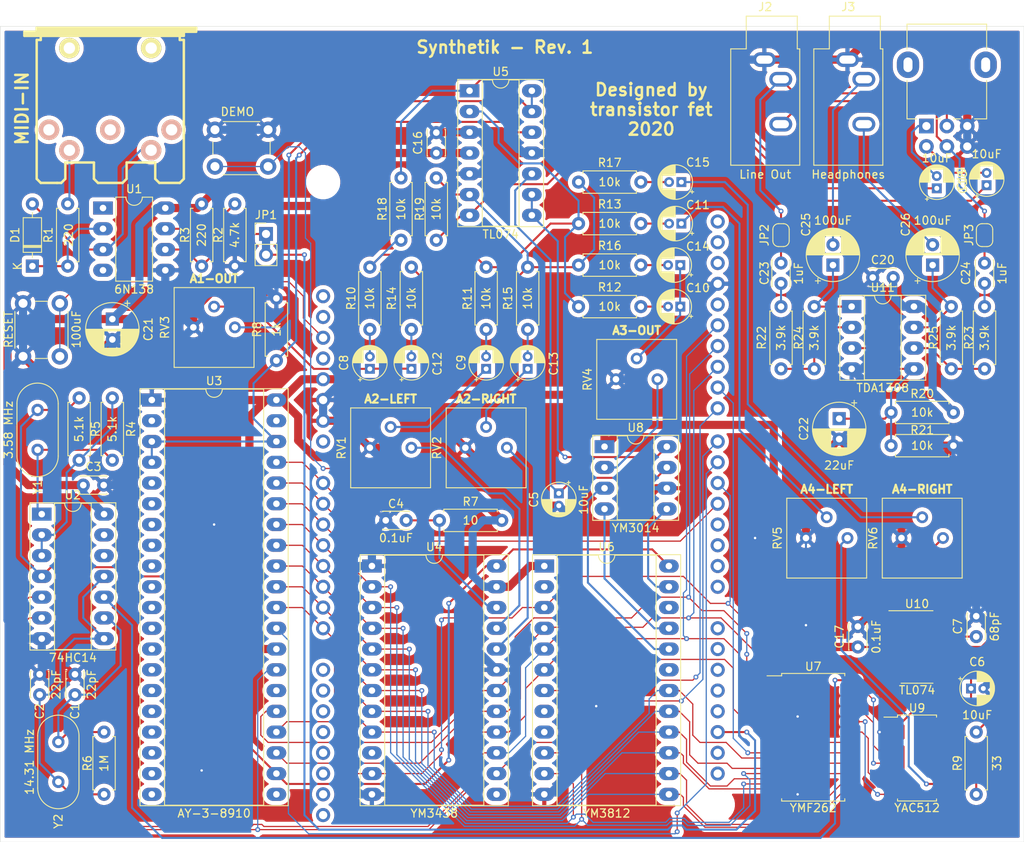
<source format=kicad_pcb>
(kicad_pcb (version 20171130) (host pcbnew 5.1.8+dfsg1-1)
  (layers (0 F.Cu signal) (31 B.Cu signal) (34 B.Paste user) (35 F.Paste user) (36 B.SilkS user) (37 F.SilkS user) (38 B.Mask user) (39 F.Mask user) (44 Edge.Cuts user))
  (net 0 "")
  (net 1 GND)
  (net 2 "Net-(C1-Pad1)")
  (net 3 "Net-(C2-Pad1)")
  (net 4 +5V)
  (net 5 "Net-(C5-Pad1)")
  (net 6 "Net-(C6-Pad1)")
  (net 7 A1-OUT)
  (net 8 "Net-(C7-Pad1)")
  (net 9 "Net-(C18-Pad2)")
  (net 10 "Net-(C18-Pad1)")
  (net 11 "Net-(C19-Pad2)")
  (net 12 "Net-(C19-Pad1)")
  (net 13 "Net-(C22-Pad1)")
  (net 14 "Net-(C23-Pad1)")
  (net 15 "Net-(D1-Pad2)")
  (net 16 "Net-(D1-Pad1)")
  (net 17 "Net-(J1-Pad1)")
  (net 18 "Net-(J1-Pad4)")
  (net 19 "Net-(J1-Pad3)")
  (net 20 AOUT-LEFT)
  (net 21 AOUT-RIGHT)
  (net 22 "Net-(R2-Pad1)")
  (net 23 MIDI-Rx)
  (net 24 "Net-(R4-Pad2)")
  (net 25 "Net-(R4-Pad1)")
  (net 26 CLK-3.58)
  (net 27 "Net-(R10-Pad1)")
  (net 28 "Net-(R9-Pad2)")
  (net 29 "Net-(R23-Pad1)")
  (net 30 "Net-(RV1-Pad1)")
  (net 31 "Net-(RV2-Pad1)")
  (net 32 "Net-(RV4-Pad1)")
  (net 33 "Net-(RV5-Pad1)")
  (net 34 "Net-(RV6-Pad1)")
  (net 35 "Net-(U1-Pad4)")
  (net 36 "Net-(U1-Pad1)")
  (net 37 CLK-14.31)
  (net 38 RD)
  (net 39 RW)
  (net 40 "Net-(U3-Pad20)")
  (net 41 "Net-(U3-Pad39)")
  (net 42 "Net-(U3-Pad19)")
  (net 43 "Net-(U3-Pad18)")
  (net 44 D0)
  (net 45 "Net-(U3-Pad17)")
  (net 46 D1)
  (net 47 "Net-(U3-Pad16)")
  (net 48 D2)
  (net 49 "Net-(U3-Pad15)")
  (net 50 D3)
  (net 51 "Net-(U3-Pad14)")
  (net 52 D4)
  (net 53 "Net-(U3-Pad13)")
  (net 54 D5)
  (net 55 "Net-(U3-Pad12)")
  (net 56 D6)
  (net 57 "Net-(U3-Pad11)")
  (net 58 D7)
  (net 59 "Net-(U3-Pad10)")
  (net 60 CS-1)
  (net 61 "Net-(U3-Pad9)")
  (net 62 "Net-(U3-Pad8)")
  (net 63 "Net-(U3-Pad7)")
  (net 64 "Net-(U3-Pad26)")
  (net 65 "Net-(U3-Pad6)")
  (net 66 A0)
  (net 67 "Net-(U3-Pad5)")
  (net 68 A1)
  (net 69 RESET)
  (net 70 "Net-(U3-Pad2)")
  (net 71 "Net-(U3-Pad21)")
  (net 72 "Net-(U4-Pad10)")
  (net 73 CS-3)
  (net 74 "Net-(U4-Pad13)")
  (net 75 "Net-(U6-Pad23)")
  (net 76 "Net-(U6-Pad22)")
  (net 77 "Net-(U6-Pad21)")
  (net 78 "Net-(U6-Pad20)")
  (net 79 "Net-(U6-Pad19)")
  (net 80 "Net-(U6-Pad9)")
  (net 81 CS-2)
  (net 82 "Net-(U6-Pad2)")
  (net 83 "Net-(U7-Pad23)")
  (net 84 "Net-(U7-Pad22)")
  (net 85 "Net-(U7-Pad21)")
  (net 86 "Net-(U7-Pad9)")
  (net 87 "Net-(U7-Pad20)")
  (net 88 "Net-(U7-Pad19)")
  (net 89 CS-4)
  (net 90 "Net-(U7-Pad2)")
  (net 91 "Net-(U9-Pad15)")
  (net 92 "Net-(XA1-PadA15)")
  (net 93 "Net-(XA1-PadA14)")
  (net 94 "Net-(XA1-PadA13)")
  (net 95 "Net-(XA1-PadA12)")
  (net 96 "Net-(XA1-PadA11)")
  (net 97 "Net-(XA1-PadA10)")
  (net 98 "Net-(XA1-PadA9)")
  (net 99 "Net-(XA1-PadA8)")
  (net 100 "Net-(XA1-PadD13)")
  (net 101 "Net-(XA1-PadAREF)")
  (net 102 "Net-(XA1-PadSDA)")
  (net 103 "Net-(XA1-PadSCL)")
  (net 104 "Net-(XA1-PadD3)")
  (net 105 "Net-(XA1-PadD2)")
  (net 106 "Net-(XA1-PadD1)")
  (net 107 "Net-(XA1-PadD14)")
  (net 108 "Net-(XA1-PadD15)")
  (net 109 "Net-(XA1-PadD16)")
  (net 110 "Net-(XA1-PadD17)")
  (net 111 "Net-(XA1-PadD18)")
  (net 112 "Net-(XA1-PadD20)")
  (net 113 "Net-(XA1-PadD21)")
  (net 114 "Net-(XA1-PadIORF)")
  (net 115 "Net-(XA1-Pad3V3)")
  (net 116 "Net-(XA1-PadVIN)")
  (net 117 "Net-(C23-Pad2)")
  (net 118 "Net-(R22-Pad1)")
  (net 119 "Net-(C24-Pad2)")
  (net 120 "Net-(C24-Pad1)")
  (net 121 "Net-(C25-Pad2)")
  (net 122 "Net-(C25-Pad1)")
  (net 123 "Net-(C26-Pad2)")
  (net 124 "Net-(C26-Pad1)")
  (net 125 "Net-(R8-Pad1)")
  (net 126 "Net-(R9-Pad1)")
  (net 127 "Net-(R14-Pad1)")
  (net 128 "Net-(RV3-Pad1)")
  (net 129 "Net-(U5-Pad8)")
  (net 130 "Net-(U10-Pad8)")
  (net 131 A4-LEFT)
  (net 132 A4-RIGHT)
  (net 133 "Net-(U6-Pad8)")
  (net 134 "Net-(XA1-PadD0)")
  (net 135 "Net-(SW1-Pad2)")
  (net 136 A2-LEFT)
  (net 137 A3-OUT)
  (net 138 A2-RIGHT)
  (net 139 "Net-(J1-Pad2)")
  (net 140 "Net-(SW2-Pad1)")
  (net 141 "Net-(C4-Pad1)")
  (net 142 "Net-(C8-Pad2)")
  (net 143 "Net-(C9-Pad2)")
  (net 144 "Net-(C10-Pad2)")
  (net 145 "Net-(C11-Pad2)")
  (net 146 "Net-(C12-Pad2)")
  (net 147 "Net-(C13-Pad2)")
  (net 148 "Net-(C14-Pad2)")
  (net 149 "Net-(C15-Pad2)")
  (module Button_Switch_THT:SW_PUSH_6mm (layer F.Cu) (at 120.904 43.053 180)
    (fp_text reference SW2)
    (fp_text value DEMO (at 3.75 6.7) (layer F.SilkS))
    (pad 1 thru_hole circle (at 6.5 0 270) (size 2 2) (drill 1.1) (layers *.Cu *.Mask) (net 140 "Net-(SW2-Pad1)"))
    (pad 2 thru_hole circle (at 6.5 4.5 270) (size 2 2) (drill 1.1) (layers *.Cu *.Mask) (net 1 GND))
    (pad 1 thru_hole circle (at 0 0 270) (size 2 2) (drill 1.1) (layers *.Cu *.Mask) (net 140 "Net-(SW2-Pad1)"))
    (pad 2 thru_hole circle (at 0 4.5 270) (size 2 2) (drill 1.1) (layers *.Cu *.Mask) (net 1 GND))
  )
  (module Synthetik:Arduino_Mega2560_Shield (layer F.Cu) (at 125.095 30.988 270)
    (fp_text reference XA1)
    (fp_text value Arduino_Mega2560_Shield)
    (pad A15 thru_hole oval (at 91.44 -2.54 270) (size 1.7272 1.7272) (drill 1.016) (layers *.Cu *.Mask) (net 92 "Net-(XA1-PadA15)"))
    (pad A14 thru_hole oval (at 88.9 -2.54 270) (size 1.7272 1.7272) (drill 1.016) (layers *.Cu *.Mask) (net 93 "Net-(XA1-PadA14)"))
    (pad A13 thru_hole oval (at 86.36 -2.54 270) (size 1.7272 1.7272) (drill 1.016) (layers *.Cu *.Mask) (net 94 "Net-(XA1-PadA13)"))
    (pad A12 thru_hole oval (at 83.82 -2.54 270) (size 1.7272 1.7272) (drill 1.016) (layers *.Cu *.Mask) (net 95 "Net-(XA1-PadA12)"))
    (pad A11 thru_hole oval (at 81.28 -2.54 270) (size 1.7272 1.7272) (drill 1.016) (layers *.Cu *.Mask) (net 96 "Net-(XA1-PadA11)"))
    (pad A10 thru_hole oval (at 78.74 -2.54 270) (size 1.7272 1.7272) (drill 1.016) (layers *.Cu *.Mask) (net 97 "Net-(XA1-PadA10)"))
    (pad A9 thru_hole oval (at 76.2 -2.54 270) (size 1.7272 1.7272) (drill 1.016) (layers *.Cu *.Mask) (net 98 "Net-(XA1-PadA9)"))
    (pad A8 thru_hole oval (at 73.66 -2.54 270) (size 1.7272 1.7272) (drill 1.016) (layers *.Cu *.Mask) (net 99 "Net-(XA1-PadA8)"))
    (pad A7 thru_hole oval (at 68.58 -2.54 270) (size 1.7272 1.7272) (drill 1.016) (layers *.Cu *.Mask) (net 58 D7))
    (pad A6 thru_hole oval (at 66.04 -2.54 270) (size 1.7272 1.7272) (drill 1.016) (layers *.Cu *.Mask) (net 56 D6))
    (pad A5 thru_hole oval (at 63.5 -2.54 270) (size 1.7272 1.7272) (drill 1.016) (layers *.Cu *.Mask) (net 54 D5))
    (pad A4 thru_hole oval (at 60.96 -2.54 270) (size 1.7272 1.7272) (drill 1.016) (layers *.Cu *.Mask) (net 52 D4))
    (pad A3 thru_hole oval (at 58.42 -2.54 270) (size 1.7272 1.7272) (drill 1.016) (layers *.Cu *.Mask) (net 50 D3))
    (pad A2 thru_hole oval (at 55.88 -2.54 270) (size 1.7272 1.7272) (drill 1.016) (layers *.Cu *.Mask) (net 48 D2))
    (pad A1 thru_hole oval (at 53.34 -2.54 270) (size 1.7272 1.7272) (drill 1.016) (layers *.Cu *.Mask) (net 46 D1))
    (pad "" thru_hole oval (at 27.94 -2.54 270) (size 1.7272 1.7272) (drill 1.016) (layers *.Cu *.Mask))
    (pad D11 thru_hole oval (at 34.036 -50.8 270) (size 1.7272 1.7272) (drill 1.016) (layers *.Cu *.Mask) (net 68 A1))
    (pad D12 thru_hole oval (at 31.496 -50.8 270) (size 1.7272 1.7272) (drill 1.016) (layers *.Cu *.Mask) (net 39 RW))
    (pad D13 thru_hole oval (at 28.956 -50.8 270) (size 1.7272 1.7272) (drill 1.016) (layers *.Cu *.Mask) (net 100 "Net-(XA1-PadD13)"))
    (pad AREF thru_hole oval (at 23.876 -50.8 270) (size 1.7272 1.7272) (drill 1.016) (layers *.Cu *.Mask) (net 101 "Net-(XA1-PadAREF)"))
    (pad SDA thru_hole oval (at 21.336 -50.8 270) (size 1.7272 1.7272) (drill 1.016) (layers *.Cu *.Mask) (net 102 "Net-(XA1-PadSDA)"))
    (pad SCL thru_hole oval (at 18.796 -50.8 270) (size 1.7272 1.7272) (drill 1.016) (layers *.Cu *.Mask) (net 103 "Net-(XA1-PadSCL)"))
    (pad "" np_thru_hole circle (at 13.97 -2.54 270) (size 3.2 3.2) (drill 3.2) (layers *.Cu *.Mask))
    (pad "" np_thru_hole circle (at 90.17 -50.8 270) (size 3.2 3.2) (drill 3.2) (layers *.Cu *.Mask))
    (pad D10 thru_hole oval (at 36.576 -50.8 270) (size 1.7272 1.7272) (drill 1.016) (layers *.Cu *.Mask) (net 66 A0))
    (pad D9 thru_hole oval (at 39.116 -50.8 270) (size 1.7272 1.7272) (drill 1.016) (layers *.Cu *.Mask) (net 89 CS-4))
    (pad D8 thru_hole oval (at 41.656 -50.8 270) (size 1.7272 1.7272) (drill 1.016) (layers *.Cu *.Mask) (net 73 CS-3))
    (pad GND1 thru_hole oval (at 26.416 -50.8 270) (size 1.7272 1.7272) (drill 1.016) (layers *.Cu *.Mask) (net 1 GND))
    (pad D7 thru_hole oval (at 45.72 -50.8 270) (size 1.7272 1.7272) (drill 1.016) (layers *.Cu *.Mask) (net 81 CS-2))
    (pad D6 thru_hole oval (at 48.26 -50.8 270) (size 1.7272 1.7272) (drill 1.016) (layers *.Cu *.Mask) (net 60 CS-1))
    (pad D5 thru_hole oval (at 50.8 -50.8 270) (size 1.7272 1.7272) (drill 1.016) (layers *.Cu *.Mask) (net 69 RESET))
    (pad D4 thru_hole oval (at 53.34 -50.8 270) (size 1.7272 1.7272) (drill 1.016) (layers *.Cu *.Mask) (net 140 "Net-(SW2-Pad1)"))
    (pad D3 thru_hole oval (at 55.88 -50.8 270) (size 1.7272 1.7272) (drill 1.016) (layers *.Cu *.Mask) (net 104 "Net-(XA1-PadD3)"))
    (pad D2 thru_hole oval (at 58.42 -50.8 270) (size 1.7272 1.7272) (drill 1.016) (layers *.Cu *.Mask) (net 105 "Net-(XA1-PadD2)"))
    (pad D1 thru_hole oval (at 60.96 -50.8 270) (size 1.7272 1.7272) (drill 1.016) (layers *.Cu *.Mask) (net 106 "Net-(XA1-PadD1)"))
    (pad D0 thru_hole oval (at 63.5 -50.8 270) (size 1.7272 1.7272) (drill 1.016) (layers *.Cu *.Mask) (net 134 "Net-(XA1-PadD0)"))
    (pad D14 thru_hole oval (at 68.58 -50.8 270) (size 1.7272 1.7272) (drill 1.016) (layers *.Cu *.Mask) (net 107 "Net-(XA1-PadD14)"))
    (pad D15 thru_hole oval (at 71.12 -50.8 270) (size 1.7272 1.7272) (drill 1.016) (layers *.Cu *.Mask) (net 108 "Net-(XA1-PadD15)"))
    (pad D16 thru_hole oval (at 73.66 -50.8 270) (size 1.7272 1.7272) (drill 1.016) (layers *.Cu *.Mask) (net 109 "Net-(XA1-PadD16)"))
    (pad D17 thru_hole oval (at 76.2 -50.8 270) (size 1.7272 1.7272) (drill 1.016) (layers *.Cu *.Mask) (net 110 "Net-(XA1-PadD17)"))
    (pad D18 thru_hole oval (at 78.74 -50.8 270) (size 1.7272 1.7272) (drill 1.016) (layers *.Cu *.Mask) (net 111 "Net-(XA1-PadD18)"))
    (pad D19 thru_hole oval (at 81.28 -50.8 270) (size 1.7272 1.7272) (drill 1.016) (layers *.Cu *.Mask) (net 23 MIDI-Rx))
    (pad D20 thru_hole oval (at 83.82 -50.8 270) (size 1.7272 1.7272) (drill 1.016) (layers *.Cu *.Mask) (net 112 "Net-(XA1-PadD20)"))
    (pad D21 thru_hole oval (at 86.36 -50.8 270) (size 1.7272 1.7272) (drill 1.016) (layers *.Cu *.Mask) (net 113 "Net-(XA1-PadD21)"))
    (pad IORF thru_hole oval (at 30.48 -2.54 270) (size 1.7272 1.7272) (drill 1.016) (layers *.Cu *.Mask) (net 114 "Net-(XA1-PadIORF)"))
    (pad RST1 thru_hole oval (at 33.02 -2.54 270) (size 1.7272 1.7272) (drill 1.016) (layers *.Cu *.Mask) (net 135 "Net-(SW1-Pad2)"))
    (pad 3V3 thru_hole oval (at 35.56 -2.54 270) (size 1.7272 1.7272) (drill 1.016) (layers *.Cu *.Mask) (net 115 "Net-(XA1-Pad3V3)"))
    (pad 5V1 thru_hole oval (at 38.1 -2.54 270) (size 1.7272 1.7272) (drill 1.016) (layers *.Cu *.Mask) (net 4 +5V))
    (pad GND2 thru_hole oval (at 40.64 -2.54 270) (size 1.7272 1.7272) (drill 1.016) (layers *.Cu *.Mask) (net 1 GND))
    (pad GND3 thru_hole oval (at 43.18 -2.54 270) (size 1.7272 1.7272) (drill 1.016) (layers *.Cu *.Mask) (net 1 GND))
    (pad VIN thru_hole oval (at 45.72 -2.54 270) (size 1.7272 1.7272) (drill 1.016) (layers *.Cu *.Mask) (net 116 "Net-(XA1-PadVIN)"))
    (pad A0 thru_hole oval (at 50.8 -2.54 270) (size 1.7272 1.7272) (drill 1.016) (layers *.Cu *.Mask) (net 44 D0))
  )
  (module Package_DIP:DIP-8_W7.62mm_Socket_LongPads (layer F.Cu) (at 192.278 60.198)
    (fp_text reference U11 (at 3.81 -2.33) (layer F.SilkS))
    (fp_text value TDA1308 (at 3.81 9.95) (layer F.SilkS))
    (pad 8 thru_hole oval (at 7.62 0) (size 2.4 1.6) (drill 0.8) (layers *.Cu *.Mask) (net 4 +5V))
    (pad 4 thru_hole oval (at 0 7.62) (size 2.4 1.6) (drill 0.8) (layers *.Cu *.Mask) (net 1 GND))
    (pad 7 thru_hole oval (at 7.62 2.54) (size 2.4 1.6) (drill 0.8) (layers *.Cu *.Mask) (net 124 "Net-(C26-Pad1)"))
    (pad 3 thru_hole oval (at 0 5.08) (size 2.4 1.6) (drill 0.8) (layers *.Cu *.Mask) (net 13 "Net-(C22-Pad1)"))
    (pad 6 thru_hole oval (at 7.62 5.08) (size 2.4 1.6) (drill 0.8) (layers *.Cu *.Mask) (net 29 "Net-(R23-Pad1)"))
    (pad 2 thru_hole oval (at 0 2.54) (size 2.4 1.6) (drill 0.8) (layers *.Cu *.Mask) (net 118 "Net-(R22-Pad1)"))
    (pad 5 thru_hole oval (at 7.62 7.62) (size 2.4 1.6) (drill 0.8) (layers *.Cu *.Mask) (net 13 "Net-(C22-Pad1)"))
    (pad 1 thru_hole rect (at 0 0) (size 2.4 1.6) (drill 0.8) (layers *.Cu *.Mask) (net 122 "Net-(C25-Pad1)"))
  )
  (module Package_DIP:DIP-8_W7.62mm_Socket_LongPads (layer F.Cu) (at 162.052 77.343)
    (fp_text reference U8 (at 3.81 -2.33) (layer F.SilkS))
    (fp_text value YM3014 (at 3.81 9.95) (layer F.SilkS))
    (pad 8 thru_hole oval (at 7.62 0) (size 2.4 1.6) (drill 0.8) (layers *.Cu *.Mask) (net 129 "Net-(U5-Pad8)"))
    (pad 4 thru_hole oval (at 0 7.62) (size 2.4 1.6) (drill 0.8) (layers *.Cu *.Mask) (net 77 "Net-(U6-Pad21)"))
    (pad 7 thru_hole oval (at 7.62 2.54) (size 2.4 1.6) (drill 0.8) (layers *.Cu *.Mask) (net 5 "Net-(C5-Pad1)"))
    (pad 3 thru_hole oval (at 0 5.08) (size 2.4 1.6) (drill 0.8) (layers *.Cu *.Mask) (net 78 "Net-(U6-Pad20)"))
    (pad 6 thru_hole oval (at 7.62 5.08) (size 2.4 1.6) (drill 0.8) (layers *.Cu *.Mask) (net 1 GND))
    (pad 2 thru_hole oval (at 0 2.54) (size 2.4 1.6) (drill 0.8) (layers *.Cu *.Mask) (net 32 "Net-(RV4-Pad1)"))
    (pad 5 thru_hole oval (at 7.62 7.62) (size 2.4 1.6) (drill 0.8) (layers *.Cu *.Mask) (net 75 "Net-(U6-Pad23)"))
    (pad 1 thru_hole rect (at 0 0) (size 2.4 1.6) (drill 0.8) (layers *.Cu *.Mask) (net 4 +5V))
  )
  (module Package_DIP:DIP-24_W15.24mm_Socket_LongPads (layer F.Cu) (at 154.686 91.948)
    (fp_text reference U6 (at 7.62 -2.33) (layer F.SilkS))
    (fp_text value YM3812 (at 7.62 30.27) (layer F.SilkS))
    (pad 24 thru_hole oval (at 15.24 0) (size 2.4 1.6) (drill 0.8) (layers *.Cu *.Mask) (net 26 CLK-3.58))
    (pad 12 thru_hole oval (at 0 27.94) (size 2.4 1.6) (drill 0.8) (layers *.Cu *.Mask) (net 1 GND))
    (pad 23 thru_hole oval (at 15.24 2.54) (size 2.4 1.6) (drill 0.8) (layers *.Cu *.Mask) (net 75 "Net-(U6-Pad23)"))
    (pad 11 thru_hole oval (at 0 25.4) (size 2.4 1.6) (drill 0.8) (layers *.Cu *.Mask) (net 46 D1))
    (pad 22 thru_hole oval (at 15.24 5.08) (size 2.4 1.6) (drill 0.8) (layers *.Cu *.Mask) (net 76 "Net-(U6-Pad22)"))
    (pad 10 thru_hole oval (at 0 22.86) (size 2.4 1.6) (drill 0.8) (layers *.Cu *.Mask) (net 44 D0))
    (pad 21 thru_hole oval (at 15.24 7.62) (size 2.4 1.6) (drill 0.8) (layers *.Cu *.Mask) (net 77 "Net-(U6-Pad21)"))
    (pad 9 thru_hole oval (at 0 20.32) (size 2.4 1.6) (drill 0.8) (layers *.Cu *.Mask) (net 80 "Net-(U6-Pad9)"))
    (pad 20 thru_hole oval (at 15.24 10.16) (size 2.4 1.6) (drill 0.8) (layers *.Cu *.Mask) (net 78 "Net-(U6-Pad20)"))
    (pad 8 thru_hole oval (at 0 17.78) (size 2.4 1.6) (drill 0.8) (layers *.Cu *.Mask) (net 133 "Net-(U6-Pad8)"))
    (pad 19 thru_hole oval (at 15.24 12.7) (size 2.4 1.6) (drill 0.8) (layers *.Cu *.Mask) (net 79 "Net-(U6-Pad19)"))
    (pad 7 thru_hole oval (at 0 15.24) (size 2.4 1.6) (drill 0.8) (layers *.Cu *.Mask) (net 73 CS-3))
    (pad 18 thru_hole oval (at 15.24 15.24) (size 2.4 1.6) (drill 0.8) (layers *.Cu *.Mask) (net 58 D7))
    (pad 6 thru_hole oval (at 0 12.7) (size 2.4 1.6) (drill 0.8) (layers *.Cu *.Mask) (net 38 RD))
    (pad 17 thru_hole oval (at 15.24 17.78) (size 2.4 1.6) (drill 0.8) (layers *.Cu *.Mask) (net 56 D6))
    (pad 5 thru_hole oval (at 0 10.16) (size 2.4 1.6) (drill 0.8) (layers *.Cu *.Mask) (net 39 RW))
    (pad 16 thru_hole oval (at 15.24 20.32) (size 2.4 1.6) (drill 0.8) (layers *.Cu *.Mask) (net 54 D5))
    (pad 4 thru_hole oval (at 0 7.62) (size 2.4 1.6) (drill 0.8) (layers *.Cu *.Mask) (net 66 A0))
    (pad 15 thru_hole oval (at 15.24 22.86) (size 2.4 1.6) (drill 0.8) (layers *.Cu *.Mask) (net 52 D4))
    (pad 3 thru_hole oval (at 0 5.08) (size 2.4 1.6) (drill 0.8) (layers *.Cu *.Mask) (net 69 RESET))
    (pad 14 thru_hole oval (at 15.24 25.4) (size 2.4 1.6) (drill 0.8) (layers *.Cu *.Mask) (net 50 D3))
    (pad 2 thru_hole oval (at 0 2.54) (size 2.4 1.6) (drill 0.8) (layers *.Cu *.Mask) (net 82 "Net-(U6-Pad2)"))
    (pad 13 thru_hole oval (at 15.24 27.94) (size 2.4 1.6) (drill 0.8) (layers *.Cu *.Mask) (net 48 D2))
    (pad 1 thru_hole rect (at 0 0) (size 2.4 1.6) (drill 0.8) (layers *.Cu *.Mask) (net 4 +5V))
  )
  (module Package_DIP:DIP-14_W7.62mm_Socket_LongPads (layer F.Cu) (at 145.542 33.782)
    (fp_text reference U5 (at 3.81 -2.33) (layer F.SilkS))
    (fp_text value TL074 (at 3.81 17.57) (layer F.SilkS))
    (pad 14 thru_hole oval (at 7.62 0) (size 2.4 1.6) (drill 0.8) (layers *.Cu *.Mask) (net 128 "Net-(RV3-Pad1)"))
    (pad 7 thru_hole oval (at 0 15.24) (size 2.4 1.6) (drill 0.8) (layers *.Cu *.Mask) (net 12 "Net-(C19-Pad1)"))
    (pad 13 thru_hole oval (at 7.62 2.54) (size 2.4 1.6) (drill 0.8) (layers *.Cu *.Mask) (net 128 "Net-(RV3-Pad1)"))
    (pad 6 thru_hole oval (at 0 12.7) (size 2.4 1.6) (drill 0.8) (layers *.Cu *.Mask) (net 127 "Net-(R14-Pad1)"))
    (pad 12 thru_hole oval (at 7.62 5.08) (size 2.4 1.6) (drill 0.8) (layers *.Cu *.Mask) (net 125 "Net-(R8-Pad1)"))
    (pad 5 thru_hole oval (at 0 10.16) (size 2.4 1.6) (drill 0.8) (layers *.Cu *.Mask) (net 1 GND))
    (pad 11 thru_hole oval (at 7.62 7.62) (size 2.4 1.6) (drill 0.8) (layers *.Cu *.Mask) (net 1 GND))
    (pad 4 thru_hole oval (at 0 7.62) (size 2.4 1.6) (drill 0.8) (layers *.Cu *.Mask) (net 4 +5V))
    (pad 10 thru_hole oval (at 7.62 10.16) (size 2.4 1.6) (drill 0.8) (layers *.Cu *.Mask) (net 5 "Net-(C5-Pad1)"))
    (pad 3 thru_hole oval (at 0 5.08) (size 2.4 1.6) (drill 0.8) (layers *.Cu *.Mask) (net 1 GND))
    (pad 9 thru_hole oval (at 7.62 12.7) (size 2.4 1.6) (drill 0.8) (layers *.Cu *.Mask) (net 129 "Net-(U5-Pad8)"))
    (pad 2 thru_hole oval (at 0 2.54) (size 2.4 1.6) (drill 0.8) (layers *.Cu *.Mask) (net 27 "Net-(R10-Pad1)"))
    (pad 8 thru_hole oval (at 7.62 15.24) (size 2.4 1.6) (drill 0.8) (layers *.Cu *.Mask) (net 129 "Net-(U5-Pad8)"))
    (pad 1 thru_hole rect (at 0 0) (size 2.4 1.6) (drill 0.8) (layers *.Cu *.Mask) (net 10 "Net-(C18-Pad1)"))
  )
  (module Package_DIP:DIP-24_W15.24mm_Socket_LongPads (layer F.Cu) (at 133.604 91.948)
    (fp_text reference U4 (at 7.62 -2.33) (layer F.SilkS))
    (fp_text value YM3438 (at 7.62 30.27) (layer F.SilkS))
    (pad 24 thru_hole oval (at 15.24 0) (size 2.4 1.6) (drill 0.8) (layers *.Cu *.Mask) (net 26 CLK-3.58))
    (pad 12 thru_hole oval (at 0 27.94) (size 2.4 1.6) (drill 0.8) (layers *.Cu *.Mask) (net 1 GND))
    (pad 23 thru_hole oval (at 15.24 2.54) (size 2.4 1.6) (drill 0.8) (layers *.Cu *.Mask) (net 4 +5V))
    (pad 11 thru_hole oval (at 0 25.4) (size 2.4 1.6) (drill 0.8) (layers *.Cu *.Mask) (net 69 RESET))
    (pad 22 thru_hole oval (at 15.24 5.08) (size 2.4 1.6) (drill 0.8) (layers *.Cu *.Mask) (net 141 "Net-(C4-Pad1)"))
    (pad 10 thru_hole oval (at 0 22.86) (size 2.4 1.6) (drill 0.8) (layers *.Cu *.Mask) (net 72 "Net-(U4-Pad10)"))
    (pad 21 thru_hole oval (at 15.24 7.62) (size 2.4 1.6) (drill 0.8) (layers *.Cu *.Mask) (net 30 "Net-(RV1-Pad1)"))
    (pad 9 thru_hole oval (at 0 20.32) (size 2.4 1.6) (drill 0.8) (layers *.Cu *.Mask) (net 58 D7))
    (pad 20 thru_hole oval (at 15.24 10.16) (size 2.4 1.6) (drill 0.8) (layers *.Cu *.Mask) (net 31 "Net-(RV2-Pad1)"))
    (pad 8 thru_hole oval (at 0 17.78) (size 2.4 1.6) (drill 0.8) (layers *.Cu *.Mask) (net 56 D6))
    (pad 19 thru_hole oval (at 15.24 12.7) (size 2.4 1.6) (drill 0.8) (layers *.Cu *.Mask) (net 1 GND))
    (pad 7 thru_hole oval (at 0 15.24) (size 2.4 1.6) (drill 0.8) (layers *.Cu *.Mask) (net 54 D5))
    (pad 18 thru_hole oval (at 15.24 15.24) (size 2.4 1.6) (drill 0.8) (layers *.Cu *.Mask) (net 68 A1))
    (pad 6 thru_hole oval (at 0 12.7) (size 2.4 1.6) (drill 0.8) (layers *.Cu *.Mask) (net 52 D4))
    (pad 17 thru_hole oval (at 15.24 17.78) (size 2.4 1.6) (drill 0.8) (layers *.Cu *.Mask) (net 66 A0))
    (pad 5 thru_hole oval (at 0 10.16) (size 2.4 1.6) (drill 0.8) (layers *.Cu *.Mask) (net 50 D3))
    (pad 16 thru_hole oval (at 15.24 20.32) (size 2.4 1.6) (drill 0.8) (layers *.Cu *.Mask) (net 38 RD))
    (pad 4 thru_hole oval (at 0 7.62) (size 2.4 1.6) (drill 0.8) (layers *.Cu *.Mask) (net 48 D2))
    (pad 15 thru_hole oval (at 15.24 22.86) (size 2.4 1.6) (drill 0.8) (layers *.Cu *.Mask) (net 39 RW))
    (pad 3 thru_hole oval (at 0 5.08) (size 2.4 1.6) (drill 0.8) (layers *.Cu *.Mask) (net 46 D1))
    (pad 14 thru_hole oval (at 15.24 25.4) (size 2.4 1.6) (drill 0.8) (layers *.Cu *.Mask) (net 81 CS-2))
    (pad 2 thru_hole oval (at 0 2.54) (size 2.4 1.6) (drill 0.8) (layers *.Cu *.Mask) (net 44 D0))
    (pad 13 thru_hole oval (at 15.24 27.94) (size 2.4 1.6) (drill 0.8) (layers *.Cu *.Mask) (net 74 "Net-(U4-Pad13)"))
    (pad 1 thru_hole rect (at 0 0) (size 2.4 1.6) (drill 0.8) (layers *.Cu *.Mask) (net 1 GND))
  )
  (module Package_DIP:DIP-40_W15.24mm_Socket_LongPads (layer F.Cu) (at 106.68 71.628)
    (fp_text reference U3 (at 7.62 -2.33) (layer F.SilkS))
    (fp_text value AY-3-8910 (at 7.62 50.59) (layer F.SilkS))
    (pad 40 thru_hole oval (at 15.24 0) (size 2.4 1.6) (drill 0.8) (layers *.Cu *.Mask) (net 4 +5V))
    (pad 20 thru_hole oval (at 0 48.26) (size 2.4 1.6) (drill 0.8) (layers *.Cu *.Mask) (net 40 "Net-(U3-Pad20)"))
    (pad 39 thru_hole oval (at 15.24 2.54) (size 2.4 1.6) (drill 0.8) (layers *.Cu *.Mask) (net 41 "Net-(U3-Pad39)"))
    (pad 19 thru_hole oval (at 0 45.72) (size 2.4 1.6) (drill 0.8) (layers *.Cu *.Mask) (net 42 "Net-(U3-Pad19)"))
    (pad 38 thru_hole oval (at 15.24 5.08) (size 2.4 1.6) (drill 0.8) (layers *.Cu *.Mask) (net 125 "Net-(R8-Pad1)"))
    (pad 18 thru_hole oval (at 0 43.18) (size 2.4 1.6) (drill 0.8) (layers *.Cu *.Mask) (net 43 "Net-(U3-Pad18)"))
    (pad 37 thru_hole oval (at 15.24 7.62) (size 2.4 1.6) (drill 0.8) (layers *.Cu *.Mask) (net 44 D0))
    (pad 17 thru_hole oval (at 0 40.64) (size 2.4 1.6) (drill 0.8) (layers *.Cu *.Mask) (net 45 "Net-(U3-Pad17)"))
    (pad 36 thru_hole oval (at 15.24 10.16) (size 2.4 1.6) (drill 0.8) (layers *.Cu *.Mask) (net 46 D1))
    (pad 16 thru_hole oval (at 0 38.1) (size 2.4 1.6) (drill 0.8) (layers *.Cu *.Mask) (net 47 "Net-(U3-Pad16)"))
    (pad 35 thru_hole oval (at 15.24 12.7) (size 2.4 1.6) (drill 0.8) (layers *.Cu *.Mask) (net 48 D2))
    (pad 15 thru_hole oval (at 0 35.56) (size 2.4 1.6) (drill 0.8) (layers *.Cu *.Mask) (net 49 "Net-(U3-Pad15)"))
    (pad 34 thru_hole oval (at 15.24 15.24) (size 2.4 1.6) (drill 0.8) (layers *.Cu *.Mask) (net 50 D3))
    (pad 14 thru_hole oval (at 0 33.02) (size 2.4 1.6) (drill 0.8) (layers *.Cu *.Mask) (net 51 "Net-(U3-Pad14)"))
    (pad 33 thru_hole oval (at 15.24 17.78) (size 2.4 1.6) (drill 0.8) (layers *.Cu *.Mask) (net 52 D4))
    (pad 13 thru_hole oval (at 0 30.48) (size 2.4 1.6) (drill 0.8) (layers *.Cu *.Mask) (net 53 "Net-(U3-Pad13)"))
    (pad 32 thru_hole oval (at 15.24 20.32) (size 2.4 1.6) (drill 0.8) (layers *.Cu *.Mask) (net 54 D5))
    (pad 12 thru_hole oval (at 0 27.94) (size 2.4 1.6) (drill 0.8) (layers *.Cu *.Mask) (net 55 "Net-(U3-Pad12)"))
    (pad 31 thru_hole oval (at 15.24 22.86) (size 2.4 1.6) (drill 0.8) (layers *.Cu *.Mask) (net 56 D6))
    (pad 11 thru_hole oval (at 0 25.4) (size 2.4 1.6) (drill 0.8) (layers *.Cu *.Mask) (net 57 "Net-(U3-Pad11)"))
    (pad 30 thru_hole oval (at 15.24 25.4) (size 2.4 1.6) (drill 0.8) (layers *.Cu *.Mask) (net 58 D7))
    (pad 10 thru_hole oval (at 0 22.86) (size 2.4 1.6) (drill 0.8) (layers *.Cu *.Mask) (net 59 "Net-(U3-Pad10)"))
    (pad 29 thru_hole oval (at 15.24 27.94) (size 2.4 1.6) (drill 0.8) (layers *.Cu *.Mask) (net 60 CS-1))
    (pad 9 thru_hole oval (at 0 20.32) (size 2.4 1.6) (drill 0.8) (layers *.Cu *.Mask) (net 61 "Net-(U3-Pad9)"))
    (pad 28 thru_hole oval (at 15.24 30.48) (size 2.4 1.6) (drill 0.8) (layers *.Cu *.Mask) (net 4 +5V))
    (pad 8 thru_hole oval (at 0 17.78) (size 2.4 1.6) (drill 0.8) (layers *.Cu *.Mask) (net 62 "Net-(U3-Pad8)"))
    (pad 27 thru_hole oval (at 15.24 33.02) (size 2.4 1.6) (drill 0.8) (layers *.Cu *.Mask) (net 39 RW))
    (pad 7 thru_hole oval (at 0 15.24) (size 2.4 1.6) (drill 0.8) (layers *.Cu *.Mask) (net 63 "Net-(U3-Pad7)"))
    (pad 26 thru_hole oval (at 15.24 35.56) (size 2.4 1.6) (drill 0.8) (layers *.Cu *.Mask) (net 64 "Net-(U3-Pad26)"))
    (pad 6 thru_hole oval (at 0 12.7) (size 2.4 1.6) (drill 0.8) (layers *.Cu *.Mask) (net 65 "Net-(U3-Pad6)"))
    (pad 25 thru_hole oval (at 15.24 38.1) (size 2.4 1.6) (drill 0.8) (layers *.Cu *.Mask) (net 66 A0))
    (pad 5 thru_hole oval (at 0 10.16) (size 2.4 1.6) (drill 0.8) (layers *.Cu *.Mask) (net 67 "Net-(U3-Pad5)"))
    (pad 24 thru_hole oval (at 15.24 40.64) (size 2.4 1.6) (drill 0.8) (layers *.Cu *.Mask) (net 68 A1))
    (pad 4 thru_hole oval (at 0 7.62) (size 2.4 1.6) (drill 0.8) (layers *.Cu *.Mask) (net 125 "Net-(R8-Pad1)"))
    (pad 23 thru_hole oval (at 15.24 43.18) (size 2.4 1.6) (drill 0.8) (layers *.Cu *.Mask) (net 69 RESET))
    (pad 3 thru_hole oval (at 0 5.08) (size 2.4 1.6) (drill 0.8) (layers *.Cu *.Mask) (net 125 "Net-(R8-Pad1)"))
    (pad 22 thru_hole oval (at 15.24 45.72) (size 2.4 1.6) (drill 0.8) (layers *.Cu *.Mask) (net 26 CLK-3.58))
    (pad 2 thru_hole oval (at 0 2.54) (size 2.4 1.6) (drill 0.8) (layers *.Cu *.Mask) (net 70 "Net-(U3-Pad2)"))
    (pad 21 thru_hole oval (at 15.24 48.26) (size 2.4 1.6) (drill 0.8) (layers *.Cu *.Mask) (net 71 "Net-(U3-Pad21)"))
    (pad 1 thru_hole rect (at 0 0) (size 2.4 1.6) (drill 0.8) (layers *.Cu *.Mask) (net 1 GND))
  )
  (module Package_DIP:DIP-14_W7.62mm_Socket_LongPads (layer F.Cu) (at 93.218 85.598)
    (fp_text reference U2 (at 3.81 -2.33) (layer F.SilkS))
    (fp_text value 74HC14 (at 3.81 17.57) (layer F.SilkS))
    (pad 14 thru_hole oval (at 7.62 0) (size 2.4 1.6) (drill 0.8) (layers *.Cu *.Mask) (net 4 +5V))
    (pad 7 thru_hole oval (at 0 15.24) (size 2.4 1.6) (drill 0.8) (layers *.Cu *.Mask) (net 1 GND))
    (pad 13 thru_hole oval (at 7.62 2.54) (size 2.4 1.6) (drill 0.8) (layers *.Cu *.Mask))
    (pad 6 thru_hole oval (at 0 12.7) (size 2.4 1.6) (drill 0.8) (layers *.Cu *.Mask) (net 38 RD))
    (pad 12 thru_hole oval (at 7.62 5.08) (size 2.4 1.6) (drill 0.8) (layers *.Cu *.Mask))
    (pad 5 thru_hole oval (at 0 10.16) (size 2.4 1.6) (drill 0.8) (layers *.Cu *.Mask) (net 39 RW))
    (pad 11 thru_hole oval (at 7.62 7.62) (size 2.4 1.6) (drill 0.8) (layers *.Cu *.Mask) (net 3 "Net-(C2-Pad1)"))
    (pad 4 thru_hole oval (at 0 7.62) (size 2.4 1.6) (drill 0.8) (layers *.Cu *.Mask) (net 26 CLK-3.58))
    (pad 10 thru_hole oval (at 7.62 10.16) (size 2.4 1.6) (drill 0.8) (layers *.Cu *.Mask) (net 37 CLK-14.31))
    (pad 3 thru_hole oval (at 0 5.08) (size 2.4 1.6) (drill 0.8) (layers *.Cu *.Mask) (net 25 "Net-(R4-Pad1)"))
    (pad 9 thru_hole oval (at 7.62 12.7) (size 2.4 1.6) (drill 0.8) (layers *.Cu *.Mask) (net 2 "Net-(C1-Pad1)"))
    (pad 2 thru_hole oval (at 0 2.54) (size 2.4 1.6) (drill 0.8) (layers *.Cu *.Mask) (net 25 "Net-(R4-Pad1)"))
    (pad 8 thru_hole oval (at 7.62 15.24) (size 2.4 1.6) (drill 0.8) (layers *.Cu *.Mask) (net 3 "Net-(C2-Pad1)"))
    (pad 1 thru_hole rect (at 0 0) (size 2.4 1.6) (drill 0.8) (layers *.Cu *.Mask) (net 24 "Net-(R4-Pad2)"))
  )
  (module Button_Switch_THT:SW_PUSH_6mm (layer F.Cu) (at 90.932 66.294 90)
    (fp_text reference SW1)
    (fp_text value RESET (at 3.302 -1.778 90) (layer F.SilkS))
    (pad 2 thru_hole circle (at 0 4.5 180) (size 2 2) (drill 1.1) (layers *.Cu *.Mask) (net 135 "Net-(SW1-Pad2)"))
    (pad 1 thru_hole circle (at 0 0 180) (size 2 2) (drill 1.1) (layers *.Cu *.Mask) (net 1 GND))
    (pad 2 thru_hole circle (at 6.5 4.5 180) (size 2 2) (drill 1.1) (layers *.Cu *.Mask) (net 135 "Net-(SW1-Pad2)"))
    (pad 1 thru_hole circle (at 6.5 0 180) (size 2 2) (drill 1.1) (layers *.Cu *.Mask) (net 1 GND))
  )
  (module Connector_Audio:Jack_3.5mm_CUI_SJ1-3533NG_Horizontal (layer F.Cu) (at 191.77 29.972)
    (fp_text reference J3 (at 0.1 -6.45) (layer F.SilkS))
    (fp_text value Headphones (at 0.1 14.05) (layer F.SilkS))
    (pad R thru_hole oval (at 2 7.9) (size 2.8 1.8) (drill oval 2 1) (layers *.Cu *.Mask) (net 123 "Net-(C26-Pad2)"))
    (pad T thru_hole oval (at 2 2.4) (size 2.8 1.8) (drill oval 2 1) (layers *.Cu *.Mask) (net 121 "Net-(C25-Pad2)"))
    (pad S thru_hole oval (at 0 0) (size 2.8 1.8) (drill oval 2 1) (layers *.Cu *.Mask) (net 1 GND))
  )
  (module Connector_Audio:Jack_3.5mm_CUI_SJ1-3533NG_Horizontal (layer F.Cu) (at 181.61 29.972)
    (fp_text reference J2 (at 0.1 -6.45) (layer F.SilkS))
    (fp_text value "Line Out" (at 0.1 14.05) (layer F.SilkS))
    (pad R thru_hole oval (at 2 7.9) (size 2.8 1.8) (drill oval 2 1) (layers *.Cu *.Mask) (net 21 AOUT-RIGHT))
    (pad T thru_hole oval (at 2 2.4) (size 2.8 1.8) (drill oval 2 1) (layers *.Cu *.Mask) (net 20 AOUT-LEFT))
    (pad S thru_hole oval (at 0 0) (size 2.8 1.8) (drill oval 2 1) (layers *.Cu *.Mask) (net 1 GND))
  )
  (module Connector_PinHeader_2.54mm:PinHeader_1x02_P2.54mm_Vertical (layer F.Cu) (at 120.65 51.308)
    (fp_text reference JP1 (at 0 -2.33) (layer F.SilkS))
    (fp_text value .)
    (pad 2 thru_hole oval (at 0 2.54) (size 1.7 1.7) (drill 1) (layers *.Cu *.Mask) (net 23 MIDI-Rx))
    (pad 1 thru_hole rect (at 0 0) (size 1.7 1.7) (drill 1) (layers *.Cu *.Mask) (net 23 MIDI-Rx))
  )
  (module Package_SO:SOIC-14_3.9x8.7mm_P1.27mm (layer F.Cu) (at 200.279 101.854)
    (fp_text reference U10 (at 0 -5.28) (layer F.SilkS))
    (fp_text value TL074 (at 0 5.28) (layer F.SilkS))
    (pad 14 smd roundrect (at 2.475 -3.81) (size 1.95 0.6) (layers F.Cu F.Paste F.Mask) (net 126 "Net-(R9-Pad1)"))
    (pad 13 smd roundrect (at 2.475 -2.54) (size 1.95 0.6) (layers F.Cu F.Paste F.Mask) (net 126 "Net-(R9-Pad1)"))
    (pad 12 smd roundrect (at 2.475 -1.27) (size 1.95 0.6) (layers F.Cu F.Paste F.Mask) (net 8 "Net-(C7-Pad1)"))
    (pad 11 smd roundrect (at 2.475 0) (size 1.95 0.6) (layers F.Cu F.Paste F.Mask) (net 1 GND))
    (pad 10 smd roundrect (at 2.475 1.27) (size 1.95 0.6) (layers F.Cu F.Paste F.Mask) (net 6 "Net-(C6-Pad1)"))
    (pad 9 smd roundrect (at 2.475 2.54) (size 1.95 0.6) (layers F.Cu F.Paste F.Mask) (net 130 "Net-(U10-Pad8)"))
    (pad 8 smd roundrect (at 2.475 3.81) (size 1.95 0.6) (layers F.Cu F.Paste F.Mask) (net 130 "Net-(U10-Pad8)"))
    (pad 7 smd roundrect (at -2.475 3.81) (size 1.95 0.6) (layers F.Cu F.Paste F.Mask))
    (pad 6 smd roundrect (at -2.475 2.54) (size 1.95 0.6) (layers F.Cu F.Paste F.Mask))
    (pad 5 smd roundrect (at -2.475 1.27) (size 1.95 0.6) (layers F.Cu F.Paste F.Mask))
    (pad 4 smd roundrect (at -2.475 0) (size 1.95 0.6) (layers F.Cu F.Paste F.Mask) (net 4 +5V))
    (pad 3 smd roundrect (at -2.475 -1.27) (size 1.95 0.6) (layers F.Cu F.Paste F.Mask))
    (pad 2 smd roundrect (at -2.475 -2.54) (size 1.95 0.6) (layers F.Cu F.Paste F.Mask))
    (pad 1 smd roundrect (at -2.475 -3.81) (size 1.95 0.6) (layers F.Cu F.Paste F.Mask))
  )
  (module Capacitor_THT:C_Disc_D3.0mm_W2.0mm_P2.50mm (layer F.Cu) (at 137.795 86.36 180)
    (fp_text reference C4 (at 1.25 2.032) (layer F.SilkS))
    (fp_text value 0.1uF (at 1.25 -2.159) (layer F.SilkS))
    (pad 2 thru_hole circle (at 2.5 0 180) (size 1.6 1.6) (drill 0.8) (layers *.Cu *.Mask) (net 1 GND))
    (pad 1 thru_hole circle (at 0 0 180) (size 1.6 1.6) (drill 0.8) (layers *.Cu *.Mask) (net 141 "Net-(C4-Pad1)"))
  )
  (module Resistor_THT:R_Axial_DIN0207_L6.3mm_D2.5mm_P7.62mm_Horizontal (layer F.Cu) (at 121.92 66.802 90)
    (fp_text reference R8 (at 3.81 -2.37 90) (layer F.SilkS))
    (fp_text value 1k (at 3.81 0 90) (layer F.SilkS))
    (pad 2 thru_hole oval (at 7.62 0 90) (size 1.6 1.6) (drill 0.8) (layers *.Cu *.Mask) (net 1 GND))
    (pad 1 thru_hole circle (at 0 0 90) (size 1.6 1.6) (drill 0.8) (layers *.Cu *.Mask) (net 125 "Net-(R8-Pad1)"))
  )
  (module Capacitor_THT:CP_Radial_D4.0mm_P1.50mm (layer F.Cu) (at 208.788 45.339 90)
    (fp_text reference C19 (at 0.762 -3.048 90) (layer F.SilkS))
    (fp_text value 10uF (at 3.81 0 180) (layer F.SilkS))
    (pad 2 thru_hole circle (at 1.5 0 90) (size 1.2 1.2) (drill 0.6) (layers *.Cu *.Mask) (net 11 "Net-(C19-Pad2)"))
    (pad 1 thru_hole rect (at 0 0 90) (size 1.2 1.2) (drill 0.6) (layers *.Cu *.Mask) (net 12 "Net-(C19-Pad1)"))
  )
  (module Capacitor_THT:CP_Radial_D4.0mm_P1.50mm (layer F.Cu) (at 202.692 45.72 90)
    (fp_text reference C18 (at 0.762 3.175 90) (layer F.SilkS))
    (fp_text value 10uF (at 3.683 0 180) (layer F.SilkS))
    (pad 2 thru_hole circle (at 1.5 0 90) (size 1.2 1.2) (drill 0.6) (layers *.Cu *.Mask) (net 9 "Net-(C18-Pad2)"))
    (pad 1 thru_hole rect (at 0 0 90) (size 1.2 1.2) (drill 0.6) (layers *.Cu *.Mask) (net 10 "Net-(C18-Pad1)"))
  )
  (module Potentiometer_THT:Potentiometer_Alpha_RD902F-40-00D_Dual_Vertical (layer F.Cu) (at 201.422 38.1 90)
    (fp_text reference RV7)
    (fp_text value "10k Log")
    (pad 4 thru_hole circle (at -2.5 0 180) (size 1.8 1.8) (drill 1) (layers *.Cu *.Mask) (net 11 "Net-(C19-Pad2)"))
    (pad 5 thru_hole circle (at -2.5 2.5 180) (size 1.8 1.8) (drill 1) (layers *.Cu *.Mask) (net 21 AOUT-RIGHT))
    (pad 6 thru_hole circle (at -2.5 5 180) (size 1.8 1.8) (drill 1) (layers *.Cu *.Mask) (net 1 GND))
    (pad "" thru_hole oval (at 7.5 -2.25 180) (size 2.72 3.24) (drill oval 1.1 1.8) (layers *.Cu *.Mask))
    (pad "" thru_hole oval (at 7.5 7.25 180) (size 2.72 3.24) (drill oval 1.1 1.8) (layers *.Cu *.Mask))
    (pad 3 thru_hole circle (at 0 5 180) (size 1.8 1.8) (drill 1) (layers *.Cu *.Mask) (net 1 GND))
    (pad 2 thru_hole circle (at 0 2.5 180) (size 1.8 1.8) (drill 1) (layers *.Cu *.Mask) (net 20 AOUT-LEFT))
    (pad 1 thru_hole rect (at 0 0 180) (size 1.8 1.8) (drill 1) (layers *.Cu *.Mask) (net 9 "Net-(C18-Pad2)"))
  )
  (module Potentiometer_THT:Potentiometer_Bourns_3386P_Vertical (layer F.Cu) (at 203.454 88.519 90)
    (fp_text reference RV6 (at -0.015 -8.555 90) (layer F.SilkS))
    (fp_text value 10k)
    (pad 1 thru_hole circle (at 0 0 90) (size 1.44 1.44) (drill 0.8) (layers *.Cu *.Mask) (net 34 "Net-(RV6-Pad1)"))
    (pad 2 thru_hole circle (at 2.54 -2.54 90) (size 1.44 1.44) (drill 0.8) (layers *.Cu *.Mask) (net 132 A4-RIGHT))
    (pad 3 thru_hole circle (at 0 -5.08 90) (size 1.44 1.44) (drill 0.8) (layers *.Cu *.Mask) (net 1 GND))
  )
  (module Potentiometer_THT:Potentiometer_Bourns_3386P_Vertical (layer F.Cu) (at 191.77 88.519 90)
    (fp_text reference RV5 (at -0.015 -8.555 90) (layer F.SilkS))
    (fp_text value 10k)
    (pad 1 thru_hole circle (at 0 0 90) (size 1.44 1.44) (drill 0.8) (layers *.Cu *.Mask) (net 33 "Net-(RV5-Pad1)"))
    (pad 2 thru_hole circle (at 2.54 -2.54 90) (size 1.44 1.44) (drill 0.8) (layers *.Cu *.Mask) (net 131 A4-LEFT))
    (pad 3 thru_hole circle (at 0 -5.08 90) (size 1.44 1.44) (drill 0.8) (layers *.Cu *.Mask) (net 1 GND))
  )
  (module Potentiometer_THT:Potentiometer_Bourns_3386P_Vertical (layer F.Cu) (at 168.529 69.088 90)
    (fp_text reference RV4 (at -0.015 -8.555 90) (layer F.SilkS))
    (fp_text value 10k)
    (pad 1 thru_hole circle (at 0 0 90) (size 1.44 1.44) (drill 0.8) (layers *.Cu *.Mask) (net 32 "Net-(RV4-Pad1)"))
    (pad 2 thru_hole circle (at 2.54 -2.54 90) (size 1.44 1.44) (drill 0.8) (layers *.Cu *.Mask) (net 137 A3-OUT))
    (pad 3 thru_hole circle (at 0 -5.08 90) (size 1.44 1.44) (drill 0.8) (layers *.Cu *.Mask) (net 1 GND))
  )
  (module Potentiometer_THT:Potentiometer_Bourns_3386P_Vertical (layer F.Cu) (at 116.84 62.738 90)
    (fp_text reference RV3 (at -0.015 -8.555 90) (layer F.SilkS))
    (fp_text value 10k)
    (pad 1 thru_hole circle (at 0 0 90) (size 1.44 1.44) (drill 0.8) (layers *.Cu *.Mask) (net 128 "Net-(RV3-Pad1)"))
    (pad 2 thru_hole circle (at 2.54 -2.54 90) (size 1.44 1.44) (drill 0.8) (layers *.Cu *.Mask) (net 7 A1-OUT))
    (pad 3 thru_hole circle (at 0 -5.08 90) (size 1.44 1.44) (drill 0.8) (layers *.Cu *.Mask) (net 1 GND))
  )
  (module Potentiometer_THT:Potentiometer_Bourns_3386P_Vertical (layer F.Cu) (at 150.114 77.47 90)
    (fp_text reference RV2 (at -0.015 -8.555 90) (layer F.SilkS))
    (fp_text value 10k)
    (pad 1 thru_hole circle (at 0 0 90) (size 1.44 1.44) (drill 0.8) (layers *.Cu *.Mask) (net 31 "Net-(RV2-Pad1)"))
    (pad 2 thru_hole circle (at 2.54 -2.54 90) (size 1.44 1.44) (drill 0.8) (layers *.Cu *.Mask) (net 138 A2-RIGHT))
    (pad 3 thru_hole circle (at 0 -5.08 90) (size 1.44 1.44) (drill 0.8) (layers *.Cu *.Mask) (net 1 GND))
  )
  (module Potentiometer_THT:Potentiometer_Bourns_3386P_Vertical (layer F.Cu) (at 138.43 77.47 90)
    (fp_text reference RV1 (at -0.015 -8.555 90) (layer F.SilkS))
    (fp_text value 10k)
    (pad 1 thru_hole circle (at 0 0 90) (size 1.44 1.44) (drill 0.8) (layers *.Cu *.Mask) (net 30 "Net-(RV1-Pad1)"))
    (pad 2 thru_hole circle (at 2.54 -2.54 90) (size 1.44 1.44) (drill 0.8) (layers *.Cu *.Mask) (net 136 A2-LEFT))
    (pad 3 thru_hole circle (at 0 -5.08 90) (size 1.44 1.44) (drill 0.8) (layers *.Cu *.Mask) (net 1 GND))
  )
  (module Crystal:Crystal_HC49-4H_Vertical (layer F.Cu) (at 95.25 113.484 270)
    (fp_text reference Y2 (at 9.706 0 90) (layer F.SilkS))
    (fp_text value "14.31 MHz" (at 2.44 3.525 90) (layer F.SilkS))
    (pad 2 thru_hole circle (at 4.88 0 270) (size 1.5 1.5) (drill 0.8) (layers *.Cu *.Mask) (net 3 "Net-(C2-Pad1)"))
    (pad 1 thru_hole circle (at 0 0 270) (size 1.5 1.5) (drill 0.8) (layers *.Cu *.Mask) (net 2 "Net-(C1-Pad1)"))
  )
  (module Crystal:Crystal_HC49-4H_Vertical (layer F.Cu) (at 92.71 77.724 90)
    (fp_text reference Y1 (at -4.572 0 90) (layer F.SilkS))
    (fp_text value "3.58 MHz" (at 2.44 -3.556 90) (layer F.SilkS))
    (pad 2 thru_hole circle (at 4.88 0 90) (size 1.5 1.5) (drill 0.8) (layers *.Cu *.Mask) (net 26 CLK-3.58))
    (pad 1 thru_hole circle (at 0 0 90) (size 1.5 1.5) (drill 0.8) (layers *.Cu *.Mask) (net 24 "Net-(R4-Pad2)"))
  )
  (module Package_SO:SOP-16_4.55x10.3mm_P1.27mm (layer F.Cu) (at 200.279 115.443)
    (fp_text reference U9 (at 0 -6.1) (layer F.SilkS))
    (fp_text value YAC512 (at 0 6.1) (layer F.SilkS))
    (pad 16 smd roundrect (at 3.25 -4.445) (size 1.6 0.6) (layers F.Cu F.Paste F.Mask) (net 6 "Net-(C6-Pad1)"))
    (pad 15 smd roundrect (at 3.25 -3.175) (size 1.6 0.6) (layers F.Cu F.Paste F.Mask) (net 91 "Net-(U9-Pad15)"))
    (pad 14 smd roundrect (at 3.25 -1.905) (size 1.6 0.6) (layers F.Cu F.Paste F.Mask) (net 130 "Net-(U10-Pad8)"))
    (pad 13 smd roundrect (at 3.25 -0.635) (size 1.6 0.6) (layers F.Cu F.Paste F.Mask) (net 8 "Net-(C7-Pad1)"))
    (pad 12 smd roundrect (at 3.25 0.635) (size 1.6 0.6) (layers F.Cu F.Paste F.Mask) (net 28 "Net-(R9-Pad2)"))
    (pad 11 smd roundrect (at 3.25 1.905) (size 1.6 0.6) (layers F.Cu F.Paste F.Mask) (net 34 "Net-(RV6-Pad1)"))
    (pad 10 smd roundrect (at 3.25 3.175) (size 1.6 0.6) (layers F.Cu F.Paste F.Mask) (net 33 "Net-(RV5-Pad1)"))
    (pad 9 smd roundrect (at 3.25 4.445) (size 1.6 0.6) (layers F.Cu F.Paste F.Mask) (net 4 +5V))
    (pad 8 smd roundrect (at -3.25 4.445) (size 1.6 0.6) (layers F.Cu F.Paste F.Mask) (net 87 "Net-(U7-Pad20)"))
    (pad 7 smd roundrect (at -3.25 3.175) (size 1.6 0.6) (layers F.Cu F.Paste F.Mask) (net 88 "Net-(U7-Pad19)"))
    (pad 6 smd roundrect (at -3.25 1.905) (size 1.6 0.6) (layers F.Cu F.Paste F.Mask) (net 4 +5V))
    (pad 5 smd roundrect (at -3.25 0.635) (size 1.6 0.6) (layers F.Cu F.Paste F.Mask) (net 83 "Net-(U7-Pad23)"))
    (pad 4 smd roundrect (at -3.25 -0.635) (size 1.6 0.6) (layers F.Cu F.Paste F.Mask) (net 85 "Net-(U7-Pad21)"))
    (pad 3 smd roundrect (at -3.25 -1.905) (size 1.6 0.6) (layers F.Cu F.Paste F.Mask) (net 4 +5V))
    (pad 2 smd roundrect (at -3.25 -3.175) (size 1.6 0.6) (layers F.Cu F.Paste F.Mask) (net 1 GND))
    (pad 1 smd roundrect (at -3.25 -4.445) (size 1.6 0.6) (layers F.Cu F.Paste F.Mask) (net 4 +5V))
  )
  (module Package_SO:SOP-24_7.5x15.4mm_P1.27mm (layer F.Cu) (at 187.579 112.903)
    (fp_text reference U7 (at 0 -8.65) (layer F.SilkS))
    (fp_text value YMF262 (at 0 8.65) (layer F.SilkS))
    (pad 24 smd roundrect (at 4.65 -6.985) (size 2 0.55) (layers F.Cu F.Paste F.Mask) (net 37 CLK-14.31))
    (pad 23 smd roundrect (at 4.65 -5.715) (size 2 0.55) (layers F.Cu F.Paste F.Mask) (net 83 "Net-(U7-Pad23)"))
    (pad 22 smd roundrect (at 4.65 -4.445) (size 2 0.55) (layers F.Cu F.Paste F.Mask) (net 84 "Net-(U7-Pad22)"))
    (pad 21 smd roundrect (at 4.65 -3.175) (size 2 0.55) (layers F.Cu F.Paste F.Mask) (net 85 "Net-(U7-Pad21)"))
    (pad 20 smd roundrect (at 4.65 -1.905) (size 2 0.55) (layers F.Cu F.Paste F.Mask) (net 87 "Net-(U7-Pad20)"))
    (pad 19 smd roundrect (at 4.65 -0.635) (size 2 0.55) (layers F.Cu F.Paste F.Mask) (net 88 "Net-(U7-Pad19)"))
    (pad 18 smd roundrect (at 4.65 0.635) (size 2 0.55) (layers F.Cu F.Paste F.Mask) (net 58 D7))
    (pad 17 smd roundrect (at 4.65 1.905) (size 2 0.55) (layers F.Cu F.Paste F.Mask) (net 56 D6))
    (pad 16 smd roundrect (at 4.65 3.175) (size 2 0.55) (layers F.Cu F.Paste F.Mask) (net 54 D5))
    (pad 15 smd roundrect (at 4.65 4.445) (size 2 0.55) (layers F.Cu F.Paste F.Mask) (net 52 D4))
    (pad 14 smd roundrect (at 4.65 5.715) (size 2 0.55) (layers F.Cu F.Paste F.Mask) (net 50 D3))
    (pad 13 smd roundrect (at 4.65 6.985) (size 2 0.55) (layers F.Cu F.Paste F.Mask) (net 48 D2))
    (pad 12 smd roundrect (at -4.65 6.985) (size 2 0.55) (layers F.Cu F.Paste F.Mask) (net 1 GND))
    (pad 11 smd roundrect (at -4.65 5.715) (size 2 0.55) (layers F.Cu F.Paste F.Mask) (net 46 D1))
    (pad 10 smd roundrect (at -4.65 4.445) (size 2 0.55) (layers F.Cu F.Paste F.Mask) (net 44 D0))
    (pad 9 smd roundrect (at -4.65 3.175) (size 2 0.55) (layers F.Cu F.Paste F.Mask) (net 86 "Net-(U7-Pad9)"))
    (pad 8 smd roundrect (at -4.65 1.905) (size 2 0.55) (layers F.Cu F.Paste F.Mask) (net 89 CS-4))
    (pad 7 smd roundrect (at -4.65 0.635) (size 2 0.55) (layers F.Cu F.Paste F.Mask) (net 38 RD))
    (pad 6 smd roundrect (at -4.65 -0.635) (size 2 0.55) (layers F.Cu F.Paste F.Mask) (net 39 RW))
    (pad 5 smd roundrect (at -4.65 -1.905) (size 2 0.55) (layers F.Cu F.Paste F.Mask) (net 68 A1))
    (pad 4 smd roundrect (at -4.65 -3.175) (size 2 0.55) (layers F.Cu F.Paste F.Mask) (net 66 A0))
    (pad 3 smd roundrect (at -4.65 -4.445) (size 2 0.55) (layers F.Cu F.Paste F.Mask) (net 69 RESET))
    (pad 2 smd roundrect (at -4.65 -5.715) (size 2 0.55) (layers F.Cu F.Paste F.Mask) (net 90 "Net-(U7-Pad2)"))
    (pad 1 smd roundrect (at -4.65 -6.985) (size 2 0.55) (layers F.Cu F.Paste F.Mask) (net 4 +5V))
  )
  (module Package_DIP:DIP-8_W7.62mm_LongPads (layer F.Cu) (at 100.711 48.133)
    (fp_text reference U1 (at 3.81 -2.33) (layer F.SilkS))
    (fp_text value 6N138 (at 3.81 9.95) (layer F.SilkS))
    (pad 8 thru_hole oval (at 7.62 0) (size 2.4 1.6) (drill 0.8) (layers *.Cu *.Mask) (net 4 +5V))
    (pad 4 thru_hole oval (at 0 7.62) (size 2.4 1.6) (drill 0.8) (layers *.Cu *.Mask) (net 35 "Net-(U1-Pad4)"))
    (pad 7 thru_hole oval (at 7.62 2.54) (size 2.4 1.6) (drill 0.8) (layers *.Cu *.Mask) (net 22 "Net-(R2-Pad1)"))
    (pad 3 thru_hole oval (at 0 5.08) (size 2.4 1.6) (drill 0.8) (layers *.Cu *.Mask) (net 15 "Net-(D1-Pad2)"))
    (pad 6 thru_hole oval (at 7.62 5.08) (size 2.4 1.6) (drill 0.8) (layers *.Cu *.Mask) (net 23 MIDI-Rx))
    (pad 2 thru_hole oval (at 0 2.54) (size 2.4 1.6) (drill 0.8) (layers *.Cu *.Mask) (net 16 "Net-(D1-Pad1)"))
    (pad 5 thru_hole oval (at 7.62 7.62) (size 2.4 1.6) (drill 0.8) (layers *.Cu *.Mask) (net 1 GND))
    (pad 1 thru_hole rect (at 0 0) (size 2.4 1.6) (drill 0.8) (layers *.Cu *.Mask) (net 36 "Net-(U1-Pad1)"))
  )
  (module Resistor_THT:R_Axial_DIN0207_L6.3mm_D2.5mm_P7.62mm_Horizontal (layer F.Cu) (at 158.877 44.958)
    (fp_text reference R17 (at 3.81 -2.37) (layer F.SilkS))
    (fp_text value 10k (at 3.81 0) (layer F.SilkS))
    (pad 2 thru_hole oval (at 7.62 0) (size 1.6 1.6) (drill 0.8) (layers *.Cu *.Mask) (net 149 "Net-(C15-Pad2)"))
    (pad 1 thru_hole circle (at 0 0) (size 1.6 1.6) (drill 0.8) (layers *.Cu *.Mask) (net 127 "Net-(R14-Pad1)"))
  )
  (module Resistor_THT:R_Axial_DIN0207_L6.3mm_D2.5mm_P7.62mm_Horizontal (layer F.Cu) (at 158.877 50.038)
    (fp_text reference R13 (at 3.81 -2.37) (layer F.SilkS))
    (fp_text value 10k (at 3.81 0) (layer F.SilkS))
    (pad 2 thru_hole oval (at 7.62 0) (size 1.6 1.6) (drill 0.8) (layers *.Cu *.Mask) (net 145 "Net-(C11-Pad2)"))
    (pad 1 thru_hole circle (at 0 0) (size 1.6 1.6) (drill 0.8) (layers *.Cu *.Mask) (net 27 "Net-(R10-Pad1)"))
  )
  (module Resistor_THT:R_Axial_DIN0207_L6.3mm_D2.5mm_P7.62mm_Horizontal (layer F.Cu) (at 204.47 60.198 270)
    (fp_text reference R25 (at 3.81 2.159 90) (layer F.SilkS))
    (fp_text value 3.9k (at 3.81 0 90) (layer F.SilkS))
    (pad 2 thru_hole oval (at 7.62 0 270) (size 1.6 1.6) (drill 0.8) (layers *.Cu *.Mask) (net 29 "Net-(R23-Pad1)"))
    (pad 1 thru_hole circle (at 0 0 270) (size 1.6 1.6) (drill 0.8) (layers *.Cu *.Mask) (net 124 "Net-(C26-Pad1)"))
  )
  (module Resistor_THT:R_Axial_DIN0207_L6.3mm_D2.5mm_P7.62mm_Horizontal (layer F.Cu) (at 187.706 60.198 270)
    (fp_text reference R24 (at 3.81 1.905 90) (layer F.SilkS))
    (fp_text value 3.9k (at 3.81 0 90) (layer F.SilkS))
    (pad 2 thru_hole oval (at 7.62 0 270) (size 1.6 1.6) (drill 0.8) (layers *.Cu *.Mask) (net 118 "Net-(R22-Pad1)"))
    (pad 1 thru_hole circle (at 0 0 270) (size 1.6 1.6) (drill 0.8) (layers *.Cu *.Mask) (net 122 "Net-(C25-Pad1)"))
  )
  (module Resistor_THT:R_Axial_DIN0207_L6.3mm_D2.5mm_P7.62mm_Horizontal (layer F.Cu) (at 208.534 67.818 90)
    (fp_text reference R23 (at 3.81 -1.905 90) (layer F.SilkS))
    (fp_text value 3.9k (at 3.81 0 90) (layer F.SilkS))
    (pad 2 thru_hole oval (at 7.62 0 90) (size 1.6 1.6) (drill 0.8) (layers *.Cu *.Mask) (net 119 "Net-(C24-Pad2)"))
    (pad 1 thru_hole circle (at 0 0 90) (size 1.6 1.6) (drill 0.8) (layers *.Cu *.Mask) (net 29 "Net-(R23-Pad1)"))
  )
  (module Resistor_THT:R_Axial_DIN0207_L6.3mm_D2.5mm_P7.62mm_Horizontal (layer F.Cu) (at 183.642 67.818 90)
    (fp_text reference R22 (at 3.81 -2.37 90) (layer F.SilkS))
    (fp_text value 3.9k (at 3.81 0 90) (layer F.SilkS))
    (pad 2 thru_hole oval (at 7.62 0 90) (size 1.6 1.6) (drill 0.8) (layers *.Cu *.Mask) (net 117 "Net-(C23-Pad2)"))
    (pad 1 thru_hole circle (at 0 0 90) (size 1.6 1.6) (drill 0.8) (layers *.Cu *.Mask) (net 118 "Net-(R22-Pad1)"))
  )
  (module Resistor_THT:R_Axial_DIN0207_L6.3mm_D2.5mm_P7.62mm_Horizontal (layer F.Cu) (at 197.104 77.216)
    (fp_text reference R21 (at 3.81 -1.905) (layer F.SilkS))
    (fp_text value 10k (at 3.81 0) (layer F.SilkS))
    (pad 2 thru_hole oval (at 7.62 0) (size 1.6 1.6) (drill 0.8) (layers *.Cu *.Mask) (net 1 GND))
    (pad 1 thru_hole circle (at 0 0) (size 1.6 1.6) (drill 0.8) (layers *.Cu *.Mask) (net 13 "Net-(C22-Pad1)"))
  )
  (module Resistor_THT:R_Axial_DIN0207_L6.3mm_D2.5mm_P7.62mm_Horizontal (layer F.Cu) (at 204.724 73.152 180)
    (fp_text reference R20 (at 3.81 2.286) (layer F.SilkS))
    (fp_text value 10k (at 3.81 0) (layer F.SilkS))
    (pad 2 thru_hole oval (at 7.62 0 180) (size 1.6 1.6) (drill 0.8) (layers *.Cu *.Mask) (net 13 "Net-(C22-Pad1)"))
    (pad 1 thru_hole circle (at 0 0 180) (size 1.6 1.6) (drill 0.8) (layers *.Cu *.Mask) (net 4 +5V))
  )
  (module Resistor_THT:R_Axial_DIN0207_L6.3mm_D2.5mm_P7.62mm_Horizontal (layer F.Cu) (at 141.478 52.07 90)
    (fp_text reference R19 (at 3.81 -2.032 90) (layer F.SilkS))
    (fp_text value 10k (at 3.81 0 90) (layer F.SilkS))
    (pad 2 thru_hole oval (at 7.62 0 90) (size 1.6 1.6) (drill 0.8) (layers *.Cu *.Mask) (net 127 "Net-(R14-Pad1)"))
    (pad 1 thru_hole circle (at 0 0 90) (size 1.6 1.6) (drill 0.8) (layers *.Cu *.Mask) (net 12 "Net-(C19-Pad1)"))
  )
  (module Resistor_THT:R_Axial_DIN0207_L6.3mm_D2.5mm_P7.62mm_Horizontal (layer F.Cu) (at 137.16 44.45 270)
    (fp_text reference R18 (at 3.81 2.286 90) (layer F.SilkS))
    (fp_text value 10k (at 3.81 0 90) (layer F.SilkS))
    (pad 2 thru_hole oval (at 7.62 0 270) (size 1.6 1.6) (drill 0.8) (layers *.Cu *.Mask) (net 27 "Net-(R10-Pad1)"))
    (pad 1 thru_hole circle (at 0 0 270) (size 1.6 1.6) (drill 0.8) (layers *.Cu *.Mask) (net 10 "Net-(C18-Pad1)"))
  )
  (module Resistor_THT:R_Axial_DIN0207_L6.3mm_D2.5mm_P7.62mm_Horizontal (layer F.Cu) (at 158.877 55.118)
    (fp_text reference R16 (at 3.81 -2.37) (layer F.SilkS))
    (fp_text value 10k (at 3.81 0) (layer F.SilkS))
    (pad 2 thru_hole oval (at 7.62 0) (size 1.6 1.6) (drill 0.8) (layers *.Cu *.Mask) (net 148 "Net-(C14-Pad2)"))
    (pad 1 thru_hole circle (at 0 0) (size 1.6 1.6) (drill 0.8) (layers *.Cu *.Mask) (net 127 "Net-(R14-Pad1)"))
  )
  (module Resistor_THT:R_Axial_DIN0207_L6.3mm_D2.5mm_P7.62mm_Horizontal (layer F.Cu) (at 152.654 55.372 270)
    (fp_text reference R15 (at 3.81 2.413 90) (layer F.SilkS))
    (fp_text value 10k (at 3.81 0 90) (layer F.SilkS))
    (pad 2 thru_hole oval (at 7.62 0 270) (size 1.6 1.6) (drill 0.8) (layers *.Cu *.Mask) (net 147 "Net-(C13-Pad2)"))
    (pad 1 thru_hole circle (at 0 0 270) (size 1.6 1.6) (drill 0.8) (layers *.Cu *.Mask) (net 127 "Net-(R14-Pad1)"))
  )
  (module Resistor_THT:R_Axial_DIN0207_L6.3mm_D2.5mm_P7.62mm_Horizontal (layer F.Cu) (at 138.43 55.372 270)
    (fp_text reference R14 (at 3.81 2.413 90) (layer F.SilkS))
    (fp_text value 10k (at 3.81 0 90) (layer F.SilkS))
    (pad 1 thru_hole circle (at 0 0 270) (size 1.6 1.6) (drill 0.8) (layers *.Cu *.Mask) (net 127 "Net-(R14-Pad1)"))
    (pad 2 thru_hole oval (at 7.62 0 270) (size 1.6 1.6) (drill 0.8) (layers *.Cu *.Mask) (net 146 "Net-(C12-Pad2)"))
  )
  (module Resistor_THT:R_Axial_DIN0207_L6.3mm_D2.5mm_P7.62mm_Horizontal (layer F.Cu) (at 158.877 60.198)
    (fp_text reference R12 (at 3.81 -2.37) (layer F.SilkS))
    (fp_text value 10k (at 3.81 0) (layer F.SilkS))
    (pad 2 thru_hole oval (at 7.62 0) (size 1.6 1.6) (drill 0.8) (layers *.Cu *.Mask) (net 144 "Net-(C10-Pad2)"))
    (pad 1 thru_hole circle (at 0 0) (size 1.6 1.6) (drill 0.8) (layers *.Cu *.Mask) (net 27 "Net-(R10-Pad1)"))
  )
  (module Resistor_THT:R_Axial_DIN0207_L6.3mm_D2.5mm_P7.62mm_Horizontal (layer F.Cu) (at 147.574 55.372 270)
    (fp_text reference R11 (at 3.81 2.286 90) (layer F.SilkS))
    (fp_text value 10k (at 3.81 0 90) (layer F.SilkS))
    (pad 2 thru_hole oval (at 7.62 0 270) (size 1.6 1.6) (drill 0.8) (layers *.Cu *.Mask) (net 143 "Net-(C9-Pad2)"))
    (pad 1 thru_hole circle (at 0 0 270) (size 1.6 1.6) (drill 0.8) (layers *.Cu *.Mask) (net 27 "Net-(R10-Pad1)"))
  )
  (module Resistor_THT:R_Axial_DIN0207_L6.3mm_D2.5mm_P7.62mm_Horizontal (layer F.Cu) (at 133.35 55.372 270)
    (fp_text reference R10 (at 3.81 2.286 90) (layer F.SilkS))
    (fp_text value 10k (at 3.81 0 90) (layer F.SilkS))
    (pad 1 thru_hole circle (at 0 0 270) (size 1.6 1.6) (drill 0.8) (layers *.Cu *.Mask) (net 27 "Net-(R10-Pad1)"))
    (pad 2 thru_hole oval (at 7.62 0 270) (size 1.6 1.6) (drill 0.8) (layers *.Cu *.Mask) (net 142 "Net-(C8-Pad2)"))
  )
  (module Resistor_THT:R_Axial_DIN0207_L6.3mm_D2.5mm_P7.62mm_Horizontal (layer F.Cu) (at 207.518 112.268 270)
    (fp_text reference R9 (at 3.81 2.286 90) (layer F.SilkS))
    (fp_text value 33 (at 3.81 -2.54 90) (layer F.SilkS))
    (pad 2 thru_hole oval (at 7.62 0 270) (size 1.6 1.6) (drill 0.8) (layers *.Cu *.Mask) (net 28 "Net-(R9-Pad2)"))
    (pad 1 thru_hole circle (at 0 0 270) (size 1.6 1.6) (drill 0.8) (layers *.Cu *.Mask) (net 126 "Net-(R9-Pad1)"))
  )
  (module Resistor_THT:R_Axial_DIN0207_L6.3mm_D2.5mm_P7.62mm_Horizontal (layer F.Cu) (at 149.479 86.36 180)
    (fp_text reference R7 (at 3.81 2.286) (layer F.SilkS))
    (fp_text value 10 (at 3.81 0) (layer F.SilkS))
    (pad 2 thru_hole oval (at 7.62 0 180) (size 1.6 1.6) (drill 0.8) (layers *.Cu *.Mask) (net 141 "Net-(C4-Pad1)"))
    (pad 1 thru_hole circle (at 0 0 180) (size 1.6 1.6) (drill 0.8) (layers *.Cu *.Mask) (net 4 +5V))
  )
  (module Resistor_THT:R_Axial_DIN0207_L6.3mm_D2.5mm_P7.62mm_Horizontal (layer F.Cu) (at 100.838 119.888 90)
    (fp_text reference R6 (at 3.81 -2.032 90) (layer F.SilkS))
    (fp_text value 1M (at 3.81 0 90) (layer F.SilkS))
    (pad 2 thru_hole oval (at 7.62 0 90) (size 1.6 1.6) (drill 0.8) (layers *.Cu *.Mask) (net 2 "Net-(C1-Pad1)"))
    (pad 1 thru_hole circle (at 0 0 90) (size 1.6 1.6) (drill 0.8) (layers *.Cu *.Mask) (net 3 "Net-(C2-Pad1)"))
  )
  (module Resistor_THT:R_Axial_DIN0207_L6.3mm_D2.5mm_P7.62mm_Horizontal (layer F.Cu) (at 97.79 71.374 270)
    (fp_text reference R5 (at 3.81 -2.032 90) (layer F.SilkS))
    (fp_text value 5.1k (at 3.81 0 90) (layer F.SilkS))
    (pad 2 thru_hole oval (at 7.62 0 270) (size 1.6 1.6) (drill 0.8) (layers *.Cu *.Mask) (net 25 "Net-(R4-Pad1)"))
    (pad 1 thru_hole circle (at 0 0 270) (size 1.6 1.6) (drill 0.8) (layers *.Cu *.Mask) (net 26 CLK-3.58))
  )
  (module Resistor_THT:R_Axial_DIN0207_L6.3mm_D2.5mm_P7.62mm_Horizontal (layer F.Cu) (at 101.854 71.374 270)
    (fp_text reference R4 (at 3.81 -2.286 90) (layer F.SilkS))
    (fp_text value 5.1k (at 3.81 0 90) (layer F.SilkS))
    (pad 2 thru_hole oval (at 7.62 0 270) (size 1.6 1.6) (drill 0.8) (layers *.Cu *.Mask) (net 24 "Net-(R4-Pad2)"))
    (pad 1 thru_hole circle (at 0 0 270) (size 1.6 1.6) (drill 0.8) (layers *.Cu *.Mask) (net 25 "Net-(R4-Pad1)"))
  )
  (module Resistor_THT:R_Axial_DIN0207_L6.3mm_D2.5mm_P7.62mm_Horizontal (layer F.Cu) (at 112.776 47.625 270)
    (fp_text reference R3 (at 3.81 2.032 90) (layer F.SilkS))
    (fp_text value 220 (at 3.81 0 90) (layer F.SilkS))
    (pad 2 thru_hole oval (at 7.62 0 270) (size 1.6 1.6) (drill 0.8) (layers *.Cu *.Mask) (net 23 MIDI-Rx))
    (pad 1 thru_hole circle (at 0 0 270) (size 1.6 1.6) (drill 0.8) (layers *.Cu *.Mask) (net 4 +5V))
  )
  (module Resistor_THT:R_Axial_DIN0207_L6.3mm_D2.5mm_P7.62mm_Horizontal (layer F.Cu) (at 116.84 47.625 270)
    (fp_text reference R2 (at 3.81 2.032 90) (layer F.SilkS))
    (fp_text value 4.7k (at 3.81 0 90) (layer F.SilkS))
    (pad 2 thru_hole oval (at 7.62 0 270) (size 1.6 1.6) (drill 0.8) (layers *.Cu *.Mask) (net 1 GND))
    (pad 1 thru_hole circle (at 0 0 270) (size 1.6 1.6) (drill 0.8) (layers *.Cu *.Mask) (net 22 "Net-(R2-Pad1)"))
  )
  (module Resistor_THT:R_Axial_DIN0207_L6.3mm_D2.5mm_P7.62mm_Horizontal (layer F.Cu) (at 96.393 55.245 90)
    (fp_text reference R1 (at 3.81 -2.37 90) (layer F.SilkS))
    (fp_text value 220 (at 3.81 0.127 90) (layer F.SilkS))
    (pad 2 thru_hole oval (at 7.62 0 90) (size 1.6 1.6) (drill 0.8) (layers *.Cu *.Mask) (net 18 "Net-(J1-Pad4)"))
    (pad 1 thru_hole circle (at 0 0 90) (size 1.6 1.6) (drill 0.8) (layers *.Cu *.Mask) (net 16 "Net-(D1-Pad1)"))
  )
  (module Jumper:SolderJumper-2_P1.3mm_Bridged_RoundedPad1.0x1.5mm (layer F.Cu) (at 208.534 51.45 270)
    (fp_text reference JP3 (at -0.015 1.905 90) (layer F.SilkS))
    (fp_text value .)
    (fp_poly (pts (xy 0.25 -0.3) (xy -0.25 -0.3) (xy -0.25 0.3) (xy 0.25 0.3)) (layer F.Cu) (width 0))
    (pad 1 smd custom (at -0.65 0 270) (size 1 0.5) (layers F.Cu F.Mask) (net 21 AOUT-RIGHT) (options (clearance outline) (anchor rect)) (primitives (gr_circle (center 0 0.25) (end 0.5 0.25) (width 0)) (gr_circle (center 0 -0.25) (end 0.5 -0.25) (width 0)) (gr_poly (pts (xy 0 -0.75) (xy 0.5 -0.75) (xy 0.5 0.75) (xy 0 0.75)) (width 0))))
    (pad 2 smd custom (at 0.65 0 270) (size 1 0.5) (layers F.Cu F.Mask) (net 120 "Net-(C24-Pad1)") (options (clearance outline) (anchor rect)) (primitives (gr_circle (center 0 0.25) (end 0.5 0.25) (width 0)) (gr_circle (center 0 -0.25) (end 0.5 -0.25) (width 0)) (gr_poly (pts (xy 0 -0.75) (xy -0.5 -0.75) (xy -0.5 0.75) (xy 0 0.75)) (width 0))))
  )
  (module Jumper:SolderJumper-2_P1.3mm_Bridged_RoundedPad1.0x1.5mm (layer F.Cu) (at 183.642 51.45 270)
    (fp_text reference JP2 (at 0 2.032 90) (layer F.SilkS))
    (fp_text value .)
    (fp_poly (pts (xy 0.25 -0.3) (xy -0.25 -0.3) (xy -0.25 0.3) (xy 0.25 0.3)) (layer F.Cu) (width 0))
    (pad 1 smd custom (at -0.65 0 270) (size 1 0.5) (layers F.Cu F.Mask) (net 20 AOUT-LEFT) (options (clearance outline) (anchor rect)) (primitives (gr_circle (center 0 0.25) (end 0.5 0.25) (width 0)) (gr_circle (center 0 -0.25) (end 0.5 -0.25) (width 0)) (gr_poly (pts (xy 0 -0.75) (xy 0.5 -0.75) (xy 0.5 0.75) (xy 0 0.75)) (width 0))))
    (pad 2 smd custom (at 0.65 0 270) (size 1 0.5) (layers F.Cu F.Mask) (net 14 "Net-(C23-Pad1)") (options (clearance outline) (anchor rect)) (primitives (gr_circle (center 0 0.25) (end 0.5 0.25) (width 0)) (gr_circle (center 0 -0.25) (end 0.5 -0.25) (width 0)) (gr_poly (pts (xy 0 -0.75) (xy -0.5 -0.75) (xy -0.5 0.75) (xy 0 0.75)) (width 0))))
  )
  (module Eurocard:MIDI_DIN5 (layer F.Cu) (at 101.6 35.56 180)
    (fp_text reference J1)
    (fp_text value MIDI-IN (at 10.795 -0.381 90) (layer F.SilkS) (effects (font (size 1.524 1.524) (thickness 0.3048))))
    (pad "" np_thru_hole circle (at -5.00126 6.9977 180) (size 2.49936 2.49936) (drill 1.397) (layers *.Cu *.Mask F.SilkS))
    (pad "" np_thru_hole circle (at 5.00126 6.9977 180) (size 2.49936 2.49936) (drill 1.397) (layers *.Cu *.Mask F.SilkS))
    (pad 5 thru_hole circle (at -4.99618 -5.4991 180) (size 2.49936 2.49936) (drill 1.397) (layers *.Cu *.SilkS *.Mask) (net 15 "Net-(D1-Pad2)"))
    (pad 1 thru_hole circle (at 7.49808 -2.9972 180) (size 2.49936 2.49936) (drill 1.397) (layers *.Cu *.SilkS *.Mask) (net 17 "Net-(J1-Pad1)"))
    (pad 2 thru_hole circle (at 0 -2.99974 180) (size 2.49936 2.49936) (drill 1.397) (layers *.Cu *.SilkS *.Mask) (net 139 "Net-(J1-Pad2)"))
    (pad 4 thru_hole circle (at 4.99618 -5.4991 180) (size 2.49936 2.49936) (drill 1.397) (layers *.Cu *.SilkS *.Mask) (net 18 "Net-(J1-Pad4)"))
    (pad 3 thru_hole circle (at -7.49808 -2.9972 180) (size 2.49936 2.49936) (drill 1.397) (layers *.Cu *.SilkS *.Mask) (net 19 "Net-(J1-Pad3)"))
  )
  (module Diode_THT:D_DO-35_SOD27_P7.62mm_Horizontal (layer F.Cu) (at 92.075 55.245 90)
    (fp_text reference D1 (at 3.81 -2.12 90) (layer F.SilkS))
    (fp_text value 1N4148)
    (fp_text user K (at 0 -1.8 90) (layer F.SilkS))
    (pad 2 thru_hole oval (at 7.62 0 90) (size 1.6 1.6) (drill 0.8) (layers *.Cu *.Mask) (net 15 "Net-(D1-Pad2)"))
    (pad 1 thru_hole rect (at 0 0 90) (size 1.6 1.6) (drill 0.8) (layers *.Cu *.Mask) (net 16 "Net-(D1-Pad1)"))
  )
  (module Capacitor_THT:CP_Radial_D4.0mm_P1.50mm (layer F.Cu) (at 171.45 44.958 180)
    (fp_text reference C15 (at -2.032 2.413) (layer F.SilkS))
    (fp_text value 10uF)
    (pad 2 thru_hole circle (at 1.5 0 180) (size 1.2 1.2) (drill 0.6) (layers *.Cu *.Mask) (net 149 "Net-(C15-Pad2)"))
    (pad 1 thru_hole rect (at 0 0 180) (size 1.2 1.2) (drill 0.6) (layers *.Cu *.Mask) (net 132 A4-RIGHT))
  )
  (module Capacitor_THT:CP_Radial_D4.0mm_P1.50mm (layer F.Cu) (at 171.45 50.038 180)
    (fp_text reference C11 (at -2.032 2.286) (layer F.SilkS))
    (fp_text value 10uF)
    (pad 2 thru_hole circle (at 1.5 0 180) (size 1.2 1.2) (drill 0.6) (layers *.Cu *.Mask) (net 145 "Net-(C11-Pad2)"))
    (pad 1 thru_hole rect (at 0 0 180) (size 1.2 1.2) (drill 0.6) (layers *.Cu *.Mask) (net 131 A4-LEFT))
  )
  (module Capacitor_THT:CP_Radial_D6.3mm_P2.50mm (layer F.Cu) (at 202.184 55.118 90)
    (fp_text reference C26 (at 4.953 -3.302 90) (layer F.SilkS))
    (fp_text value 100uF (at 5.461 0 180) (layer F.SilkS))
    (pad 2 thru_hole circle (at 2.5 0 90) (size 1.6 1.6) (drill 0.8) (layers *.Cu *.Mask) (net 123 "Net-(C26-Pad2)"))
    (pad 1 thru_hole rect (at 0 0 90) (size 1.6 1.6) (drill 0.8) (layers *.Cu *.Mask) (net 124 "Net-(C26-Pad1)"))
  )
  (module Capacitor_THT:CP_Radial_D6.3mm_P2.50mm (layer F.Cu) (at 189.992 55.118 90)
    (fp_text reference C25 (at 4.953 -3.302 90) (layer F.SilkS))
    (fp_text value 100uF (at 5.461 0 180) (layer F.SilkS))
    (pad 2 thru_hole circle (at 2.5 0 90) (size 1.6 1.6) (drill 0.8) (layers *.Cu *.Mask) (net 121 "Net-(C25-Pad2)"))
    (pad 1 thru_hole rect (at 0 0 90) (size 1.6 1.6) (drill 0.8) (layers *.Cu *.Mask) (net 122 "Net-(C25-Pad1)"))
  )
  (module Capacitor_THT:C_Disc_D3.0mm_W2.0mm_P2.50mm (layer F.Cu) (at 208.534 54.864 270)
    (fp_text reference C24 (at 1.25 2.286 90) (layer F.SilkS))
    (fp_text value 1uF (at 1.25 -2.159 90) (layer F.SilkS))
    (pad 2 thru_hole circle (at 2.5 0 270) (size 1.6 1.6) (drill 0.8) (layers *.Cu *.Mask) (net 119 "Net-(C24-Pad2)"))
    (pad 1 thru_hole circle (at 0 0 270) (size 1.6 1.6) (drill 0.8) (layers *.Cu *.Mask) (net 120 "Net-(C24-Pad1)"))
  )
  (module Capacitor_THT:C_Disc_D3.0mm_W2.0mm_P2.50mm (layer F.Cu) (at 183.642 54.864 270)
    (fp_text reference C23 (at 1.25 2.032 90) (layer F.SilkS))
    (fp_text value 1uF (at 1.27 -2.159 90) (layer F.SilkS))
    (pad 2 thru_hole circle (at 2.5 0 270) (size 1.6 1.6) (drill 0.8) (layers *.Cu *.Mask) (net 117 "Net-(C23-Pad2)"))
    (pad 1 thru_hole circle (at 0 0 270) (size 1.6 1.6) (drill 0.8) (layers *.Cu *.Mask) (net 14 "Net-(C23-Pad1)"))
  )
  (module Capacitor_THT:CP_Radial_D6.3mm_P2.50mm (layer F.Cu) (at 190.754 73.914 270)
    (fp_text reference C22 (at 1.25 4.318 90) (layer F.SilkS))
    (fp_text value 22uF (at 5.715 0 180) (layer F.SilkS))
    (pad 2 thru_hole circle (at 2.5 0 270) (size 1.6 1.6) (drill 0.8) (layers *.Cu *.Mask) (net 1 GND))
    (pad 1 thru_hole rect (at 0 0 270) (size 1.6 1.6) (drill 0.8) (layers *.Cu *.Mask) (net 13 "Net-(C22-Pad1)"))
  )
  (module Capacitor_THT:CP_Radial_D6.3mm_P2.50mm (layer F.Cu) (at 101.854 61.722 270)
    (fp_text reference C21 (at 1.25 -4.4 90) (layer F.SilkS))
    (fp_text value 100uF (at 1.25 4.4 90) (layer F.SilkS))
    (pad 2 thru_hole circle (at 2.5 0 270) (size 1.6 1.6) (drill 0.8) (layers *.Cu *.Mask) (net 1 GND))
    (pad 1 thru_hole rect (at 0 0 270) (size 1.6 1.6) (drill 0.8) (layers *.Cu *.Mask) (net 4 +5V))
  )
  (module Capacitor_THT:C_Disc_D3.0mm_W2.0mm_P2.50mm (layer F.Cu) (at 197.358 56.642 180)
    (fp_text reference C20 (at 1.27 2.159) (layer F.SilkS))
    (fp_text value 0.1uF)
    (pad 2 thru_hole circle (at 2.5 0 180) (size 1.6 1.6) (drill 0.8) (layers *.Cu *.Mask) (net 1 GND))
    (pad 1 thru_hole circle (at 0 0 180) (size 1.6 1.6) (drill 0.8) (layers *.Cu *.Mask) (net 4 +5V))
  )
  (module Capacitor_THT:C_Disc_D3.0mm_W2.0mm_P2.50mm (layer F.Cu) (at 193.04 101.854 90)
    (fp_text reference C17 (at 1.25 -2.25 90) (layer F.SilkS))
    (fp_text value 0.1uF (at 1.25 2.25 90) (layer F.SilkS))
    (pad 2 thru_hole circle (at 2.5 0 90) (size 1.6 1.6) (drill 0.8) (layers *.Cu *.Mask) (net 1 GND))
    (pad 1 thru_hole circle (at 0 0 90) (size 1.6 1.6) (drill 0.8) (layers *.Cu *.Mask) (net 4 +5V))
  )
  (module Capacitor_THT:C_Disc_D3.0mm_W2.0mm_P2.50mm (layer F.Cu) (at 141.478 41.402 90)
    (fp_text reference C16 (at 1.25 -2.25 90) (layer F.SilkS))
    (fp_text value 0.1uF)
    (pad 2 thru_hole circle (at 2.5 0 90) (size 1.6 1.6) (drill 0.8) (layers *.Cu *.Mask) (net 1 GND))
    (pad 1 thru_hole circle (at 0 0 90) (size 1.6 1.6) (drill 0.8) (layers *.Cu *.Mask) (net 4 +5V))
  )
  (module Capacitor_THT:CP_Radial_D4.0mm_P1.50mm (layer F.Cu) (at 171.323 55.118 180)
    (fp_text reference C14 (at -2.159 2.286) (layer F.SilkS))
    (fp_text value 10uF)
    (pad 2 thru_hole circle (at 1.5 0 180) (size 1.2 1.2) (drill 0.6) (layers *.Cu *.Mask) (net 148 "Net-(C14-Pad2)"))
    (pad 1 thru_hole rect (at 0 0 180) (size 1.2 1.2) (drill 0.6) (layers *.Cu *.Mask) (net 137 A3-OUT))
  )
  (module Capacitor_THT:CP_Radial_D4.0mm_P1.50mm (layer F.Cu) (at 152.654 67.818 90)
    (fp_text reference C13 (at 0.635 3.175 90) (layer F.SilkS))
    (fp_text value 10uF)
    (pad 2 thru_hole circle (at 1.5 0 90) (size 1.2 1.2) (drill 0.6) (layers *.Cu *.Mask) (net 147 "Net-(C13-Pad2)"))
    (pad 1 thru_hole rect (at 0 0 90) (size 1.2 1.2) (drill 0.6) (layers *.Cu *.Mask) (net 138 A2-RIGHT))
  )
  (module Capacitor_THT:CP_Radial_D4.0mm_P1.50mm (layer F.Cu) (at 138.43 67.818 90)
    (fp_text reference C12 (at 0.635 3.175 90) (layer F.SilkS))
    (fp_text value 10uF)
    (pad 1 thru_hole rect (at 0 0 90) (size 1.2 1.2) (drill 0.6) (layers *.Cu *.Mask) (net 7 A1-OUT))
    (pad 2 thru_hole circle (at 1.5 0 90) (size 1.2 1.2) (drill 0.6) (layers *.Cu *.Mask) (net 146 "Net-(C12-Pad2)"))
  )
  (module Capacitor_THT:CP_Radial_D4.0mm_P1.50mm (layer F.Cu) (at 171.323 60.198 180)
    (fp_text reference C10 (at -2.159 2.286) (layer F.SilkS))
    (fp_text value 10uF)
    (pad 2 thru_hole circle (at 1.5 0 180) (size 1.2 1.2) (drill 0.6) (layers *.Cu *.Mask) (net 144 "Net-(C10-Pad2)"))
    (pad 1 thru_hole rect (at 0 0 180) (size 1.2 1.2) (drill 0.6) (layers *.Cu *.Mask) (net 137 A3-OUT))
  )
  (module Capacitor_THT:CP_Radial_D4.0mm_P1.50mm (layer F.Cu) (at 147.574 67.818 90)
    (fp_text reference C9 (at 0.762 -3.048 90) (layer F.SilkS))
    (fp_text value 10uF)
    (pad 2 thru_hole circle (at 1.5 0 90) (size 1.2 1.2) (drill 0.6) (layers *.Cu *.Mask) (net 143 "Net-(C9-Pad2)"))
    (pad 1 thru_hole rect (at 0 0 90) (size 1.2 1.2) (drill 0.6) (layers *.Cu *.Mask) (net 136 A2-LEFT))
  )
  (module Capacitor_THT:CP_Radial_D4.0mm_P1.50mm (layer F.Cu) (at 133.35 67.818 90)
    (fp_text reference C8 (at 0.75 -3.175 90) (layer F.SilkS))
    (fp_text value 10uF)
    (pad 1 thru_hole rect (at 0 0 90) (size 1.2 1.2) (drill 0.6) (layers *.Cu *.Mask) (net 7 A1-OUT))
    (pad 2 thru_hole circle (at 1.5 0 90) (size 1.2 1.2) (drill 0.6) (layers *.Cu *.Mask) (net 142 "Net-(C8-Pad2)"))
  )
  (module Capacitor_THT:C_Disc_D3.0mm_W2.0mm_P2.50mm (layer F.Cu) (at 207.518 100.584 90)
    (fp_text reference C7 (at 1.25 -2.25 90) (layer F.SilkS))
    (fp_text value 68pF (at 1.25 2.25 90) (layer F.SilkS))
    (pad 2 thru_hole circle (at 2.5 0 90) (size 1.6 1.6) (drill 0.8) (layers *.Cu *.Mask) (net 1 GND))
    (pad 1 thru_hole circle (at 0 0 90) (size 1.6 1.6) (drill 0.8) (layers *.Cu *.Mask) (net 8 "Net-(C7-Pad1)"))
  )
  (module Capacitor_THT:CP_Radial_D4.0mm_P1.50mm (layer F.Cu) (at 206.883 106.934)
    (fp_text reference C6 (at 0.75 -3.25) (layer F.SilkS))
    (fp_text value 10uF (at 0.75 3.25) (layer F.SilkS))
    (pad 2 thru_hole circle (at 1.5 0) (size 1.2 1.2) (drill 0.6) (layers *.Cu *.Mask) (net 1 GND))
    (pad 1 thru_hole rect (at 0 0) (size 1.2 1.2) (drill 0.6) (layers *.Cu *.Mask) (net 6 "Net-(C6-Pad1)"))
  )
  (module Capacitor_THT:CP_Radial_D4.0mm_P1.50mm (layer F.Cu) (at 156.464 83.058 270)
    (fp_text reference C5 (at 0.762 3.048 90) (layer F.SilkS))
    (fp_text value 10uF (at 0.762 -3.048 90) (layer F.SilkS))
    (pad 1 thru_hole rect (at 0 0 270) (size 1.2 1.2) (drill 0.6) (layers *.Cu *.Mask) (net 5 "Net-(C5-Pad1)"))
    (pad 2 thru_hole circle (at 1.5 0 270) (size 1.2 1.2) (drill 0.6) (layers *.Cu *.Mask) (net 1 GND))
  )
  (module Capacitor_THT:C_Disc_D3.0mm_W2.0mm_P2.50mm (layer F.Cu) (at 98.298 82.042)
    (fp_text reference C3 (at 1.25 -2.25) (layer F.SilkS))
    (fp_text value 0.1uF)
    (pad 2 thru_hole circle (at 2.5 0) (size 1.6 1.6) (drill 0.8) (layers *.Cu *.Mask) (net 1 GND))
    (pad 1 thru_hole circle (at 0 0) (size 1.6 1.6) (drill 0.8) (layers *.Cu *.Mask) (net 4 +5V))
  )
  (module Capacitor_THT:C_Disc_D3.0mm_W2.0mm_P2.50mm (layer F.Cu) (at 92.964 107.696 90)
    (fp_text reference C2 (at -2.032 0 90) (layer F.SilkS))
    (fp_text value 22pF (at 1.25 2.032 90) (layer F.SilkS))
    (pad 2 thru_hole circle (at 2.5 0 90) (size 1.6 1.6) (drill 0.8) (layers *.Cu *.Mask) (net 1 GND))
    (pad 1 thru_hole circle (at 0 0 90) (size 1.6 1.6) (drill 0.8) (layers *.Cu *.Mask) (net 3 "Net-(C2-Pad1)"))
  )
  (module Capacitor_THT:C_Disc_D3.0mm_W2.0mm_P2.50mm (layer F.Cu) (at 97.282 107.696 90)
    (fp_text reference C1 (at -2.032 0 90) (layer F.SilkS))
    (fp_text value 22pF (at 1.27 2.032 90) (layer F.SilkS))
    (pad 2 thru_hole circle (at 2.5 0 90) (size 1.6 1.6) (drill 0.8) (layers *.Cu *.Mask) (net 1 GND))
    (pad 1 thru_hole circle (at 0 0 90) (size 1.6 1.6) (drill 0.8) (layers *.Cu *.Mask) (net 2 "Net-(C1-Pad1)"))
  )
  (gr_text "A4-RIGHT\n" (at 200.914 82.55) (layer F.SilkS) (effects (font (size 1 1) (thickness 0.25))))
  (gr_text "A4-LEFT\n" (at 189.23 82.55) (layer F.SilkS) (effects (font (size 1 1) (thickness 0.25))))
  (gr_text A3-OUT (at 165.989 63.119) (layer F.SilkS) (effects (font (size 1 1) (thickness 0.25))))
  (gr_text "A2-RIGHT\n" (at 147.574 71.501) (layer F.SilkS) (effects (font (size 1 1) (thickness 0.25))))
  (gr_text "A2-LEFT\n" (at 135.89 71.501) (layer F.SilkS) (effects (font (size 1 1) (thickness 0.25))))
  (gr_text "A1-OUT\n" (at 114.3 56.769) (layer F.SilkS) (effects (font (size 1 1) (thickness 0.25))))
  (gr_text "Designed by\ntransistor fet\n2020" (at 167.767 36.068) (layer F.SilkS) (effects (font (size 1.5 1.5) (thickness 0.3))))
  (gr_text "Synthetik - Rev. 1\n" (at 149.86 28.448) (layer F.SilkS) (effects (font (size 1.5 1.5) (thickness 0.3))))
  (gr_line (start 88.138 125.73) (end 88.138 25.908) (layer Edge.Cuts) (width 0.05))
  (gr_line (start 213.36 125.73) (end 88.138 125.73) (layer Edge.Cuts) (width 0.05))
  (gr_line (start 213.36 25.908) (end 213.36 125.73) (layer Edge.Cuts) (width 0.05))
  (gr_line (start 88.138 25.908) (end 213.36 25.908) (layer Edge.Cuts) (width 0.05))
  (segment (start 206.422 40.6) (end 206.422 38.1) (width 1) (layer B.Cu) (net 1))
  (segment (start 191.77 29.972) (end 181.61 29.972) (width 1) (layer F.Cu) (net 1))
  (segment (start 194.858 66.508) (end 193.548 67.818) (width 1) (layer B.Cu) (net 1))
  (segment (start 193.548 67.818) (end 192.278 67.818) (width 1) (layer B.Cu) (net 1))
  (segment (start 194.858 56.642) (end 194.858 66.508) (width 1) (layer B.Cu) (net 1))
  (segment (start 191.88537 76.414) (end 190.754 76.414) (width 1) (layer B.Cu) (net 1))
  (segment (start 193.294 75.00537) (end 191.88537 76.414) (width 1) (layer B.Cu) (net 1))
  (segment (start 193.294 68.834) (end 193.294 75.00537) (width 1) (layer B.Cu) (net 1))
  (segment (start 192.278 67.818) (end 193.294 68.834) (width 1) (layer B.Cu) (net 1))
  (segment (start 194.056 27.686) (end 191.77 29.972) (width 1) (layer F.Cu) (net 1))
  (segment (start 201.422 27.686) (end 194.056 27.686) (width 1) (layer F.Cu) (net 1))
  (segment (start 206.422 32.686) (end 201.422 27.686) (width 1) (layer F.Cu) (net 1))
  (segment (start 206.422 38.1) (end 206.422 32.686) (width 1) (layer F.Cu) (net 1))
  (segment (start 150.876 41.402) (end 153.162 41.402) (width 1) (layer F.Cu) (net 1))
  (segment (start 148.336 43.942) (end 150.876 41.402) (width 1) (layer F.Cu) (net 1))
  (segment (start 145.542 43.942) (end 148.336 43.942) (width 1) (layer F.Cu) (net 1))
  (segment (start 146.812 43.942) (end 145.542 43.942) (width 1) (layer B.Cu) (net 1))
  (segment (start 145.542 38.862) (end 146.812 38.862) (width 1) (layer B.Cu) (net 1))
  (segment (start 146.812 38.862) (end 147.828 39.878) (width 1) (layer B.Cu) (net 1))
  (segment (start 147.828 39.878) (end 147.828 42.926) (width 1) (layer B.Cu) (net 1))
  (segment (start 147.828 42.926) (end 146.812 43.942) (width 1) (layer B.Cu) (net 1))
  (segment (start 141.518 38.862) (end 141.478 38.902) (width 1) (layer F.Cu) (net 1))
  (segment (start 145.542 38.862) (end 141.518 38.862) (width 1) (layer F.Cu) (net 1))
  (segment (start 143.256 75.692) (end 145.034 77.47) (width 1) (layer F.Cu) (net 1))
  (segment (start 135.89 77.47) (end 137.668 75.692) (width 1) (layer F.Cu) (net 1))
  (segment (start 137.668 75.692) (end 143.256 75.692) (width 1) (layer F.Cu) (net 1))
  (segment (start 133.35 77.47) (end 135.89 77.47) (width 1) (layer F.Cu) (net 1))
  (segment (start 110.276 64.222) (end 111.76 62.738) (width 1) (layer B.Cu) (net 1))
  (segment (start 101.854 64.222) (end 110.276 64.222) (width 1) (layer B.Cu) (net 1))
  (segment (start 114.014397 58.382001) (end 121.120001 58.382001) (width 1) (layer F.Cu) (net 1))
  (segment (start 121.120001 58.382001) (end 121.92 59.182) (width 1) (layer F.Cu) (net 1))
  (segment (start 111.76 60.636398) (end 114.014397 58.382001) (width 1) (layer F.Cu) (net 1))
  (segment (start 111.76 62.738) (end 111.76 60.636398) (width 1) (layer F.Cu) (net 1))
  (segment (start 152.122 84.558) (end 156.464 84.558) (width 1) (layer F.Cu) (net 1))
  (segment (start 145.034 77.47) (end 152.122 84.558) (width 1) (layer F.Cu) (net 1))
  (segment (start 168.402 82.423) (end 169.672 82.423) (width 1) (layer F.Cu) (net 1))
  (segment (start 163.703 87.122) (end 168.402 82.423) (width 1) (layer F.Cu) (net 1))
  (segment (start 159.028 87.122) (end 163.703 87.122) (width 1) (layer F.Cu) (net 1))
  (segment (start 156.464 84.558) (end 159.028 87.122) (width 1) (layer F.Cu) (net 1))
  (segment (start 208.875 40.6) (end 206.422 40.6) (width 1) (layer B.Cu) (net 1))
  (segment (start 212.217 43.942) (end 208.875 40.6) (width 1) (layer B.Cu) (net 1))
  (segment (start 212.217 71.882) (end 212.217 43.942) (width 1) (layer B.Cu) (net 1))
  (segment (start 206.883 77.216) (end 212.217 71.882) (width 1) (layer B.Cu) (net 1))
  (segment (start 204.724 77.216) (end 206.883 77.216) (width 1) (layer B.Cu) (net 1))
  (segment (start 93.218 104.942) (end 92.964 105.196) (width 1) (layer B.Cu) (net 1))
  (segment (start 93.218 100.838) (end 93.218 104.942) (width 1) (layer B.Cu) (net 1))
  (segment (start 92.964 105.196) (end 97.282 105.196) (width 1) (layer F.Cu) (net 1))
  (segment (start 101.92937 82.042) (end 100.798 82.042) (width 1) (layer B.Cu) (net 1))
  (segment (start 104.013 79.95837) (end 101.92937 82.042) (width 1) (layer B.Cu) (net 1))
  (segment (start 105.283 71.628) (end 104.013 72.898) (width 1) (layer B.Cu) (net 1))
  (segment (start 104.013 72.898) (end 104.013 79.95837) (width 1) (layer B.Cu) (net 1))
  (segment (start 106.68 71.628) (end 105.283 71.628) (width 1) (layer B.Cu) (net 1))
  (segment (start 105.537 71.628) (end 106.68 71.628) (width 1) (layer B.Cu) (net 1))
  (segment (start 101.854 67.945) (end 105.537 71.628) (width 1) (layer B.Cu) (net 1))
  (segment (start 101.854 64.222) (end 101.854 67.945) (width 1) (layer B.Cu) (net 1))
  (segment (start 90.932 66.294) (end 90.932 59.794) (width 1) (layer B.Cu) (net 1))
  (segment (start 186.69 80.478) (end 190.754 76.414) (width 1) (layer F.Cu) (net 1))
  (segment (start 186.69 88.519) (end 186.69 80.478) (width 1) (layer F.Cu) (net 1))
  (segment (start 200.533 77.216) (end 204.724 77.216) (width 1) (layer F.Cu) (net 1))
  (segment (start 198.247 79.502) (end 200.533 77.216) (width 1) (layer F.Cu) (net 1))
  (segment (start 193.842 79.502) (end 198.247 79.502) (width 1) (layer F.Cu) (net 1))
  (segment (start 190.754 76.414) (end 193.842 79.502) (width 1) (layer F.Cu) (net 1))
  (segment (start 204.724 77.343) (end 204.724 77.216) (width 1) (layer F.Cu) (net 1))
  (segment (start 198.374 83.693) (end 204.724 77.343) (width 1) (layer F.Cu) (net 1))
  (segment (start 198.374 88.519) (end 198.374 83.693) (width 1) (layer F.Cu) (net 1))
  (segment (start 207.518 80.01) (end 207.518 98.084) (width 1) (layer B.Cu) (net 1))
  (segment (start 204.724 77.216) (end 207.518 80.01) (width 1) (layer B.Cu) (net 1))
  (segment (start 198.374 94.02) (end 193.04 99.354) (width 1) (layer F.Cu) (net 1))
  (segment (start 198.374 88.519) (end 198.374 94.02) (width 1) (layer F.Cu) (net 1))
  (segment (start 209.042 99.608) (end 207.518 98.084) (width 0.25) (layer F.Cu) (net 1))
  (segment (start 209.042 100.965) (end 209.042 99.608) (width 0.25) (layer F.Cu) (net 1))
  (segment (start 208.153 101.854) (end 209.042 100.965) (width 0.25) (layer F.Cu) (net 1))
  (segment (start 202.754 101.854) (end 208.153 101.854) (width 0.25) (layer F.Cu) (net 1))
  (segment (start 209.296 106.021) (end 208.383 106.934) (width 1) (layer B.Cu) (net 1))
  (segment (start 208.066 98.084) (end 209.296 99.314) (width 1) (layer B.Cu) (net 1))
  (segment (start 209.296 99.314) (end 209.296 106.021) (width 1) (layer B.Cu) (net 1))
  (segment (start 207.518 98.084) (end 208.066 98.084) (width 1) (layer B.Cu) (net 1))
  (segment (start 153.162 41.402) (end 158.369 41.402) (width 1) (layer B.Cu) (net 1))
  (segment (start 169.799 29.972) (end 181.61 29.972) (width 1) (layer B.Cu) (net 1))
  (segment (start 158.369 41.402) (end 169.799 29.972) (width 1) (layer B.Cu) (net 1))
  (segment (start 130.048 74.168) (end 133.35 77.47) (width 1) (layer F.Cu) (net 1))
  (segment (start 127.635 74.168) (end 130.048 74.168) (width 1) (layer F.Cu) (net 1))
  (segment (start 157.607 85.701) (end 156.464 84.558) (width 1) (layer B.Cu) (net 1))
  (segment (start 157.607 117.602) (end 157.607 85.701) (width 1) (layer B.Cu) (net 1))
  (segment (start 155.321 119.888) (end 157.607 117.602) (width 1) (layer B.Cu) (net 1))
  (segment (start 154.686 119.888) (end 155.321 119.888) (width 1) (layer B.Cu) (net 1))
  (segment (start 131.064 92.964) (end 131.064 118.745) (width 1) (layer B.Cu) (net 1))
  (segment (start 132.207 119.888) (end 133.604 119.888) (width 1) (layer B.Cu) (net 1))
  (segment (start 131.064 118.745) (end 132.207 119.888) (width 1) (layer B.Cu) (net 1))
  (segment (start 132.08 91.948) (end 131.064 92.964) (width 1) (layer B.Cu) (net 1))
  (segment (start 133.604 91.948) (end 132.08 91.948) (width 1) (layer B.Cu) (net 1))
  (segment (start 127.635 74.168) (end 127.635 71.628) (width 1) (layer B.Cu) (net 1))
  (segment (start 97.75 68.326) (end 101.854 64.222) (width 1) (layer F.Cu) (net 1))
  (segment (start 92.964 68.326) (end 97.75 68.326) (width 1) (layer F.Cu) (net 1))
  (segment (start 90.932 66.294) (end 92.964 68.326) (width 1) (layer F.Cu) (net 1))
  (segment (start 91.313 100.838) (end 93.218 100.838) (width 1) (layer B.Cu) (net 1))
  (segment (start 89.027 98.552) (end 91.313 100.838) (width 1) (layer B.Cu) (net 1))
  (segment (start 89.027 68.199) (end 89.027 98.552) (width 1) (layer B.Cu) (net 1))
  (segment (start 90.932 66.294) (end 89.027 68.199) (width 1) (layer B.Cu) (net 1))
  (segment (start 197.029 112.268) (end 195.707 112.268) (width 0.25) (layer F.Cu) (net 1))
  (segment (start 195.707 112.268) (end 195.707 112.268) (width 0.25) (layer F.Cu) (net 1))
  (via (at 195.707 112.268) (size 0.6) (drill 0.3) (layers F.Cu B.Cu) (net 1))
  (segment (start 186.69 99.150998) (end 186.69 88.519) (width 0.25) (layer B.Cu) (net 1))
  (segment (start 195.707 108.167998) (end 186.69 99.150998) (width 0.25) (layer B.Cu) (net 1))
  (segment (start 195.707 112.268) (end 195.707 108.167998) (width 0.25) (layer B.Cu) (net 1))
  (segment (start 186.69 99.150998) (end 186.69 99.187) (width 0.25) (layer B.Cu) (net 1))
  (segment (start 186.69 118.872) (end 185.674 119.888) (width 0.25) (layer B.Cu) (net 1))
  (segment (start 185.674 119.888) (end 185.674 119.888) (width 0.25) (layer B.Cu) (net 1))
  (via (at 185.674 119.888) (size 0.6) (drill 0.3) (layers F.Cu B.Cu) (net 1))
  (segment (start 182.929 119.888) (end 185.674 119.888) (width 0.25) (layer F.Cu) (net 1))
  (segment (start 186.69 99.187) (end 186.69 118.872) (width 0.25) (layer B.Cu) (net 1))
  (via (at 186.69 99.187) (size 0.6) (drill 0.3) (layers F.Cu B.Cu) (net 1))
  (via (at 161.036 109.093) (size 0.6) (drill 0.3) (layers F.Cu B.Cu) (net 1))
  (via (at 185.674 110.363) (size 0.6) (drill 0.3) (layers F.Cu B.Cu) (net 1))
  (via (at 180.467 88.519) (size 0.6) (drill 0.3) (layers F.Cu B.Cu) (net 1))
  (via (at 114.3 86.868) (size 0.6) (drill 0.3) (layers F.Cu B.Cu) (net 1))
  (via (at 112.776 116.967) (size 0.6) (drill 0.3) (layers F.Cu B.Cu) (net 1))
  (segment (start 173.863 61.087) (end 165.862 69.088) (width 1) (layer B.Cu) (net 1))
  (segment (start 173.863 59.436) (end 173.863 61.087) (width 1) (layer B.Cu) (net 1))
  (segment (start 165.862 69.088) (end 163.449 69.088) (width 1) (layer B.Cu) (net 1))
  (segment (start 175.895 57.404) (end 173.863 59.436) (width 1) (layer B.Cu) (net 1))
  (segment (start 152.146 41.402) (end 153.162 41.402) (width 1) (layer B.Cu) (net 1))
  (segment (start 150.622 34.036) (end 150.622 39.878) (width 1) (layer B.Cu) (net 1))
  (segment (start 147.828 31.242) (end 150.622 34.036) (width 1) (layer B.Cu) (net 1))
  (segment (start 130.302 38.608) (end 137.668 31.242) (width 1) (layer B.Cu) (net 1))
  (segment (start 150.622 39.878) (end 152.146 41.402) (width 1) (layer B.Cu) (net 1))
  (segment (start 137.668 31.242) (end 147.828 31.242) (width 1) (layer B.Cu) (net 1))
  (segment (start 130.302 68.961) (end 130.302 38.608) (width 1) (layer B.Cu) (net 1))
  (segment (start 127.635 71.628) (end 130.302 68.961) (width 1) (layer B.Cu) (net 1))
  (segment (start 128.215 31.242) (end 120.904 38.553) (width 1) (layer B.Cu) (net 1))
  (segment (start 137.668 31.242) (end 128.215 31.242) (width 1) (layer B.Cu) (net 1))
  (segment (start 114.404 38.553) (end 120.904 38.553) (width 1) (layer B.Cu) (net 1))
  (segment (start 117.983 55.245) (end 121.92 59.182) (width 1) (layer B.Cu) (net 1))
  (segment (start 116.84 55.245) (end 117.983 55.245) (width 1) (layer B.Cu) (net 1))
  (segment (start 108.331 59.309) (end 111.76 62.738) (width 1) (layer B.Cu) (net 1))
  (segment (start 108.331 55.753) (end 108.331 59.309) (width 1) (layer B.Cu) (net 1))
  (segment (start 135.255 79.375) (end 133.35 77.47) (width 1) (layer B.Cu) (net 1))
  (segment (start 135.255 86.32) (end 135.255 79.375) (width 1) (layer B.Cu) (net 1))
  (segment (start 135.295 86.36) (end 135.255 86.32) (width 1) (layer B.Cu) (net 1))
  (segment (start 145.034 96.139) (end 145.034 100.838) (width 1) (layer B.Cu) (net 1))
  (segment (start 135.295 86.4) (end 145.034 96.139) (width 1) (layer B.Cu) (net 1))
  (segment (start 135.295 86.36) (end 135.295 86.4) (width 1) (layer B.Cu) (net 1))
  (segment (start 133.604 88.051) (end 135.295 86.36) (width 1) (layer B.Cu) (net 1))
  (segment (start 145.034 100.838) (end 148.844 104.648) (width 1) (layer B.Cu) (net 1))
  (segment (start 133.604 91.948) (end 133.604 88.051) (width 1) (layer B.Cu) (net 1))
  (segment (start 96.466 112.268) (end 95.25 113.484) (width 0.25) (layer F.Cu) (net 2))
  (segment (start 100.838 112.268) (end 96.466 112.268) (width 0.25) (layer F.Cu) (net 2))
  (segment (start 95.25 109.728) (end 97.282 107.696) (width 0.25) (layer B.Cu) (net 2))
  (segment (start 95.25 113.484) (end 95.25 109.728) (width 0.25) (layer B.Cu) (net 2))
  (segment (start 101.346 98.298) (end 100.838 98.298) (width 0.25) (layer B.Cu) (net 2))
  (segment (start 102.87 99.822) (end 101.346 98.298) (width 0.25) (layer B.Cu) (net 2))
  (segment (start 102.87 104.14) (end 102.87 99.822) (width 0.25) (layer B.Cu) (net 2))
  (segment (start 99.314 107.696) (end 102.87 104.14) (width 0.25) (layer B.Cu) (net 2))
  (segment (start 97.282 107.696) (end 99.314 107.696) (width 0.25) (layer B.Cu) (net 2))
  (segment (start 96.774 119.888) (end 95.25 118.364) (width 0.25) (layer F.Cu) (net 3))
  (segment (start 100.838 119.888) (end 96.774 119.888) (width 0.25) (layer F.Cu) (net 3))
  (segment (start 92.964 116.078) (end 92.964 107.696) (width 0.25) (layer B.Cu) (net 3))
  (segment (start 95.25 118.364) (end 92.964 116.078) (width 0.25) (layer B.Cu) (net 3))
  (segment (start 97.2185 100.838) (end 100.838 100.838) (width 0.25) (layer B.Cu) (net 3))
  (segment (start 95.504 102.5525) (end 97.2185 100.838) (width 0.25) (layer B.Cu) (net 3))
  (segment (start 95.504 106.299) (end 95.504 102.5525) (width 0.25) (layer B.Cu) (net 3))
  (segment (start 94.107 107.696) (end 95.504 106.299) (width 0.25) (layer B.Cu) (net 3))
  (segment (start 92.964 107.696) (end 94.107 107.696) (width 0.25) (layer B.Cu) (net 3))
  (segment (start 100.838 93.218) (end 98.298 95.758) (width 0.25) (layer B.Cu) (net 3))
  (segment (start 98.298 95.758) (end 98.298 98.298) (width 0.25) (layer B.Cu) (net 3))
  (segment (start 98.298 98.298) (end 100.838 100.838) (width 0.25) (layer B.Cu) (net 3))
  (segment (start 197.358 58.928) (end 198.628 60.198) (width 1) (layer B.Cu) (net 4))
  (segment (start 198.628 60.198) (end 199.898 60.198) (width 1) (layer B.Cu) (net 4))
  (segment (start 197.358 56.642) (end 197.358 58.928) (width 1) (layer B.Cu) (net 4))
  (segment (start 202.184 70.612) (end 204.724 73.152) (width 1) (layer B.Cu) (net 4))
  (segment (start 202.184 61.468) (end 202.184 70.612) (width 1) (layer B.Cu) (net 4))
  (segment (start 200.914 60.198) (end 202.184 61.468) (width 1) (layer B.Cu) (net 4))
  (segment (start 199.898 60.198) (end 200.914 60.198) (width 1) (layer B.Cu) (net 4))
  (segment (start 145.542 41.402) (end 141.478 41.402) (width 1) (layer F.Cu) (net 4))
  (segment (start 152.908 91.948) (end 154.686 91.948) (width 1) (layer F.Cu) (net 4))
  (segment (start 148.844 94.488) (end 150.368 94.488) (width 1) (layer F.Cu) (net 4))
  (segment (start 150.368 94.488) (end 152.908 91.948) (width 1) (layer F.Cu) (net 4))
  (segment (start 147.32 94.488) (end 148.844 94.488) (width 1) (layer B.Cu) (net 4))
  (segment (start 145.923 93.091) (end 147.32 94.488) (width 1) (layer B.Cu) (net 4))
  (segment (start 145.923 87.63) (end 145.923 93.091) (width 1) (layer B.Cu) (net 4))
  (segment (start 147.193 86.36) (end 145.923 87.63) (width 1) (layer B.Cu) (net 4))
  (segment (start 149.479 86.36) (end 147.193 86.36) (width 1) (layer B.Cu) (net 4))
  (segment (start 121.92 71.628) (end 122.555 71.628) (width 1) (layer F.Cu) (net 4))
  (segment (start 107.315 48.133) (end 105.156 50.292) (width 1) (layer B.Cu) (net 4))
  (segment (start 108.331 48.133) (end 107.315 48.133) (width 1) (layer B.Cu) (net 4))
  (segment (start 112.268 48.133) (end 112.776 47.625) (width 1) (layer F.Cu) (net 4))
  (segment (start 108.331 48.133) (end 112.268 48.133) (width 1) (layer F.Cu) (net 4))
  (segment (start 197.804 101.854) (end 193.04 101.854) (width 0.25) (layer F.Cu) (net 4))
  (segment (start 98.298 83.058) (end 100.838 85.598) (width 1) (layer B.Cu) (net 4))
  (segment (start 98.298 82.042) (end 98.298 83.058) (width 1) (layer B.Cu) (net 4))
  (segment (start 198.501 110.998) (end 197.029 110.998) (width 0.25) (layer F.Cu) (net 4))
  (segment (start 199.644 109.855) (end 198.501 110.998) (width 0.25) (layer F.Cu) (net 4))
  (segment (start 199.644 102.719) (end 199.644 109.855) (width 0.25) (layer F.Cu) (net 4))
  (segment (start 198.779 101.854) (end 199.644 102.719) (width 0.25) (layer F.Cu) (net 4))
  (segment (start 197.804 101.854) (end 198.779 101.854) (width 0.25) (layer F.Cu) (net 4))
  (segment (start 182.929 105.918) (end 186.69 105.918) (width 0.25) (layer F.Cu) (net 4))
  (segment (start 190.754 101.854) (end 193.04 101.854) (width 0.25) (layer F.Cu) (net 4))
  (segment (start 186.69 105.918) (end 190.754 101.854) (width 0.25) (layer F.Cu) (net 4))
  (segment (start 197.029 113.538) (end 197.829 113.538) (width 0.25) (layer F.Cu) (net 4))
  (segment (start 200.66 119.888) (end 203.529 119.888) (width 0.25) (layer F.Cu) (net 4))
  (segment (start 198.12 117.348) (end 200.66 119.888) (width 0.25) (layer F.Cu) (net 4))
  (segment (start 197.029 117.348) (end 198.12 117.348) (width 0.25) (layer F.Cu) (net 4))
  (segment (start 198.628 116.84) (end 198.12 117.348) (width 0.25) (layer F.Cu) (net 4))
  (segment (start 198.628 114.0645) (end 198.628 116.84) (width 0.25) (layer F.Cu) (net 4))
  (segment (start 198.1015 113.538) (end 198.628 114.0645) (width 0.25) (layer F.Cu) (net 4))
  (segment (start 197.829 113.538) (end 198.1015 113.538) (width 0.25) (layer F.Cu) (net 4))
  (segment (start 198.628 113.0115) (end 198.1015 113.538) (width 0.25) (layer F.Cu) (net 4))
  (segment (start 198.628 111.506) (end 198.628 113.0115) (width 0.25) (layer F.Cu) (net 4))
  (segment (start 198.12 110.998) (end 198.628 111.506) (width 0.25) (layer F.Cu) (net 4))
  (segment (start 197.029 110.998) (end 198.12 110.998) (width 0.25) (layer F.Cu) (net 4))
  (segment (start 101.854 61.722) (end 104.648 61.722) (width 1) (layer F.Cu) (net 4))
  (segment (start 114.554 71.628) (end 121.92 71.628) (width 1) (layer F.Cu) (net 4))
  (segment (start 104.648 61.722) (end 114.554 71.628) (width 1) (layer F.Cu) (net 4))
  (segment (start 162.052 74.803) (end 162.052 77.343) (width 1) (layer F.Cu) (net 4))
  (segment (start 158.242 70.993) (end 162.052 74.803) (width 1) (layer F.Cu) (net 4))
  (segment (start 132.08 70.993) (end 158.242 70.993) (width 1) (layer F.Cu) (net 4))
  (segment (start 130.175 69.088) (end 132.08 70.993) (width 1) (layer F.Cu) (net 4))
  (segment (start 125.095 69.088) (end 130.175 69.088) (width 1) (layer F.Cu) (net 4))
  (segment (start 122.555 71.628) (end 125.095 69.088) (width 1) (layer F.Cu) (net 4))
  (segment (start 120.269 102.108) (end 121.92 102.108) (width 1) (layer F.Cu) (net 4))
  (segment (start 118.618 100.457) (end 120.269 102.108) (width 1) (layer F.Cu) (net 4))
  (segment (start 118.618 73.66) (end 118.618 100.457) (width 1) (layer F.Cu) (net 4))
  (segment (start 120.65 71.628) (end 118.618 73.66) (width 1) (layer F.Cu) (net 4))
  (segment (start 121.92 71.628) (end 120.65 71.628) (width 1) (layer F.Cu) (net 4))
  (segment (start 202.565 70.993) (end 204.724 73.152) (width 1) (layer F.Cu) (net 4))
  (segment (start 186.436 70.993) (end 202.565 70.993) (width 1) (layer F.Cu) (net 4))
  (segment (start 182.753 74.676) (end 186.436 70.993) (width 1) (layer F.Cu) (net 4))
  (segment (start 164.719 74.676) (end 182.753 74.676) (width 1) (layer F.Cu) (net 4))
  (segment (start 162.052 77.343) (end 164.719 74.676) (width 1) (layer F.Cu) (net 4))
  (segment (start 187.198 101.854) (end 193.04 101.854) (width 1) (layer F.Cu) (net 4))
  (segment (start 182.753 97.409) (end 187.198 101.854) (width 1) (layer F.Cu) (net 4))
  (segment (start 182.753 74.676) (end 182.753 97.409) (width 1) (layer F.Cu) (net 4))
  (segment (start 89.027 79.502) (end 91.567 82.042) (width 1) (layer F.Cu) (net 4))
  (segment (start 89.027 64.643) (end 89.027 79.502) (width 1) (layer F.Cu) (net 4))
  (segment (start 91.567 82.042) (end 98.298 82.042) (width 1) (layer F.Cu) (net 4))
  (segment (start 91.948 61.722) (end 89.027 64.643) (width 1) (layer F.Cu) (net 4))
  (segment (start 101.854 61.722) (end 91.948 61.722) (width 1) (layer F.Cu) (net 4))
  (segment (start 134.224935 83.82) (end 146.939 83.82) (width 1) (layer F.Cu) (net 4))
  (segment (start 129.017935 78.613) (end 134.224935 83.82) (width 1) (layer F.Cu) (net 4))
  (segment (start 126.619 78.613) (end 129.017935 78.613) (width 1) (layer F.Cu) (net 4))
  (segment (start 146.939 83.82) (end 149.479 86.36) (width 1) (layer F.Cu) (net 4))
  (segment (start 124.587 76.581) (end 126.619 78.613) (width 1) (layer F.Cu) (net 4))
  (segment (start 124.587 73.66) (end 124.587 76.581) (width 1) (layer F.Cu) (net 4))
  (segment (start 122.555 71.628) (end 124.587 73.66) (width 1) (layer F.Cu) (net 4))
  (segment (start 105.156 58.42) (end 101.854 61.722) (width 1) (layer B.Cu) (net 4))
  (segment (start 105.156 50.292) (end 105.156 58.42) (width 1) (layer B.Cu) (net 4))
  (segment (start 135.382 41.402) (end 141.478 41.402) (width 1) (layer F.Cu) (net 4))
  (segment (start 128.905 47.879) (end 135.382 41.402) (width 1) (layer F.Cu) (net 4))
  (segment (start 118.966001 45.593) (end 121.252001 47.879) (width 1) (layer F.Cu) (net 4))
  (segment (start 114.808 45.593) (end 118.966001 45.593) (width 1) (layer F.Cu) (net 4))
  (segment (start 121.252001 47.879) (end 128.905 47.879) (width 1) (layer F.Cu) (net 4))
  (segment (start 112.776 47.625) (end 114.808 45.593) (width 1) (layer F.Cu) (net 4))
  (segment (start 168.402 81.153) (end 169.672 79.883) (width 0.25) (layer F.Cu) (net 5))
  (segment (start 158.369 81.153) (end 168.402 81.153) (width 0.25) (layer F.Cu) (net 5))
  (segment (start 156.464 83.058) (end 158.369 81.153) (width 0.25) (layer F.Cu) (net 5))
  (segment (start 155.448 82.042) (end 156.464 83.058) (width 0.25) (layer B.Cu) (net 5))
  (segment (start 155.448 54.483) (end 155.448 82.042) (width 0.25) (layer B.Cu) (net 5))
  (segment (start 151.13 50.165) (end 155.448 54.483) (width 0.25) (layer B.Cu) (net 5))
  (segment (start 151.13 45.974) (end 151.13 50.165) (width 0.25) (layer B.Cu) (net 5))
  (segment (start 153.162 43.942) (end 151.13 45.974) (width 0.25) (layer B.Cu) (net 5))
  (segment (start 206.883 105.41) (end 206.883 106.934) (width 0.25) (layer F.Cu) (net 6))
  (segment (start 204.597 103.124) (end 206.883 105.41) (width 0.25) (layer F.Cu) (net 6))
  (segment (start 202.754 103.124) (end 204.597 103.124) (width 0.25) (layer F.Cu) (net 6))
  (segment (start 206.883 109.093) (end 206.883 106.934) (width 0.25) (layer F.Cu) (net 6))
  (segment (start 204.978 110.998) (end 206.883 109.093) (width 0.25) (layer F.Cu) (net 6))
  (segment (start 203.529 110.998) (end 204.978 110.998) (width 0.25) (layer F.Cu) (net 6))
  (segment (start 133.35 67.794) (end 138.43 67.794) (width 0.25) (layer F.Cu) (net 7))
  (segment (start 133.326 67.818) (end 133.35 67.794) (width 0.25) (layer F.Cu) (net 7))
  (segment (start 126.492 67.818) (end 133.326 67.818) (width 0.25) (layer F.Cu) (net 7))
  (segment (start 118.872 60.198) (end 126.492 67.818) (width 0.25) (layer F.Cu) (net 7))
  (segment (start 114.3 60.198) (end 118.872 60.198) (width 0.25) (layer F.Cu) (net 7))
  (segment (start 202.754 100.584) (end 207.518 100.584) (width 0.25) (layer F.Cu) (net 8))
  (segment (start 202.311 114.808) (end 203.529 114.808) (width 0.25) (layer F.Cu) (net 8))
  (segment (start 200.66 101.703) (end 200.66 113.157) (width 0.25) (layer F.Cu) (net 8))
  (segment (start 201.779 100.584) (end 200.66 101.703) (width 0.25) (layer F.Cu) (net 8))
  (segment (start 200.66 113.157) (end 202.311 114.808) (width 0.25) (layer F.Cu) (net 8))
  (segment (start 202.754 100.584) (end 201.779 100.584) (width 0.25) (layer F.Cu) (net 8))
  (segment (start 169.799 60.198) (end 166.497 60.198) (width 0.25) (layer F.Cu) (net 144))
  (segment (start 169.926 50.038) (end 166.497 50.038) (width 0.25) (layer F.Cu) (net 145))
  (segment (start 202.589 44.22) (end 202.692 44.22) (width 0.25) (layer B.Cu) (net 9))
  (segment (start 199.644 41.275) (end 202.589 44.22) (width 0.25) (layer B.Cu) (net 9))
  (segment (start 199.644 38.862) (end 199.644 41.275) (width 0.25) (layer B.Cu) (net 9))
  (segment (start 200.406 38.1) (end 199.644 38.862) (width 0.25) (layer B.Cu) (net 9))
  (segment (start 201.422 38.1) (end 200.406 38.1) (width 0.25) (layer B.Cu) (net 9))
  (segment (start 137.16 44.45) (end 137.16 37.592) (width 0.25) (layer B.Cu) (net 10))
  (segment (start 140.97 33.782) (end 145.542 33.782) (width 0.25) (layer B.Cu) (net 10))
  (segment (start 137.16 37.592) (end 140.97 33.782) (width 0.25) (layer B.Cu) (net 10))
  (segment (start 147.32 32.004) (end 145.542 33.782) (width 0.25) (layer F.Cu) (net 10))
  (segment (start 160.02 36.83) (end 155.194 32.004) (width 0.25) (layer F.Cu) (net 10))
  (segment (start 155.194 32.004) (end 147.32 32.004) (width 0.25) (layer F.Cu) (net 10))
  (segment (start 177.546 36.83) (end 160.02 36.83) (width 0.25) (layer F.Cu) (net 10))
  (segment (start 186.436 45.72) (end 177.546 36.83) (width 0.25) (layer F.Cu) (net 10))
  (segment (start 202.692 45.72) (end 186.436 45.72) (width 0.25) (layer F.Cu) (net 10))
  (segment (start 208.764 43.815) (end 208.788 43.839) (width 0.25) (layer F.Cu) (net 11))
  (segment (start 204.637 43.815) (end 208.764 43.815) (width 0.25) (layer F.Cu) (net 11))
  (segment (start 201.422 40.6) (end 204.637 43.815) (width 0.25) (layer F.Cu) (net 11))
  (segment (start 144.526 49.022) (end 145.542 49.022) (width 0.25) (layer F.Cu) (net 12))
  (segment (start 141.478 52.07) (end 144.526 49.022) (width 0.25) (layer F.Cu) (net 12))
  (segment (start 149.352 45.212) (end 145.542 49.022) (width 0.25) (layer F.Cu) (net 12))
  (segment (start 155.067 45.212) (end 149.352 45.212) (width 0.25) (layer F.Cu) (net 12))
  (segment (start 160.02 37.592) (end 156.972 40.64) (width 0.25) (layer F.Cu) (net 12))
  (segment (start 156.972 40.64) (end 156.972 43.307) (width 0.25) (layer F.Cu) (net 12))
  (segment (start 186.944 47.244) (end 177.292 37.592) (width 0.25) (layer F.Cu) (net 12))
  (segment (start 156.972 43.307) (end 155.067 45.212) (width 0.25) (layer F.Cu) (net 12))
  (segment (start 177.292 37.592) (end 160.02 37.592) (width 0.25) (layer F.Cu) (net 12))
  (segment (start 206.883 47.244) (end 186.944 47.244) (width 0.25) (layer F.Cu) (net 12))
  (segment (start 208.788 45.339) (end 206.883 47.244) (width 0.25) (layer F.Cu) (net 12))
  (segment (start 192.278 65.278) (end 194.564 65.278) (width 0.25) (layer F.Cu) (net 13))
  (segment (start 194.564 65.278) (end 197.104 67.818) (width 0.25) (layer F.Cu) (net 13))
  (segment (start 197.104 67.818) (end 199.898 67.818) (width 0.25) (layer F.Cu) (net 13))
  (segment (start 197.104 77.216) (end 197.104 73.152) (width 0.25) (layer B.Cu) (net 13))
  (segment (start 197.104 70.612) (end 199.898 67.818) (width 0.25) (layer B.Cu) (net 13))
  (segment (start 197.104 73.152) (end 197.104 70.612) (width 0.25) (layer B.Cu) (net 13))
  (segment (start 196.342 73.914) (end 197.104 73.152) (width 0.25) (layer F.Cu) (net 13))
  (segment (start 190.754 73.914) (end 196.342 73.914) (width 0.25) (layer F.Cu) (net 13))
  (segment (start 183.642 57.364) (end 183.642 60.198) (width 0.25) (layer B.Cu) (net 117))
  (segment (start 97.663 53.213) (end 92.075 47.625) (width 0.25) (layer F.Cu) (net 15))
  (segment (start 100.711 53.213) (end 97.663 53.213) (width 0.25) (layer F.Cu) (net 15))
  (segment (start 101.219 53.213) (end 100.711 53.213) (width 0.25) (layer B.Cu) (net 15))
  (segment (start 103.124 51.308) (end 101.219 53.213) (width 0.25) (layer B.Cu) (net 15))
  (segment (start 103.124 43.26128) (end 103.124 51.308) (width 0.25) (layer B.Cu) (net 15))
  (segment (start 105.32618 41.0591) (end 103.124 43.26128) (width 0.25) (layer B.Cu) (net 15))
  (segment (start 106.59618 41.0591) (end 105.32618 41.0591) (width 0.25) (layer B.Cu) (net 15))
  (segment (start 92.075 55.245) (end 96.393 55.245) (width 0.25) (layer F.Cu) (net 16))
  (segment (start 96.393 55.245) (end 96.393 51.943) (width 0.25) (layer B.Cu) (net 16))
  (segment (start 96.393 51.943) (end 97.663 50.673) (width 0.25) (layer B.Cu) (net 16))
  (segment (start 97.663 50.673) (end 100.711 50.673) (width 0.25) (layer B.Cu) (net 16))
  (segment (start 96.60382 47.41418) (end 96.393 47.625) (width 0.25) (layer B.Cu) (net 18))
  (segment (start 96.60382 41.0591) (end 96.60382 47.41418) (width 0.25) (layer B.Cu) (net 18))
  (segment (start 185.331989 34.093989) (end 183.61 32.372) (width 0.25) (layer F.Cu) (net 20))
  (segment (start 201.479989 34.093989) (end 185.331989 34.093989) (width 0.25) (layer F.Cu) (net 20))
  (segment (start 203.922 36.536) (end 201.479989 34.093989) (width 0.25) (layer F.Cu) (net 20))
  (segment (start 203.922 38.1) (end 203.922 36.536) (width 0.25) (layer F.Cu) (net 20))
  (segment (start 183.642 50.8) (end 183.642 48.514) (width 0.25) (layer F.Cu) (net 20))
  (segment (start 183.642 48.514) (end 183.642 48.514) (width 0.25) (layer F.Cu) (net 20))
  (via (at 183.642 48.514) (size 0.6) (drill 0.3) (layers F.Cu B.Cu) (net 20))
  (segment (start 181.102 34.88) (end 183.61 32.372) (width 0.25) (layer B.Cu) (net 20))
  (segment (start 181.102 45.974) (end 181.102 34.88) (width 0.25) (layer B.Cu) (net 20))
  (segment (start 183.642 48.514) (end 181.102 45.974) (width 0.25) (layer B.Cu) (net 20))
  (segment (start 186.43 35.052) (end 183.61 37.872) (width 0.25) (layer F.Cu) (net 21))
  (segment (start 201.168 35.052) (end 186.43 35.052) (width 0.25) (layer F.Cu) (net 21))
  (segment (start 202.692 36.576) (end 201.168 35.052) (width 0.25) (layer F.Cu) (net 21))
  (segment (start 202.692 39.37) (end 202.692 36.576) (width 0.25) (layer F.Cu) (net 21))
  (segment (start 203.922 40.6) (end 202.692 39.37) (width 0.25) (layer F.Cu) (net 21))
  (segment (start 205.486 45.466) (end 208.534 48.514) (width 0.25) (layer B.Cu) (net 21))
  (segment (start 205.486 42.164) (end 205.486 45.466) (width 0.25) (layer B.Cu) (net 21))
  (segment (start 203.922 40.6) (end 205.486 42.164) (width 0.25) (layer B.Cu) (net 21))
  (segment (start 208.534 48.514) (end 208.534 48.514) (width 0.25) (layer B.Cu) (net 21))
  (via (at 208.534 48.514) (size 0.6) (drill 0.3) (layers F.Cu B.Cu) (net 21))
  (segment (start 208.534 50.8) (end 208.534 48.514) (width 0.25) (layer F.Cu) (net 21))
  (segment (start 113.792 50.673) (end 116.84 47.625) (width 0.25) (layer F.Cu) (net 22))
  (segment (start 108.331 50.673) (end 113.792 50.673) (width 0.25) (layer F.Cu) (net 22))
  (segment (start 125.349 53.848) (end 125.349 53.848) (width 0.25) (layer B.Cu) (net 23))
  (via (at 125.349 53.848) (size 0.6) (drill 0.3) (layers F.Cu B.Cu) (net 23))
  (segment (start 179.451 112.268) (end 179.451 112.268) (width 0.25) (layer B.Cu) (net 23))
  (via (at 179.451 112.268) (size 0.6) (drill 0.3) (layers F.Cu B.Cu) (net 23))
  (segment (start 175.895 112.268) (end 179.451 112.268) (width 0.25) (layer F.Cu) (net 23))
  (segment (start 100.584 77.724) (end 101.854 78.994) (width 0.25) (layer F.Cu) (net 24))
  (segment (start 92.71 77.724) (end 100.584 77.724) (width 0.25) (layer F.Cu) (net 24))
  (segment (start 92.71 85.09) (end 93.218 85.598) (width 0.25) (layer B.Cu) (net 24))
  (segment (start 92.71 77.724) (end 92.71 85.09) (width 0.25) (layer B.Cu) (net 24))
  (segment (start 101.854 74.93) (end 97.79 78.994) (width 0.25) (layer B.Cu) (net 25))
  (segment (start 101.854 71.374) (end 101.854 74.93) (width 0.25) (layer B.Cu) (net 25))
  (segment (start 93.218 90.678) (end 93.218 88.138) (width 0.25) (layer B.Cu) (net 25))
  (segment (start 96.266 86.54) (end 96.266 80.518) (width 0.25) (layer B.Cu) (net 25))
  (segment (start 94.668 88.138) (end 96.266 86.54) (width 0.25) (layer B.Cu) (net 25))
  (segment (start 96.266 80.518) (end 97.79 78.994) (width 0.25) (layer B.Cu) (net 25))
  (segment (start 93.218 88.138) (end 94.668 88.138) (width 0.25) (layer B.Cu) (net 25))
  (segment (start 148.844 91.948) (end 150.876 89.916) (width 0.25) (layer F.Cu) (net 26))
  (segment (start 167.894 89.916) (end 169.926 91.948) (width 0.25) (layer F.Cu) (net 26))
  (segment (start 150.876 89.916) (end 167.894 89.916) (width 0.25) (layer F.Cu) (net 26))
  (segment (start 96.32 72.844) (end 97.79 71.374) (width 0.25) (layer F.Cu) (net 26))
  (segment (start 92.71 72.844) (end 96.32 72.844) (width 0.25) (layer F.Cu) (net 26))
  (segment (start 90.678 90.678) (end 93.218 93.218) (width 0.25) (layer B.Cu) (net 26))
  (segment (start 90.678 74.876) (end 90.678 90.678) (width 0.25) (layer B.Cu) (net 26))
  (segment (start 92.71 72.844) (end 90.678 74.876) (width 0.25) (layer B.Cu) (net 26))
  (segment (start 143.002 115.697) (end 143.002 115.697) (width 0.25) (layer F.Cu) (net 26))
  (via (at 143.002 115.697) (size 0.6) (drill 0.3) (layers F.Cu B.Cu) (net 26))
  (segment (start 140.081 118.618) (end 143.002 115.697) (width 0.25) (layer F.Cu) (net 26))
  (segment (start 123.19 118.618) (end 140.081 118.618) (width 0.25) (layer F.Cu) (net 26))
  (segment (start 121.92 117.348) (end 123.19 118.618) (width 0.25) (layer F.Cu) (net 26))
  (segment (start 115.824 111.252) (end 121.92 117.348) (width 0.25) (layer F.Cu) (net 26))
  (segment (start 108.712 93.218) (end 115.824 100.33) (width 0.25) (layer F.Cu) (net 26))
  (segment (start 105.156 93.218) (end 108.712 93.218) (width 0.25) (layer F.Cu) (net 26))
  (segment (start 104.03099 92.09299) (end 105.156 93.218) (width 0.25) (layer F.Cu) (net 26))
  (segment (start 115.824 100.33) (end 115.824 111.252) (width 0.25) (layer F.Cu) (net 26))
  (segment (start 94.34301 92.09299) (end 104.03099 92.09299) (width 0.25) (layer F.Cu) (net 26))
  (segment (start 93.218 93.218) (end 94.34301 92.09299) (width 0.25) (layer F.Cu) (net 26))
  (segment (start 147.574 91.948) (end 148.844 91.948) (width 0.25) (layer F.Cu) (net 26))
  (segment (start 143.002 96.52) (end 143.002 96.52) (width 0.25) (layer F.Cu) (net 26))
  (segment (start 143.002 115.697) (end 143.002 96.52) (width 0.25) (layer B.Cu) (net 26))
  (segment (start 143.002 96.52) (end 147.574 91.948) (width 0.25) (layer F.Cu) (net 26))
  (via (at 143.002 96.52) (size 0.6) (drill 0.3) (layers F.Cu B.Cu) (net 26))
  (segment (start 136.652 52.07) (end 137.16 52.07) (width 0.25) (layer B.Cu) (net 27))
  (segment (start 133.35 55.372) (end 136.652 52.07) (width 0.25) (layer B.Cu) (net 27))
  (segment (start 158.877 50.038) (end 157.226 51.689) (width 0.25) (layer B.Cu) (net 27))
  (segment (start 157.226 51.689) (end 157.226 58.547) (width 0.25) (layer B.Cu) (net 27))
  (segment (start 157.226 58.547) (end 158.877 60.198) (width 0.25) (layer B.Cu) (net 27))
  (segment (start 155.448 50.038) (end 158.877 50.038) (width 0.25) (layer F.Cu) (net 27))
  (segment (start 150.114 55.372) (end 155.448 50.038) (width 0.25) (layer F.Cu) (net 27))
  (segment (start 147.574 55.372) (end 150.114 55.372) (width 0.25) (layer F.Cu) (net 27))
  (segment (start 146.05 53.848) (end 147.574 55.372) (width 0.25) (layer F.Cu) (net 27))
  (segment (start 134.874 53.848) (end 146.05 53.848) (width 0.25) (layer F.Cu) (net 27))
  (segment (start 133.35 55.372) (end 134.874 53.848) (width 0.25) (layer F.Cu) (net 27))
  (segment (start 151.638 42.672) (end 154.305 42.672) (width 0.25) (layer B.Cu) (net 27))
  (segment (start 158.877 47.244) (end 158.877 50.038) (width 0.25) (layer B.Cu) (net 27))
  (segment (start 149.098 40.132) (end 151.638 42.672) (width 0.25) (layer B.Cu) (net 27))
  (segment (start 149.098 38.354) (end 149.098 40.132) (width 0.25) (layer B.Cu) (net 27))
  (segment (start 147.066 36.322) (end 149.098 38.354) (width 0.25) (layer B.Cu) (net 27))
  (segment (start 154.305 42.672) (end 158.877 47.244) (width 0.25) (layer B.Cu) (net 27))
  (segment (start 145.542 36.322) (end 147.066 36.322) (width 0.25) (layer B.Cu) (net 27))
  (segment (start 203.529 116.078) (end 206.248 116.078) (width 0.25) (layer F.Cu) (net 28))
  (segment (start 207.518 117.348) (end 207.518 119.888) (width 0.25) (layer F.Cu) (net 28))
  (segment (start 206.248 116.078) (end 207.518 117.348) (width 0.25) (layer F.Cu) (net 28))
  (segment (start 201.93 65.278) (end 204.47 67.818) (width 0.25) (layer F.Cu) (net 29))
  (segment (start 199.898 65.278) (end 201.93 65.278) (width 0.25) (layer F.Cu) (net 29))
  (segment (start 204.47 67.818) (end 208.534 67.818) (width 0.25) (layer F.Cu) (net 29))
  (segment (start 151.638 96.774) (end 148.844 99.568) (width 0.25) (layer B.Cu) (net 30))
  (segment (start 147.828 83.058) (end 149.733 83.058) (width 0.25) (layer B.Cu) (net 30))
  (segment (start 142.24 77.47) (end 147.828 83.058) (width 0.25) (layer B.Cu) (net 30))
  (segment (start 151.638 84.963) (end 151.638 96.774) (width 0.25) (layer B.Cu) (net 30))
  (segment (start 149.733 83.058) (end 151.638 84.963) (width 0.25) (layer B.Cu) (net 30))
  (segment (start 138.43 77.47) (end 142.24 77.47) (width 0.25) (layer B.Cu) (net 30))
  (segment (start 152.654 98.298) (end 148.844 102.108) (width 0.25) (layer B.Cu) (net 31))
  (segment (start 152.654 80.01) (end 152.654 98.298) (width 0.25) (layer B.Cu) (net 31))
  (segment (start 150.114 77.47) (end 152.654 80.01) (width 0.25) (layer B.Cu) (net 31))
  (segment (start 163.502 79.883) (end 168.529 74.856) (width 0.25) (layer B.Cu) (net 32))
  (segment (start 168.529 74.856) (end 168.529 69.088) (width 0.25) (layer B.Cu) (net 32))
  (segment (start 162.052 79.883) (end 163.502 79.883) (width 0.25) (layer B.Cu) (net 32))
  (segment (start 201.422 118.618) (end 201.422 118.618) (width 0.25) (layer B.Cu) (net 33))
  (via (at 201.422 118.618) (size 0.6) (drill 0.3) (layers F.Cu B.Cu) (net 33))
  (segment (start 203.529 118.618) (end 201.422 118.618) (width 0.25) (layer F.Cu) (net 33))
  (segment (start 200.152 117.348) (end 201.422 118.618) (width 0.25) (layer B.Cu) (net 33))
  (segment (start 199.263 116.459) (end 200.152 117.348) (width 0.25) (layer B.Cu) (net 33))
  (segment (start 199.263 110.49) (end 199.263 116.459) (width 0.25) (layer B.Cu) (net 33))
  (segment (start 191.008 102.235) (end 199.263 110.49) (width 0.25) (layer B.Cu) (net 33))
  (segment (start 191.008 89.281) (end 191.008 102.235) (width 0.25) (layer B.Cu) (net 33))
  (segment (start 191.77 88.519) (end 191.008 89.281) (width 0.25) (layer B.Cu) (net 33))
  (segment (start 200.20999 91.76301) (end 203.454 88.519) (width 0.25) (layer F.Cu) (net 34))
  (segment (start 200.20999 114.82899) (end 200.20999 91.76301) (width 0.25) (layer F.Cu) (net 34))
  (segment (start 202.729 117.348) (end 200.20999 114.82899) (width 0.25) (layer F.Cu) (net 34))
  (segment (start 203.529 117.348) (end 202.729 117.348) (width 0.25) (layer F.Cu) (net 34))
  (segment (start 190.246 123.444) (end 190.246 105.918) (width 0.25) (layer B.Cu) (net 37))
  (segment (start 107.95 125.222) (end 188.468 125.222) (width 0.25) (layer B.Cu) (net 37))
  (segment (start 104.267 121.539) (end 107.95 125.222) (width 0.25) (layer B.Cu) (net 37))
  (segment (start 188.468 125.222) (end 190.246 123.444) (width 0.25) (layer B.Cu) (net 37))
  (segment (start 104.267 99.187) (end 104.267 121.539) (width 0.25) (layer B.Cu) (net 37))
  (segment (start 100.838 95.758) (end 104.267 99.187) (width 0.25) (layer B.Cu) (net 37))
  (segment (start 190.246 105.918) (end 190.246 105.918) (width 0.25) (layer B.Cu) (net 37))
  (via (at 190.246 105.918) (size 0.6) (drill 0.3) (layers F.Cu B.Cu) (net 37))
  (segment (start 192.229 105.918) (end 190.246 105.918) (width 0.25) (layer F.Cu) (net 37))
  (segment (start 93.218 98.298) (end 91.694 98.298) (width 0.15) (layer F.Cu) (net 38))
  (segment (start 147.066 112.268) (end 148.844 112.268) (width 0.15) (layer F.Cu) (net 38))
  (segment (start 91.694 98.298) (end 90.17 99.822) (width 0.15) (layer F.Cu) (net 38))
  (segment (start 118.872 123.825) (end 119.126 123.571) (width 0.15) (layer F.Cu) (net 38))
  (segment (start 146.05 113.284) (end 147.066 112.268) (width 0.15) (layer F.Cu) (net 38))
  (segment (start 90.17 99.822) (end 90.17 118.491) (width 0.15) (layer F.Cu) (net 38))
  (segment (start 146.05 118.221707) (end 146.05 113.284) (width 0.15) (layer F.Cu) (net 38))
  (segment (start 90.17 118.491) (end 95.504 123.825) (width 0.15) (layer F.Cu) (net 38))
  (segment (start 95.504 123.825) (end 118.872 123.825) (width 0.15) (layer F.Cu) (net 38))
  (segment (start 119.126 123.571) (end 120.142 123.571) (width 0.15) (layer F.Cu) (net 38))
  (segment (start 120.142 123.571) (end 120.396 123.825) (width 0.15) (layer F.Cu) (net 38))
  (segment (start 120.396 123.825) (end 140.446707 123.825) (width 0.15) (layer F.Cu) (net 38))
  (segment (start 140.446707 123.825) (end 146.05 118.221707) (width 0.15) (layer F.Cu) (net 38))
  (segment (start 152.4 110.236) (end 150.368 112.268) (width 0.15) (layer F.Cu) (net 38))
  (segment (start 150.368 112.268) (end 148.844 112.268) (width 0.15) (layer F.Cu) (net 38))
  (segment (start 152.4 106.934) (end 152.4 110.236) (width 0.15) (layer F.Cu) (net 38))
  (segment (start 154.686 104.648) (end 152.4 106.934) (width 0.15) (layer F.Cu) (net 38))
  (segment (start 181.929 113.538) (end 182.929 113.538) (width 0.15) (layer F.Cu) (net 38))
  (segment (start 177.8 109.409) (end 181.929 113.538) (width 0.15) (layer F.Cu) (net 38))
  (segment (start 177.8 104.440435) (end 177.8 109.409) (width 0.15) (layer F.Cu) (net 38))
  (segment (start 176.737565 103.378) (end 177.8 104.440435) (width 0.15) (layer F.Cu) (net 38))
  (segment (start 155.956 103.378) (end 176.737565 103.378) (width 0.15) (layer F.Cu) (net 38))
  (segment (start 154.686 104.648) (end 155.956 103.378) (width 0.15) (layer F.Cu) (net 38))
  (segment (start 152.4 104.394) (end 154.686 102.108) (width 0.15) (layer B.Cu) (net 39))
  (segment (start 152.4 112.776) (end 152.4 104.394) (width 0.15) (layer B.Cu) (net 39))
  (segment (start 150.368 114.808) (end 152.4 112.776) (width 0.15) (layer B.Cu) (net 39))
  (segment (start 148.844 114.808) (end 150.368 114.808) (width 0.15) (layer B.Cu) (net 39))
  (segment (start 147.32 114.808) (end 148.844 114.808) (width 0.15) (layer F.Cu) (net 39))
  (segment (start 146.431 115.697) (end 147.32 114.808) (width 0.15) (layer F.Cu) (net 39))
  (segment (start 140.560695 124.206) (end 146.431 118.335695) (width 0.15) (layer F.Cu) (net 39))
  (segment (start 89.81999 97.63201) (end 89.81999 118.635978) (width 0.15) (layer F.Cu) (net 39))
  (segment (start 91.694 95.758) (end 89.81999 97.63201) (width 0.15) (layer F.Cu) (net 39))
  (segment (start 146.431 118.335695) (end 146.431 115.697) (width 0.15) (layer F.Cu) (net 39))
  (segment (start 95.390012 124.206) (end 140.560695 124.206) (width 0.15) (layer F.Cu) (net 39))
  (segment (start 89.81999 118.635978) (end 95.390012 124.206) (width 0.15) (layer F.Cu) (net 39))
  (segment (start 93.218 95.758) (end 91.694 95.758) (width 0.15) (layer F.Cu) (net 39))
  (segment (start 120.904 104.648) (end 121.92 104.648) (width 0.15) (layer B.Cu) (net 39))
  (segment (start 119.634 105.918) (end 120.904 104.648) (width 0.15) (layer B.Cu) (net 39))
  (segment (start 119.634 124.206) (end 119.634 124.206) (width 0.15) (layer B.Cu) (net 39))
  (segment (start 119.634 124.206) (end 119.634 105.918) (width 0.15) (layer B.Cu) (net 39))
  (via (at 119.634 124.206) (size 0.6) (drill 0.3) (layers F.Cu B.Cu) (net 39))
  (segment (start 155.956 100.838) (end 172.085 100.838) (width 0.15) (layer F.Cu) (net 39))
  (segment (start 154.686 102.108) (end 155.956 100.838) (width 0.15) (layer F.Cu) (net 39))
  (via (at 172.085 100.838) (size 0.6) (drill 0.3) (layers F.Cu B.Cu) (net 39))
  (segment (start 171.704 100.457) (end 172.085 100.838) (width 0.15) (layer B.Cu) (net 39))
  (segment (start 171.704 95.25) (end 171.704 100.457) (width 0.15) (layer B.Cu) (net 39))
  (segment (start 172.085 94.869) (end 171.704 95.25) (width 0.15) (layer B.Cu) (net 39))
  (segment (start 172.085 66.294) (end 172.085 94.869) (width 0.15) (layer B.Cu) (net 39))
  (segment (start 175.895 62.484) (end 172.085 66.294) (width 0.15) (layer B.Cu) (net 39))
  (segment (start 181.737 112.268) (end 182.929 112.268) (width 0.15) (layer F.Cu) (net 39))
  (segment (start 178.562 109.093) (end 181.737 112.268) (width 0.15) (layer F.Cu) (net 39))
  (segment (start 178.562 102.743) (end 178.562 109.093) (width 0.15) (layer F.Cu) (net 39))
  (segment (start 176.657 100.838) (end 178.562 102.743) (width 0.15) (layer F.Cu) (net 39))
  (segment (start 172.085 100.838) (end 176.657 100.838) (width 0.15) (layer F.Cu) (net 39))
  (segment (start 135.89 94.488) (end 135.89 94.488) (width 0.15) (layer F.Cu) (net 44))
  (via (at 135.89 94.488) (size 0.6) (drill 0.3) (layers F.Cu B.Cu) (net 44))
  (segment (start 133.604 94.488) (end 135.89 94.488) (width 0.15) (layer F.Cu) (net 44))
  (segment (start 135.89 94.488) (end 135.89 114.781968) (width 0.15) (layer B.Cu) (net 44))
  (segment (start 144.902042 123.79401) (end 158.39999 123.79401) (width 0.15) (layer B.Cu) (net 44))
  (segment (start 135.89 114.781968) (end 144.902042 123.79401) (width 0.15) (layer B.Cu) (net 44))
  (segment (start 158.39999 123.79401) (end 159.258 122.936) (width 0.15) (layer B.Cu) (net 44))
  (segment (start 154.686 114.808) (end 157.734 114.808) (width 0.15) (layer F.Cu) (net 44))
  (segment (start 157.734 114.808) (end 159.258 116.332) (width 0.15) (layer F.Cu) (net 44))
  (segment (start 159.258 116.332) (end 159.258 122.936) (width 0.15) (layer F.Cu) (net 44))
  (segment (start 159.258 122.936) (end 159.258 122.936) (width 0.15) (layer F.Cu) (net 44))
  (via (at 159.258 122.936) (size 0.6) (drill 0.3) (layers F.Cu B.Cu) (net 44))
  (segment (start 179.07 117.348) (end 179.07 117.348) (width 0.15) (layer F.Cu) (net 44))
  (via (at 179.07 117.348) (size 0.6) (drill 0.3) (layers F.Cu B.Cu) (net 44))
  (segment (start 182.929 117.348) (end 179.07 117.348) (width 0.15) (layer F.Cu) (net 44))
  (segment (start 125.095 79.248) (end 127.635 81.788) (width 0.15) (layer F.Cu) (net 44))
  (segment (start 121.92 79.248) (end 125.095 79.248) (width 0.15) (layer F.Cu) (net 44))
  (segment (start 131.668011 92.552011) (end 133.604 94.488) (width 0.15) (layer F.Cu) (net 44))
  (segment (start 131.668011 85.821011) (end 131.668011 92.552011) (width 0.15) (layer F.Cu) (net 44))
  (segment (start 127.635 81.788) (end 131.668011 85.821011) (width 0.15) (layer F.Cu) (net 44))
  (segment (start 136.652 97.028) (end 136.652 97.028) (width 0.15) (layer F.Cu) (net 46))
  (via (at 136.652 97.028) (size 0.6) (drill 0.3) (layers F.Cu B.Cu) (net 46))
  (segment (start 136.652 97.028) (end 133.604 97.028) (width 0.15) (layer F.Cu) (net 46))
  (segment (start 157.48 123.444) (end 158.242 122.682) (width 0.15) (layer B.Cu) (net 46))
  (segment (start 136.652 97.028) (end 136.652 115.04898) (width 0.15) (layer B.Cu) (net 46))
  (segment (start 145.04702 123.444) (end 157.48 123.444) (width 0.15) (layer B.Cu) (net 46))
  (segment (start 136.652 115.04898) (end 145.04702 123.444) (width 0.15) (layer B.Cu) (net 46))
  (segment (start 154.686 117.348) (end 156.972 117.348) (width 0.15) (layer F.Cu) (net 46))
  (segment (start 156.972 117.348) (end 158.242 118.618) (width 0.15) (layer F.Cu) (net 46))
  (segment (start 158.242 118.618) (end 158.242 122.682) (width 0.15) (layer F.Cu) (net 46))
  (segment (start 158.242 122.682) (end 158.242 122.682) (width 0.15) (layer F.Cu) (net 46))
  (via (at 158.242 122.682) (size 0.6) (drill 0.3) (layers F.Cu B.Cu) (net 46))
  (segment (start 179.07 118.618) (end 179.07 118.618) (width 0.15) (layer F.Cu) (net 46))
  (via (at 179.07 118.618) (size 0.6) (drill 0.3) (layers F.Cu B.Cu) (net 46))
  (segment (start 182.929 118.618) (end 179.07 118.618) (width 0.15) (layer F.Cu) (net 46))
  (segment (start 125.095 81.788) (end 127.635 84.328) (width 0.15) (layer F.Cu) (net 46))
  (segment (start 121.92 81.788) (end 125.095 81.788) (width 0.15) (layer F.Cu) (net 46))
  (segment (start 131.318 94.742) (end 133.604 97.028) (width 0.15) (layer F.Cu) (net 46))
  (segment (start 131.318 88.011) (end 131.318 94.742) (width 0.15) (layer F.Cu) (net 46))
  (segment (start 127.635 84.328) (end 131.318 88.011) (width 0.15) (layer F.Cu) (net 46))
  (segment (start 137.414 99.568) (end 137.414 99.568) (width 0.15) (layer F.Cu) (net 48))
  (via (at 137.414 99.568) (size 0.6) (drill 0.3) (layers F.Cu B.Cu) (net 48))
  (segment (start 137.414 99.568) (end 133.604 99.568) (width 0.15) (layer F.Cu) (net 48))
  (segment (start 171.323 119.888) (end 169.926 119.888) (width 0.15) (layer F.Cu) (net 48))
  (segment (start 171.704 120.269) (end 171.323 119.888) (width 0.15) (layer F.Cu) (net 48))
  (segment (start 171.704 121.285) (end 171.704 120.269) (width 0.15) (layer F.Cu) (net 48))
  (segment (start 174.340011 123.921011) (end 171.704 121.285) (width 0.15) (layer F.Cu) (net 48))
  (segment (start 186.847989 123.921011) (end 174.340011 123.921011) (width 0.15) (layer F.Cu) (net 48))
  (segment (start 190.881 119.888) (end 186.847989 123.921011) (width 0.15) (layer F.Cu) (net 48))
  (segment (start 192.229 119.888) (end 190.881 119.888) (width 0.15) (layer F.Cu) (net 48))
  (segment (start 130.937 96.901) (end 133.604 99.568) (width 0.15) (layer F.Cu) (net 48))
  (segment (start 130.937 90.17) (end 130.937 96.901) (width 0.15) (layer F.Cu) (net 48))
  (segment (start 127.635 86.868) (end 130.937 90.17) (width 0.15) (layer F.Cu) (net 48))
  (segment (start 125.095 84.328) (end 127.635 86.868) (width 0.15) (layer F.Cu) (net 48))
  (segment (start 121.92 84.328) (end 125.095 84.328) (width 0.15) (layer F.Cu) (net 48))
  (segment (start 137.414 99.568) (end 137.414 115.31599) (width 0.15) (layer B.Cu) (net 48))
  (segment (start 160.09496 119.888) (end 169.926 119.888) (width 0.15) (layer B.Cu) (net 48))
  (segment (start 137.414 115.31599) (end 145.191999 123.093989) (width 0.15) (layer B.Cu) (net 48))
  (segment (start 156.888971 123.093989) (end 160.09496 119.888) (width 0.15) (layer B.Cu) (net 48))
  (segment (start 145.191999 123.093989) (end 156.888971 123.093989) (width 0.15) (layer B.Cu) (net 48))
  (segment (start 138.176 102.108) (end 138.176 102.108) (width 0.15) (layer F.Cu) (net 50))
  (via (at 138.176 102.108) (size 0.6) (drill 0.3) (layers F.Cu B.Cu) (net 50))
  (segment (start 138.176 102.108) (end 133.604 102.108) (width 0.15) (layer F.Cu) (net 50))
  (segment (start 171.276 117.348) (end 169.926 117.348) (width 0.15) (layer F.Cu) (net 50))
  (segment (start 172.085 118.157) (end 171.276 117.348) (width 0.15) (layer F.Cu) (net 50))
  (segment (start 172.085 121.17101) (end 172.085 118.157) (width 0.15) (layer F.Cu) (net 50))
  (segment (start 174.48499 123.571) (end 172.085 121.17101) (width 0.15) (layer F.Cu) (net 50))
  (segment (start 186.055 123.571) (end 174.48499 123.571) (width 0.15) (layer F.Cu) (net 50))
  (segment (start 191.008 118.618) (end 186.055 123.571) (width 0.15) (layer F.Cu) (net 50))
  (segment (start 192.229 118.618) (end 191.008 118.618) (width 0.15) (layer F.Cu) (net 50))
  (segment (start 125.095 86.868) (end 127.635 89.408) (width 0.15) (layer F.Cu) (net 50))
  (segment (start 121.92 86.868) (end 125.095 86.868) (width 0.15) (layer F.Cu) (net 50))
  (segment (start 130.556 99.06) (end 133.604 102.108) (width 0.15) (layer F.Cu) (net 50))
  (segment (start 130.556 92.329) (end 130.556 99.06) (width 0.15) (layer F.Cu) (net 50))
  (segment (start 127.635 89.408) (end 130.556 92.329) (width 0.15) (layer F.Cu) (net 50))
  (segment (start 138.176 102.108) (end 138.176 115.583) (width 0.15) (layer B.Cu) (net 50))
  (segment (start 156.743995 122.743975) (end 162.13997 117.348) (width 0.15) (layer B.Cu) (net 50))
  (segment (start 162.13997 117.348) (end 169.926 117.348) (width 0.15) (layer B.Cu) (net 50))
  (segment (start 145.336978 122.743978) (end 156.743995 122.743975) (width 0.15) (layer B.Cu) (net 50))
  (segment (start 138.176 115.583) (end 145.336978 122.743978) (width 0.15) (layer B.Cu) (net 50))
  (segment (start 138.938 104.648) (end 138.938 104.648) (width 0.15) (layer F.Cu) (net 52))
  (via (at 138.938 104.648) (size 0.6) (drill 0.3) (layers F.Cu B.Cu) (net 52))
  (segment (start 138.938 104.648) (end 133.604 104.648) (width 0.15) (layer F.Cu) (net 52))
  (segment (start 171.323 114.808) (end 169.926 114.808) (width 0.15) (layer F.Cu) (net 52))
  (segment (start 171.704 115.189) (end 171.323 114.808) (width 0.15) (layer F.Cu) (net 52))
  (segment (start 171.704 116.078) (end 171.704 115.189) (width 0.15) (layer F.Cu) (net 52))
  (segment (start 174.848011 119.222011) (end 171.704 116.078) (width 0.15) (layer F.Cu) (net 52))
  (segment (start 185.450989 119.222011) (end 174.848011 119.222011) (width 0.15) (layer F.Cu) (net 52))
  (segment (start 187.325 117.348) (end 185.450989 119.222011) (width 0.15) (layer F.Cu) (net 52))
  (segment (start 192.229 117.348) (end 187.325 117.348) (width 0.15) (layer F.Cu) (net 52))
  (segment (start 125.095 89.408) (end 127.635 91.948) (width 0.15) (layer F.Cu) (net 52))
  (segment (start 121.92 89.408) (end 125.095 89.408) (width 0.15) (layer F.Cu) (net 52))
  (segment (start 130.175 94.488) (end 130.175 101.219) (width 0.15) (layer F.Cu) (net 52))
  (segment (start 130.175 101.219) (end 133.604 104.648) (width 0.15) (layer F.Cu) (net 52))
  (segment (start 127.635 91.948) (end 130.175 94.488) (width 0.15) (layer F.Cu) (net 52))
  (segment (start 156.599013 122.393967) (end 164.18498 114.808) (width 0.15) (layer B.Cu) (net 52))
  (segment (start 138.938 115.85001) (end 145.481957 122.393967) (width 0.15) (layer B.Cu) (net 52))
  (segment (start 145.481957 122.393967) (end 156.599013 122.393967) (width 0.15) (layer B.Cu) (net 52))
  (segment (start 164.18498 114.808) (end 169.926 114.808) (width 0.15) (layer B.Cu) (net 52))
  (segment (start 138.938 104.648) (end 138.938 115.85001) (width 0.15) (layer B.Cu) (net 52))
  (segment (start 139.7 107.188) (end 139.7 107.188) (width 0.15) (layer F.Cu) (net 54))
  (via (at 139.7 107.188) (size 0.6) (drill 0.3) (layers F.Cu B.Cu) (net 54))
  (segment (start 139.7 107.188) (end 133.604 107.188) (width 0.15) (layer F.Cu) (net 54))
  (segment (start 171.196 112.268) (end 169.926 112.268) (width 0.15) (layer F.Cu) (net 54))
  (segment (start 172.085 113.157) (end 171.196 112.268) (width 0.15) (layer F.Cu) (net 54))
  (segment (start 172.085 115.951) (end 172.085 113.157) (width 0.15) (layer F.Cu) (net 54))
  (segment (start 175.006 118.872) (end 172.085 115.951) (width 0.15) (layer F.Cu) (net 54))
  (segment (start 177.038 118.872) (end 175.006 118.872) (width 0.15) (layer F.Cu) (net 54))
  (segment (start 177.927 117.983) (end 177.038 118.872) (width 0.15) (layer F.Cu) (net 54))
  (segment (start 185.42 117.983) (end 177.927 117.983) (width 0.15) (layer F.Cu) (net 54))
  (segment (start 187.325 116.078) (end 185.42 117.983) (width 0.15) (layer F.Cu) (net 54))
  (segment (start 192.229 116.078) (end 187.325 116.078) (width 0.15) (layer F.Cu) (net 54))
  (segment (start 129.794 103.378) (end 133.604 107.188) (width 0.15) (layer F.Cu) (net 54))
  (segment (start 129.794 96.647) (end 129.794 103.378) (width 0.15) (layer F.Cu) (net 54))
  (segment (start 127.635 94.488) (end 129.794 96.647) (width 0.15) (layer F.Cu) (net 54))
  (segment (start 125.095 91.948) (end 127.635 94.488) (width 0.15) (layer F.Cu) (net 54))
  (segment (start 121.92 91.948) (end 125.095 91.948) (width 0.15) (layer F.Cu) (net 54))
  (segment (start 139.7 116.11702) (end 145.626936 122.043956) (width 0.15) (layer B.Cu) (net 54))
  (segment (start 166.22999 112.268) (end 169.926 112.268) (width 0.15) (layer B.Cu) (net 54))
  (segment (start 139.7 107.188) (end 139.7 116.11702) (width 0.15) (layer B.Cu) (net 54))
  (segment (start 145.626936 122.043956) (end 156.454035 122.043955) (width 0.15) (layer B.Cu) (net 54))
  (segment (start 156.454035 122.043955) (end 166.22999 112.268) (width 0.15) (layer B.Cu) (net 54))
  (segment (start 140.462 109.728) (end 140.462 109.728) (width 0.15) (layer F.Cu) (net 56))
  (via (at 140.462 109.728) (size 0.6) (drill 0.3) (layers F.Cu B.Cu) (net 56))
  (segment (start 140.462 109.728) (end 133.604 109.728) (width 0.15) (layer F.Cu) (net 56))
  (segment (start 129.413 105.537) (end 133.604 109.728) (width 0.15) (layer F.Cu) (net 56))
  (segment (start 127.635 97.028) (end 129.413 98.806) (width 0.15) (layer F.Cu) (net 56))
  (segment (start 129.413 98.806) (end 129.413 105.537) (width 0.15) (layer F.Cu) (net 56))
  (segment (start 125.095 94.488) (end 127.635 97.028) (width 0.15) (layer F.Cu) (net 56))
  (segment (start 121.92 94.488) (end 125.095 94.488) (width 0.15) (layer F.Cu) (net 56))
  (segment (start 172.466 110.998) (end 171.196 109.728) (width 0.15) (layer F.Cu) (net 56))
  (segment (start 173.482 116.078) (end 172.466 115.062) (width 0.15) (layer F.Cu) (net 56))
  (segment (start 177.038 116.078) (end 173.482 116.078) (width 0.15) (layer F.Cu) (net 56))
  (segment (start 172.466 115.062) (end 172.466 110.998) (width 0.15) (layer F.Cu) (net 56))
  (segment (start 177.673 116.713) (end 177.038 116.078) (width 0.15) (layer F.Cu) (net 56))
  (segment (start 171.196 109.728) (end 169.926 109.728) (width 0.15) (layer F.Cu) (net 56))
  (segment (start 185.293 116.713) (end 177.673 116.713) (width 0.15) (layer F.Cu) (net 56))
  (segment (start 187.198 114.808) (end 185.293 116.713) (width 0.15) (layer F.Cu) (net 56))
  (segment (start 192.229 114.808) (end 187.198 114.808) (width 0.15) (layer F.Cu) (net 56))
  (segment (start 156.309055 121.693945) (end 168.275 109.728) (width 0.15) (layer B.Cu) (net 56))
  (segment (start 168.275 109.728) (end 169.926 109.728) (width 0.15) (layer B.Cu) (net 56))
  (segment (start 145.771915 121.693945) (end 156.309055 121.693945) (width 0.15) (layer B.Cu) (net 56))
  (segment (start 140.462 109.728) (end 140.462 116.38403) (width 0.15) (layer B.Cu) (net 56))
  (segment (start 140.462 116.38403) (end 145.771915 121.693945) (width 0.15) (layer B.Cu) (net 56))
  (segment (start 141.224 112.268) (end 141.224 112.268) (width 0.15) (layer F.Cu) (net 58))
  (via (at 141.224 112.268) (size 0.6) (drill 0.3) (layers F.Cu B.Cu) (net 58))
  (segment (start 141.224 112.268) (end 133.604 112.268) (width 0.15) (layer F.Cu) (net 58))
  (segment (start 125.095 97.028) (end 127.635 99.568) (width 0.15) (layer F.Cu) (net 58))
  (segment (start 121.92 97.028) (end 125.095 97.028) (width 0.15) (layer F.Cu) (net 58))
  (segment (start 129.032 107.696) (end 133.604 112.268) (width 0.15) (layer F.Cu) (net 58))
  (segment (start 129.032 100.965) (end 129.032 107.696) (width 0.15) (layer F.Cu) (net 58))
  (segment (start 127.635 99.568) (end 129.032 100.965) (width 0.15) (layer F.Cu) (net 58))
  (segment (start 171.196 107.188) (end 169.926 107.188) (width 0.15) (layer F.Cu) (net 58))
  (segment (start 172.847 108.839) (end 171.196 107.188) (width 0.15) (layer F.Cu) (net 58))
  (segment (start 172.847 112.649) (end 172.847 108.839) (width 0.15) (layer F.Cu) (net 58))
  (segment (start 173.736 113.538) (end 172.847 112.649) (width 0.15) (layer F.Cu) (net 58))
  (segment (start 176.928065 113.538) (end 173.736 113.538) (width 0.15) (layer F.Cu) (net 58))
  (segment (start 178.833065 115.443) (end 176.928065 113.538) (width 0.15) (layer F.Cu) (net 58))
  (segment (start 185.039 115.443) (end 178.833065 115.443) (width 0.15) (layer F.Cu) (net 58))
  (segment (start 186.944 113.538) (end 185.039 115.443) (width 0.15) (layer F.Cu) (net 58))
  (segment (start 192.229 113.538) (end 186.944 113.538) (width 0.15) (layer F.Cu) (net 58))
  (segment (start 168.529 107.188) (end 169.926 107.188) (width 0.15) (layer B.Cu) (net 58))
  (segment (start 167.513 108.204) (end 168.529 107.188) (width 0.15) (layer B.Cu) (net 58))
  (segment (start 156.151066 121.343934) (end 167.513 109.982) (width 0.15) (layer B.Cu) (net 58))
  (segment (start 145.916894 121.343934) (end 156.151066 121.343934) (width 0.15) (layer B.Cu) (net 58))
  (segment (start 167.513 109.982) (end 167.513 108.204) (width 0.15) (layer B.Cu) (net 58))
  (segment (start 141.224 116.65104) (end 145.916894 121.343934) (width 0.15) (layer B.Cu) (net 58))
  (segment (start 141.224 112.268) (end 141.224 116.65104) (width 0.15) (layer B.Cu) (net 58))
  (segment (start 123.39501 101.04301) (end 121.92 99.568) (width 0.15) (layer B.Cu) (net 60))
  (segment (start 123.39501 122.25201) (end 123.39501 101.04301) (width 0.15) (layer B.Cu) (net 60))
  (segment (start 125.857 124.714) (end 123.39501 122.25201) (width 0.15) (layer B.Cu) (net 60))
  (segment (start 170.688 124.714) (end 125.857 124.714) (width 0.15) (layer B.Cu) (net 60))
  (segment (start 170.942 124.46) (end 170.942 124.46) (width 0.15) (layer B.Cu) (net 60))
  (segment (start 170.942 124.46) (end 170.688 124.714) (width 0.15) (layer B.Cu) (net 60))
  (via (at 170.942 124.46) (size 0.6) (drill 0.3) (layers F.Cu B.Cu) (net 60))
  (segment (start 170.942 124.46) (end 170.942 122.174) (width 0.15) (layer F.Cu) (net 60))
  (segment (start 170.942 122.174) (end 170.942 122.174) (width 0.15) (layer F.Cu) (net 60))
  (via (at 170.942 122.174) (size 0.6) (drill 0.3) (layers F.Cu B.Cu) (net 60))
  (segment (start 174.498 118.618) (end 170.942 122.174) (width 0.15) (layer B.Cu) (net 60))
  (segment (start 174.498 80.645) (end 174.498 118.618) (width 0.15) (layer B.Cu) (net 60))
  (segment (start 175.895 79.248) (end 174.498 80.645) (width 0.15) (layer B.Cu) (net 60))
  (segment (start 172.974 97.663) (end 172.339 98.298) (width 0.15) (layer B.Cu) (net 66))
  (segment (start 172.974 70.485) (end 172.974 97.663) (width 0.15) (layer B.Cu) (net 66))
  (segment (start 175.895 67.564) (end 172.974 70.485) (width 0.15) (layer B.Cu) (net 66))
  (segment (start 172.339 98.298) (end 172.339 98.298) (width 0.15) (layer B.Cu) (net 66))
  (via (at 172.339 98.298) (size 0.6) (drill 0.3) (layers F.Cu B.Cu) (net 66))
  (segment (start 172.339 98.298) (end 167.894 98.298) (width 0.15) (layer F.Cu) (net 66))
  (segment (start 167.894 98.298) (end 166.751 99.441) (width 0.15) (layer F.Cu) (net 66))
  (segment (start 166.751 99.441) (end 154.813 99.441) (width 0.15) (layer F.Cu) (net 66))
  (segment (start 154.813 99.441) (end 154.686 99.568) (width 0.15) (layer F.Cu) (net 66))
  (segment (start 151.765 108.204) (end 151.765 102.489) (width 0.15) (layer F.Cu) (net 66))
  (segment (start 150.241 109.728) (end 151.765 108.204) (width 0.15) (layer F.Cu) (net 66))
  (segment (start 151.765 102.489) (end 154.686 99.568) (width 0.15) (layer F.Cu) (net 66))
  (segment (start 148.844 109.728) (end 150.241 109.728) (width 0.15) (layer F.Cu) (net 66))
  (segment (start 181.929 109.728) (end 182.929 109.728) (width 0.15) (layer F.Cu) (net 66))
  (segment (start 180.37099 108.16999) (end 181.929 109.728) (width 0.15) (layer F.Cu) (net 66))
  (segment (start 180.37099 102.35886) (end 180.37099 108.16999) (width 0.15) (layer F.Cu) (net 66))
  (segment (start 176.31013 98.298) (end 180.37099 102.35886) (width 0.15) (layer F.Cu) (net 66))
  (segment (start 172.339 98.298) (end 176.31013 98.298) (width 0.15) (layer F.Cu) (net 66))
  (segment (start 145.796 109.728) (end 148.844 109.728) (width 0.15) (layer F.Cu) (net 66))
  (segment (start 139.446 116.078) (end 145.796 109.728) (width 0.15) (layer F.Cu) (net 66))
  (segment (start 131.318 116.078) (end 139.446 116.078) (width 0.15) (layer F.Cu) (net 66))
  (segment (start 128.778 113.538) (end 131.318 116.078) (width 0.15) (layer F.Cu) (net 66))
  (segment (start 120.904 113.538) (end 128.778 113.538) (width 0.15) (layer F.Cu) (net 66))
  (segment (start 120.015 112.649) (end 120.904 113.538) (width 0.15) (layer F.Cu) (net 66))
  (segment (start 120.015 110.363) (end 120.015 112.649) (width 0.15) (layer F.Cu) (net 66))
  (segment (start 120.65 109.728) (end 120.015 110.363) (width 0.15) (layer F.Cu) (net 66))
  (segment (start 121.92 109.728) (end 120.65 109.728) (width 0.15) (layer F.Cu) (net 66))
  (segment (start 172.466 95.631) (end 172.339 95.758) (width 0.15) (layer B.Cu) (net 68))
  (segment (start 172.466 68.453) (end 172.466 95.631) (width 0.15) (layer B.Cu) (net 68))
  (segment (start 175.895 65.024) (end 172.466 68.453) (width 0.15) (layer B.Cu) (net 68))
  (segment (start 172.339 95.758) (end 172.339 95.758) (width 0.15) (layer B.Cu) (net 68))
  (via (at 172.339 95.758) (size 0.6) (drill 0.3) (layers F.Cu B.Cu) (net 68))
  (segment (start 167.894 95.758) (end 172.339 95.758) (width 0.15) (layer F.Cu) (net 68))
  (segment (start 153.416 98.298) (end 165.354 98.298) (width 0.15) (layer F.Cu) (net 68))
  (segment (start 151.13 100.584) (end 153.416 98.298) (width 0.15) (layer F.Cu) (net 68))
  (segment (start 151.13 104.902) (end 151.13 100.584) (width 0.15) (layer F.Cu) (net 68))
  (segment (start 165.354 98.298) (end 167.894 95.758) (width 0.15) (layer F.Cu) (net 68))
  (segment (start 148.844 107.188) (end 151.13 104.902) (width 0.15) (layer F.Cu) (net 68))
  (segment (start 181.929 110.998) (end 179.451 108.52) (width 0.15) (layer F.Cu) (net 68))
  (segment (start 182.929 110.998) (end 181.929 110.998) (width 0.15) (layer F.Cu) (net 68))
  (segment (start 179.451 108.52) (end 179.451 102.743) (width 0.15) (layer F.Cu) (net 68))
  (segment (start 179.451 102.743) (end 179.451 102.743) (width 0.15) (layer F.Cu) (net 68))
  (via (at 179.451 102.743) (size 0.6) (drill 0.3) (layers F.Cu B.Cu) (net 68))
  (segment (start 176.657 97.409) (end 179.451 100.203) (width 0.15) (layer F.Cu) (net 68))
  (segment (start 173.99 97.409) (end 176.657 97.409) (width 0.15) (layer F.Cu) (net 68))
  (segment (start 172.339 95.758) (end 173.99 97.409) (width 0.15) (layer F.Cu) (net 68))
  (segment (start 179.451 100.203) (end 179.451 100.203) (width 0.15) (layer F.Cu) (net 68))
  (via (at 179.451 100.203) (size 0.6) (drill 0.3) (layers F.Cu B.Cu) (net 68))
  (segment (start 179.451 100.203) (end 179.451 102.743) (width 0.15) (layer B.Cu) (net 68))
  (segment (start 147.193 107.188) (end 148.844 107.188) (width 0.15) (layer F.Cu) (net 68))
  (segment (start 140.843 113.538) (end 147.193 107.188) (width 0.15) (layer F.Cu) (net 68))
  (segment (start 128.778 110.998) (end 131.318 113.538) (width 0.15) (layer F.Cu) (net 68))
  (segment (start 123.19 110.998) (end 128.778 110.998) (width 0.15) (layer F.Cu) (net 68))
  (segment (start 131.318 113.538) (end 140.843 113.538) (width 0.15) (layer F.Cu) (net 68))
  (segment (start 121.92 112.268) (end 123.19 110.998) (width 0.15) (layer F.Cu) (net 68))
  (segment (start 177.165 96.52) (end 177.165 96.52) (width 0.15) (layer F.Cu) (net 69))
  (via (at 177.165 96.52) (size 0.6) (drill 0.3) (layers F.Cu B.Cu) (net 69))
  (segment (start 181.929 108.458) (end 182.929 108.458) (width 0.15) (layer F.Cu) (net 69))
  (segment (start 180.721 107.25) (end 181.929 108.458) (width 0.15) (layer F.Cu) (net 69))
  (segment (start 180.721 100.076) (end 180.721 107.25) (width 0.15) (layer F.Cu) (net 69))
  (segment (start 177.165 96.52) (end 180.721 100.076) (width 0.15) (layer F.Cu) (net 69))
  (segment (start 177.419 83.312) (end 175.895 81.788) (width 0.15) (layer B.Cu) (net 69))
  (segment (start 177.419 96.266) (end 177.419 83.312) (width 0.15) (layer B.Cu) (net 69))
  (segment (start 177.165 96.52) (end 177.419 96.266) (width 0.15) (layer B.Cu) (net 69))
  (segment (start 142.113 98.552) (end 142.113 98.552) (width 0.15) (layer F.Cu) (net 69))
  (via (at 142.113 98.552) (size 0.6) (drill 0.3) (layers F.Cu B.Cu) (net 69))
  (segment (start 142.113 98.552) (end 142.113 114.427) (width 0.15) (layer B.Cu) (net 69))
  (segment (start 142.113 114.427) (end 142.113 114.427) (width 0.15) (layer B.Cu) (net 69))
  (via (at 142.113 114.427) (size 0.6) (drill 0.3) (layers F.Cu B.Cu) (net 69))
  (segment (start 139.7 117.348) (end 133.604 117.348) (width 0.15) (layer F.Cu) (net 69))
  (segment (start 142.113 114.935) (end 139.7 117.348) (width 0.15) (layer F.Cu) (net 69))
  (segment (start 142.113 114.427) (end 142.113 114.935) (width 0.15) (layer F.Cu) (net 69))
  (segment (start 175.006 96.52) (end 177.165 96.52) (width 0.15) (layer F.Cu) (net 69))
  (segment (start 171.704 93.218) (end 175.006 96.52) (width 0.15) (layer F.Cu) (net 69))
  (segment (start 158.496 93.218) (end 171.704 93.218) (width 0.15) (layer F.Cu) (net 69))
  (segment (start 154.686 97.028) (end 158.496 93.218) (width 0.15) (layer F.Cu) (net 69))
  (segment (start 142.367 98.298) (end 142.113 98.552) (width 0.15) (layer F.Cu) (net 69))
  (segment (start 150.749 98.298) (end 142.367 98.298) (width 0.15) (layer F.Cu) (net 69))
  (segment (start 152.019 97.028) (end 150.749 98.298) (width 0.15) (layer F.Cu) (net 69))
  (segment (start 154.686 97.028) (end 152.019 97.028) (width 0.15) (layer F.Cu) (net 69))
  (segment (start 130.048 117.348) (end 133.604 117.348) (width 0.15) (layer F.Cu) (net 69))
  (segment (start 128.778 116.078) (end 130.048 117.348) (width 0.15) (layer F.Cu) (net 69))
  (segment (start 123.19 116.078) (end 128.778 116.078) (width 0.15) (layer F.Cu) (net 69))
  (segment (start 121.92 114.808) (end 123.19 116.078) (width 0.15) (layer F.Cu) (net 69))
  (segment (start 173.228 105.537) (end 173.228 105.537) (width 0.15) (layer B.Cu) (net 73))
  (via (at 173.228 105.537) (size 0.6) (drill 0.3) (layers F.Cu B.Cu) (net 73))
  (segment (start 173.736 105.029) (end 173.228 105.537) (width 0.15) (layer B.Cu) (net 73))
  (segment (start 173.736 74.803) (end 173.736 105.029) (width 0.15) (layer B.Cu) (net 73))
  (segment (start 175.895 72.644) (end 173.736 74.803) (width 0.15) (layer B.Cu) (net 73))
  (segment (start 156.845 107.188) (end 154.686 107.188) (width 0.15) (layer F.Cu) (net 73))
  (segment (start 172.847 105.918) (end 158.115 105.918) (width 0.15) (layer F.Cu) (net 73))
  (segment (start 158.115 105.918) (end 156.845 107.188) (width 0.15) (layer F.Cu) (net 73))
  (segment (start 173.228 105.537) (end 172.847 105.918) (width 0.15) (layer F.Cu) (net 73))
  (segment (start 168.402 94.488) (end 169.926 94.488) (width 0.25) (layer B.Cu) (net 75))
  (segment (start 167.386 93.472) (end 168.402 94.488) (width 0.25) (layer B.Cu) (net 75))
  (segment (start 167.386 87.249) (end 167.386 93.472) (width 0.25) (layer B.Cu) (net 75))
  (segment (start 169.672 84.963) (end 167.386 87.249) (width 0.25) (layer B.Cu) (net 75))
  (segment (start 168.148 99.568) (end 169.926 99.568) (width 0.25) (layer B.Cu) (net 77))
  (segment (start 162.052 93.472) (end 168.148 99.568) (width 0.25) (layer B.Cu) (net 77))
  (segment (start 162.052 84.963) (end 162.052 93.472) (width 0.25) (layer B.Cu) (net 77))
  (segment (start 168.148 102.108) (end 169.926 102.108) (width 0.25) (layer B.Cu) (net 78))
  (segment (start 160.02 93.98) (end 168.148 102.108) (width 0.25) (layer B.Cu) (net 78))
  (segment (start 160.02 83.947) (end 160.02 93.98) (width 0.25) (layer B.Cu) (net 78))
  (segment (start 161.544 82.423) (end 160.02 83.947) (width 0.25) (layer B.Cu) (net 78))
  (segment (start 162.052 82.423) (end 161.544 82.423) (width 0.25) (layer B.Cu) (net 78))
  (segment (start 174.08601 105.82199) (end 171.45 108.458) (width 0.15) (layer B.Cu) (net 81))
  (segment (start 174.08601 78.51699) (end 174.08601 105.82199) (width 0.15) (layer B.Cu) (net 81))
  (segment (start 175.895 76.708) (end 174.08601 78.51699) (width 0.15) (layer B.Cu) (net 81))
  (segment (start 171.45 108.458) (end 171.45 108.458) (width 0.15) (layer B.Cu) (net 81))
  (via (at 171.45 108.458) (size 0.6) (drill 0.3) (layers F.Cu B.Cu) (net 81))
  (segment (start 165.989 108.458) (end 171.45 108.458) (width 0.15) (layer F.Cu) (net 81))
  (segment (start 160.909 113.538) (end 165.989 108.458) (width 0.15) (layer F.Cu) (net 81))
  (segment (start 152.654 113.538) (end 160.909 113.538) (width 0.15) (layer F.Cu) (net 81))
  (segment (start 148.844 117.348) (end 152.654 113.538) (width 0.15) (layer F.Cu) (net 81))
  (segment (start 194.945 116.078) (end 194.945 116.078) (width 0.15) (layer F.Cu) (net 83))
  (via (at 194.945 116.078) (size 0.6) (drill 0.3) (layers F.Cu B.Cu) (net 83))
  (segment (start 194.945 116.078) (end 194.945 108.331) (width 0.15) (layer B.Cu) (net 83))
  (segment (start 194.945 108.331) (end 194.945 108.331) (width 0.15) (layer B.Cu) (net 83))
  (via (at 194.945 108.331) (size 0.6) (drill 0.3) (layers F.Cu B.Cu) (net 83))
  (segment (start 193.802 107.188) (end 192.229 107.188) (width 0.15) (layer F.Cu) (net 83))
  (segment (start 194.945 108.331) (end 193.802 107.188) (width 0.15) (layer F.Cu) (net 83))
  (segment (start 197.029 116.078) (end 194.945 116.078) (width 0.15) (layer F.Cu) (net 83))
  (segment (start 194.945 113.919) (end 195.834 114.808) (width 0.15) (layer F.Cu) (net 85))
  (segment (start 195.834 114.808) (end 197.029 114.808) (width 0.15) (layer F.Cu) (net 85))
  (segment (start 194.945 111.125) (end 194.945 113.919) (width 0.15) (layer F.Cu) (net 85))
  (segment (start 193.548 109.728) (end 194.945 111.125) (width 0.15) (layer F.Cu) (net 85))
  (segment (start 192.229 109.728) (end 193.548 109.728) (width 0.15) (layer F.Cu) (net 85))
  (segment (start 197.029 119.888) (end 195.453 119.888) (width 0.15) (layer F.Cu) (net 87))
  (segment (start 195.453 119.888) (end 195.453 119.888) (width 0.15) (layer F.Cu) (net 87))
  (via (at 195.453 119.888) (size 0.6) (drill 0.3) (layers F.Cu B.Cu) (net 87))
  (segment (start 192.229 110.998) (end 193.929 110.998) (width 0.15) (layer F.Cu) (net 87))
  (segment (start 193.929 110.998) (end 193.929 110.998) (width 0.15) (layer F.Cu) (net 87))
  (via (at 193.929 110.998) (size 0.6) (drill 0.3) (layers F.Cu B.Cu) (net 87))
  (segment (start 193.929 118.364) (end 195.453 119.888) (width 0.15) (layer B.Cu) (net 87))
  (segment (start 193.929 110.998) (end 193.929 118.364) (width 0.15) (layer B.Cu) (net 87))
  (segment (start 194.31 117.221) (end 195.707 118.618) (width 0.15) (layer F.Cu) (net 88))
  (segment (start 194.31 113.03) (end 194.31 117.221) (width 0.15) (layer F.Cu) (net 88))
  (segment (start 195.707 118.618) (end 197.029 118.618) (width 0.15) (layer F.Cu) (net 88))
  (segment (start 193.548 112.268) (end 194.31 113.03) (width 0.15) (layer F.Cu) (net 88))
  (segment (start 192.229 112.268) (end 193.548 112.268) (width 0.15) (layer F.Cu) (net 88))
  (segment (start 179.578 114.808) (end 179.578 114.808) (width 0.15) (layer B.Cu) (net 89))
  (via (at 179.578 114.808) (size 0.6) (drill 0.3) (layers F.Cu B.Cu) (net 89))
  (segment (start 182.929 114.808) (end 179.578 114.808) (width 0.15) (layer F.Cu) (net 89))
  (segment (start 177.8 72.009) (end 177.8 113.03) (width 0.15) (layer B.Cu) (net 89))
  (segment (start 177.8 113.03) (end 179.578 114.808) (width 0.15) (layer B.Cu) (net 89))
  (segment (start 175.895 70.104) (end 177.8 72.009) (width 0.15) (layer B.Cu) (net 89))
  (segment (start 169.799 55.118) (end 166.497 55.118) (width 0.25) (layer F.Cu) (net 148))
  (segment (start 183.642 54.864) (end 183.642 52.1) (width 0.25) (layer F.Cu) (net 14))
  (segment (start 183.642 67.818) (end 187.706 67.818) (width 0.25) (layer F.Cu) (net 118))
  (segment (start 189.992 62.738) (end 192.278 62.738) (width 0.25) (layer F.Cu) (net 118))
  (segment (start 187.706 67.818) (end 187.706 65.024) (width 0.25) (layer F.Cu) (net 118))
  (segment (start 187.706 65.024) (end 189.992 62.738) (width 0.25) (layer F.Cu) (net 118))
  (segment (start 147.955 97.028) (end 148.844 97.028) (width 0.25) (layer B.Cu) (net 141))
  (segment (start 141.859 90.932) (end 147.955 97.028) (width 0.25) (layer B.Cu) (net 141))
  (segment (start 141.859 86.36) (end 141.859 90.932) (width 0.25) (layer B.Cu) (net 141))
  (segment (start 169.926 44.958) (end 166.497 44.958) (width 0.25) (layer F.Cu) (net 149))
  (segment (start 208.534 54.864) (end 208.534 52.1) (width 0.25) (layer F.Cu) (net 120))
  (segment (start 208.534 60.198) (end 208.534 57.364) (width 0.25) (layer B.Cu) (net 119))
  (segment (start 189.992 57.912) (end 187.706 60.198) (width 0.25) (layer B.Cu) (net 122))
  (segment (start 189.992 55.078) (end 189.992 57.912) (width 0.25) (layer B.Cu) (net 122))
  (segment (start 187.706 60.198) (end 192.278 60.198) (width 0.25) (layer F.Cu) (net 122))
  (segment (start 189.992 36.15) (end 189.992 52.578) (width 0.25) (layer B.Cu) (net 121))
  (segment (start 193.77 32.372) (end 189.992 36.15) (width 0.25) (layer B.Cu) (net 121))
  (segment (start 202.184 57.912) (end 204.47 60.198) (width 0.25) (layer B.Cu) (net 124))
  (segment (start 202.184 55.118) (end 202.184 57.912) (width 0.25) (layer B.Cu) (net 124))
  (segment (start 201.93 62.738) (end 199.898 62.738) (width 0.25) (layer F.Cu) (net 124))
  (segment (start 204.47 60.198) (end 201.93 62.738) (width 0.25) (layer F.Cu) (net 124))
  (segment (start 193.77 44.204) (end 202.184 52.618) (width 0.25) (layer B.Cu) (net 123))
  (segment (start 193.77 37.872) (end 193.77 44.204) (width 0.25) (layer B.Cu) (net 123))
  (segment (start 106.68 79.248) (end 106.68 76.708) (width 0.25) (layer B.Cu) (net 125))
  (segment (start 106.68 76.708) (end 121.92 76.708) (width 0.25) (layer B.Cu) (net 125))
  (segment (start 119.126 69.596) (end 121.92 66.802) (width 0.25) (layer B.Cu) (net 125))
  (segment (start 121.92 76.708) (end 119.126 73.914) (width 0.25) (layer B.Cu) (net 125))
  (segment (start 119.126 73.914) (end 119.126 69.596) (width 0.25) (layer B.Cu) (net 125))
  (segment (start 124.714 41.656) (end 124.714 41.656) (width 0.25) (layer B.Cu) (net 125))
  (via (at 124.714 41.656) (size 0.6) (drill 0.3) (layers F.Cu B.Cu) (net 125))
  (segment (start 151.13 38.862) (end 153.162 38.862) (width 0.25) (layer F.Cu) (net 125))
  (segment (start 149.86 37.592) (end 151.13 38.862) (width 0.25) (layer F.Cu) (net 125))
  (segment (start 128.778 37.592) (end 149.86 37.592) (width 0.25) (layer F.Cu) (net 125))
  (segment (start 124.714 41.656) (end 128.778 37.592) (width 0.25) (layer F.Cu) (net 125))
  (segment (start 202.754 98.044) (end 202.754 99.314) (width 0.25) (layer F.Cu) (net 126))
  (segment (start 210.185 109.601) (end 207.518 112.268) (width 0.25) (layer F.Cu) (net 126))
  (segment (start 210.185 97.917) (end 210.185 109.601) (width 0.25) (layer F.Cu) (net 126))
  (segment (start 208.788 96.52) (end 210.185 97.917) (width 0.25) (layer F.Cu) (net 126))
  (segment (start 204.278 96.52) (end 208.788 96.52) (width 0.25) (layer F.Cu) (net 126))
  (segment (start 202.754 98.044) (end 204.278 96.52) (width 0.25) (layer F.Cu) (net 126))
  (segment (start 160.782 53.213) (end 158.877 55.118) (width 0.25) (layer B.Cu) (net 127))
  (segment (start 160.782 46.863) (end 160.782 53.213) (width 0.25) (layer B.Cu) (net 127))
  (segment (start 158.877 44.958) (end 160.782 46.863) (width 0.25) (layer B.Cu) (net 127))
  (segment (start 143.51 46.482) (end 145.542 46.482) (width 0.25) (layer F.Cu) (net 127))
  (segment (start 141.478 44.45) (end 143.51 46.482) (width 0.25) (layer F.Cu) (net 127))
  (segment (start 152.654 53.594) (end 152.654 55.372) (width 0.25) (layer B.Cu) (net 127))
  (segment (start 145.542 46.482) (end 152.654 53.594) (width 0.25) (layer B.Cu) (net 127))
  (segment (start 150.876 57.15) (end 152.654 55.372) (width 0.25) (layer F.Cu) (net 127))
  (segment (start 140.208 57.15) (end 150.876 57.15) (width 0.25) (layer F.Cu) (net 127))
  (segment (start 138.43 55.372) (end 140.208 57.15) (width 0.25) (layer F.Cu) (net 127))
  (segment (start 158.623 55.372) (end 158.877 55.118) (width 0.25) (layer F.Cu) (net 127))
  (segment (start 152.654 55.372) (end 158.623 55.372) (width 0.25) (layer F.Cu) (net 127))
  (segment (start 153.162 33.782) (end 153.162 36.322) (width 0.25) (layer B.Cu) (net 128))
  (segment (start 130.048 35.052) (end 123.444 41.656) (width 0.25) (layer F.Cu) (net 128))
  (segment (start 151.892 35.052) (end 130.048 35.052) (width 0.25) (layer F.Cu) (net 128))
  (segment (start 153.162 36.322) (end 151.892 35.052) (width 0.25) (layer F.Cu) (net 128))
  (segment (start 123.444 41.656) (end 123.444 41.656) (width 0.25) (layer F.Cu) (net 128))
  (via (at 123.444 41.656) (size 0.6) (drill 0.3) (layers F.Cu B.Cu) (net 128))
  (segment (start 121.666 62.738) (end 116.84 62.738) (width 0.25) (layer B.Cu) (net 128))
  (segment (start 123.444 60.96) (end 121.666 62.738) (width 0.25) (layer B.Cu) (net 128))
  (segment (start 123.444 41.656) (end 123.444 60.96) (width 0.25) (layer B.Cu) (net 128))
  (segment (start 157.226 78.613) (end 157.226 78.613) (width 0.25) (layer B.Cu) (net 129))
  (via (at 157.226 78.613) (size 0.6) (drill 0.3) (layers F.Cu B.Cu) (net 129))
  (segment (start 168.402 78.613) (end 169.672 77.343) (width 0.25) (layer F.Cu) (net 129))
  (segment (start 157.226 78.613) (end 168.402 78.613) (width 0.25) (layer F.Cu) (net 129))
  (segment (start 153.162 46.482) (end 153.162 49.022) (width 0.25) (layer B.Cu) (net 129))
  (segment (start 156.337 77.724) (end 157.226 78.613) (width 0.25) (layer B.Cu) (net 129))
  (segment (start 156.337 52.197) (end 156.337 77.724) (width 0.25) (layer B.Cu) (net 129))
  (segment (start 153.162 49.022) (end 156.337 52.197) (width 0.25) (layer B.Cu) (net 129))
  (segment (start 202.754 104.394) (end 202.754 105.664) (width 0.25) (layer F.Cu) (net 130))
  (segment (start 202.311 113.538) (end 203.529 113.538) (width 0.25) (layer F.Cu) (net 130))
  (segment (start 201.295 112.522) (end 202.311 113.538) (width 0.25) (layer F.Cu) (net 130))
  (segment (start 201.295 106.172) (end 201.295 112.522) (width 0.25) (layer F.Cu) (net 130))
  (segment (start 201.803 105.664) (end 201.295 106.172) (width 0.25) (layer F.Cu) (net 130))
  (segment (start 202.754 105.664) (end 201.803 105.664) (width 0.25) (layer F.Cu) (net 130))
  (segment (start 110.744 53.213) (end 112.776 55.245) (width 0.25) (layer F.Cu) (net 23))
  (segment (start 108.331 53.213) (end 110.744 53.213) (width 0.25) (layer F.Cu) (net 23))
  (segment (start 116.713 51.308) (end 120.65 51.308) (width 0.25) (layer F.Cu) (net 23))
  (segment (start 112.776 55.245) (end 116.713 51.308) (width 0.25) (layer F.Cu) (net 23))
  (segment (start 120.65 51.308) (end 120.65 53.848) (width 1) (layer B.Cu) (net 23))
  (segment (start 125.349 53.848) (end 120.65 53.848) (width 0.25) (layer F.Cu) (net 23))
  (segment (start 125.349 122.428) (end 125.349 53.848) (width 0.25) (layer B.Cu) (net 23))
  (segment (start 170.307 123.698) (end 169.799 124.206) (width 0.25) (layer B.Cu) (net 23))
  (segment (start 169.799 124.206) (end 127.127 124.206) (width 0.25) (layer B.Cu) (net 23))
  (segment (start 171.54815 123.698) (end 170.307 123.698) (width 0.25) (layer B.Cu) (net 23))
  (segment (start 172.05615 124.206) (end 171.54815 123.698) (width 0.25) (layer B.Cu) (net 23))
  (segment (start 178.181 124.206) (end 172.05615 124.206) (width 0.25) (layer B.Cu) (net 23))
  (segment (start 180.467 121.92) (end 178.181 124.206) (width 0.25) (layer B.Cu) (net 23))
  (segment (start 180.467 113.284) (end 180.467 121.92) (width 0.25) (layer B.Cu) (net 23))
  (segment (start 127.127 124.206) (end 125.349 122.428) (width 0.25) (layer B.Cu) (net 23))
  (segment (start 179.451 112.268) (end 180.467 113.284) (width 0.25) (layer B.Cu) (net 23))
  (segment (start 179.07 117.348) (end 179.832 118.11) (width 0.15) (layer B.Cu) (net 44))
  (segment (start 171.704 123.19) (end 170.15115 123.19) (width 0.15) (layer B.Cu) (net 44))
  (segment (start 179.832 121.27199) (end 177.40599 123.698) (width 0.15) (layer B.Cu) (net 44))
  (segment (start 179.832 118.11) (end 179.832 121.27199) (width 0.15) (layer B.Cu) (net 44))
  (segment (start 177.40599 123.698) (end 172.212 123.698) (width 0.15) (layer B.Cu) (net 44))
  (segment (start 169.662161 123.678989) (end 160.000989 123.678989) (width 0.15) (layer B.Cu) (net 44))
  (segment (start 172.212 123.698) (end 171.704 123.19) (width 0.15) (layer B.Cu) (net 44))
  (segment (start 170.15115 123.19) (end 169.662161 123.678989) (width 0.15) (layer B.Cu) (net 44))
  (segment (start 160.000989 123.678989) (end 159.557999 123.235999) (width 0.15) (layer B.Cu) (net 44))
  (segment (start 159.557999 123.235999) (end 159.258 122.936) (width 0.15) (layer B.Cu) (net 44))
  (segment (start 172.32599 123.317) (end 177.292 123.317) (width 0.15) (layer B.Cu) (net 46))
  (segment (start 177.292 123.317) (end 179.07 121.539) (width 0.15) (layer B.Cu) (net 46))
  (segment (start 169.52916 123.317) (end 170.025182 122.820978) (width 0.15) (layer B.Cu) (net 46))
  (segment (start 171.829968 122.820978) (end 172.32599 123.317) (width 0.15) (layer B.Cu) (net 46))
  (segment (start 179.07 121.539) (end 179.07 118.618) (width 0.15) (layer B.Cu) (net 46))
  (segment (start 158.242 122.682) (end 158.613001 122.310999) (width 0.15) (layer B.Cu) (net 46))
  (segment (start 170.025182 122.820978) (end 171.829968 122.820978) (width 0.15) (layer B.Cu) (net 46))
  (segment (start 160.655 123.317) (end 169.52916 123.317) (width 0.15) (layer B.Cu) (net 46))
  (segment (start 159.648999 122.310999) (end 160.655 123.317) (width 0.15) (layer B.Cu) (net 46))
  (segment (start 158.613001 122.310999) (end 159.648999 122.310999) (width 0.15) (layer B.Cu) (net 46))
  (segment (start 124.333 42.037) (end 124.714 41.656) (width 0.25) (layer B.Cu) (net 125))
  (segment (start 124.333 64.389) (end 124.333 42.037) (width 0.25) (layer B.Cu) (net 125))
  (segment (start 121.92 66.802) (end 124.333 64.389) (width 0.25) (layer B.Cu) (net 125))
  (segment (start 178.562 50.038) (end 178.562 75.311) (width 0.25) (layer B.Cu) (net 131))
  (segment (start 176.53 48.006) (end 178.562 50.038) (width 0.25) (layer B.Cu) (net 131))
  (segment (start 178.562 75.311) (end 189.23 85.979) (width 0.25) (layer B.Cu) (net 131))
  (segment (start 173.482 48.006) (end 176.53 48.006) (width 0.25) (layer B.Cu) (net 131))
  (segment (start 171.45 50.038) (end 173.482 48.006) (width 0.25) (layer B.Cu) (net 131))
  (segment (start 179.578 47.752) (end 176.784 44.958) (width 0.25) (layer B.Cu) (net 132))
  (segment (start 176.784 44.958) (end 171.45 44.958) (width 0.25) (layer B.Cu) (net 132))
  (segment (start 179.578 72.136) (end 179.578 47.752) (width 0.25) (layer B.Cu) (net 132))
  (segment (start 193.421 85.979) (end 179.578 72.136) (width 0.25) (layer B.Cu) (net 132))
  (segment (start 200.914 85.979) (end 193.421 85.979) (width 0.25) (layer B.Cu) (net 132))
  (segment (start 98.076 57.15) (end 95.432 59.794) (width 0.15) (layer F.Cu) (net 135))
  (segment (start 123.444 57.15) (end 98.076 57.15) (width 0.15) (layer F.Cu) (net 135))
  (segment (start 125.222 58.928) (end 123.444 57.15) (width 0.15) (layer F.Cu) (net 135))
  (segment (start 125.222 61.595) (end 125.222 58.928) (width 0.15) (layer F.Cu) (net 135))
  (segment (start 127.635 64.008) (end 125.222 61.595) (width 0.15) (layer F.Cu) (net 135))
  (segment (start 95.432 59.794) (end 95.432 66.294) (width 0.15) (layer B.Cu) (net 135))
  (segment (start 140.462 74.93) (end 147.574 67.818) (width 0.25) (layer B.Cu) (net 136))
  (segment (start 135.89 74.93) (end 140.462 74.93) (width 0.25) (layer B.Cu) (net 136))
  (segment (start 171.299 55.118) (end 171.299 60.198) (width 0.25) (layer B.Cu) (net 137))
  (segment (start 171.299 61.238) (end 165.989 66.548) (width 0.25) (layer B.Cu) (net 137))
  (segment (start 171.299 60.198) (end 171.299 61.238) (width 0.25) (layer B.Cu) (net 137))
  (segment (start 147.574 72.898) (end 152.654 67.818) (width 0.25) (layer B.Cu) (net 138))
  (segment (start 147.574 74.93) (end 147.574 72.898) (width 0.25) (layer B.Cu) (net 138))
  (segment (start 128.524 80.01) (end 127.635 80.01) (width 0.15) (layer F.Cu) (net 140))
  (segment (start 129.413 82.296) (end 129.413 80.899) (width 0.15) (layer F.Cu) (net 140))
  (segment (start 136.017 88.9) (end 129.413 82.296) (width 0.15) (layer F.Cu) (net 140))
  (segment (start 171.323 88.9) (end 136.017 88.9) (width 0.15) (layer F.Cu) (net 140))
  (segment (start 129.413 80.899) (end 128.524 80.01) (width 0.15) (layer F.Cu) (net 140))
  (segment (start 175.895 84.328) (end 171.323 88.9) (width 0.15) (layer F.Cu) (net 140))
  (segment (start 127.635 80.01) (end 127.635 80.01) (width 0.15) (layer F.Cu) (net 140))
  (via (at 127.635 80.01) (size 0.6) (drill 0.3) (layers F.Cu B.Cu) (net 140))
  (segment (start 123.317 40.64) (end 120.904 43.053) (width 0.15) (layer B.Cu) (net 140))
  (segment (start 124.714 40.64) (end 123.317 40.64) (width 0.15) (layer B.Cu) (net 140))
  (segment (start 125.476 41.402) (end 124.714 40.64) (width 0.15) (layer B.Cu) (net 140))
  (segment (start 125.476 51.816) (end 125.476 41.402) (width 0.15) (layer B.Cu) (net 140))
  (segment (start 126.111 52.451) (end 125.476 51.816) (width 0.15) (layer B.Cu) (net 140))
  (segment (start 126.111 78.486) (end 126.111 52.451) (width 0.15) (layer B.Cu) (net 140))
  (segment (start 127.635 80.01) (end 126.111 78.486) (width 0.15) (layer B.Cu) (net 140))
  (segment (start 120.904 43.053) (end 114.404 43.053) (width 0.15) (layer B.Cu) (net 140))
  (segment (start 137.795 86.36) (end 141.859 86.36) (width 0.25) (layer F.Cu) (net 141))
  (segment (start 133.35 66.318) (end 133.35 62.992) (width 0.25) (layer B.Cu) (net 142))
  (segment (start 147.574 66.318) (end 147.574 62.992) (width 0.25) (layer B.Cu) (net 143))
  (segment (start 138.43 66.318) (end 138.43 62.992) (width 0.25) (layer B.Cu) (net 146))
  (segment (start 152.654 62.992) (end 152.654 66.318) (width 0.25) (layer B.Cu) (net 147))
  (zone (net 1) (net_name GND) (layer F.Cu) (connect_pads (clearance 0.508)) (min_thickness 0.254) (fill yes (arc_segments 32) (thermal_gap 0.508) (thermal_bridge_width 0.508))
    (polygon (pts (xy 213.36 125.73) (xy 88.138 125.73) (xy 88.138 25.908) (xy 213.36 25.908)))
  )
  (zone (net 1) (net_name GND) (layer B.Cu) (connect_pads (clearance 0.508)) (min_thickness 0.254) (fill yes (arc_segments 32) (thermal_gap 0.508) (thermal_bridge_width 0.508) (smoothing fillet))
    (polygon (pts (xy 213.36 125.73) (xy 88.138 125.73) (xy 88.138 25.908) (xy 213.36 25.908)))
  )
)
</source>
